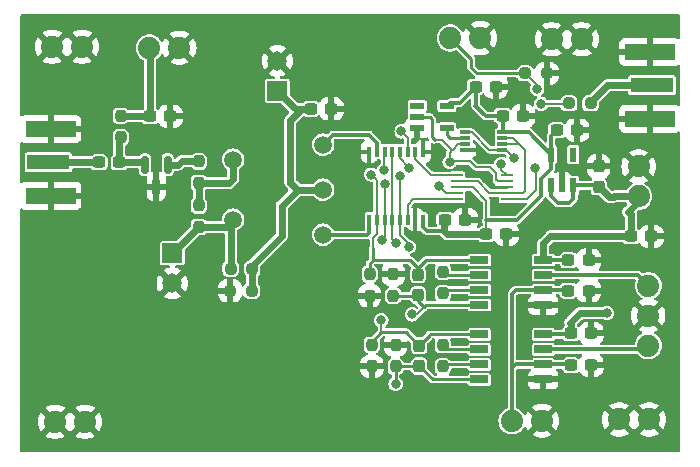
<source format=gtl>
G04 #@! TF.GenerationSoftware,KiCad,Pcbnew,7.0.10*
G04 #@! TF.CreationDate,2024-04-22T16:50:03-07:00*
G04 #@! TF.ProjectId,qsd_revC,7173645f-7265-4764-932e-6b696361645f,rev?*
G04 #@! TF.SameCoordinates,Original*
G04 #@! TF.FileFunction,Copper,L1,Top*
G04 #@! TF.FilePolarity,Positive*
%FSLAX46Y46*%
G04 Gerber Fmt 4.6, Leading zero omitted, Abs format (unit mm)*
G04 Created by KiCad (PCBNEW 7.0.10) date 2024-04-22 16:50:03*
%MOMM*%
%LPD*%
G01*
G04 APERTURE LIST*
G04 Aperture macros list*
%AMRoundRect*
0 Rectangle with rounded corners*
0 $1 Rounding radius*
0 $2 $3 $4 $5 $6 $7 $8 $9 X,Y pos of 4 corners*
0 Add a 4 corners polygon primitive as box body*
4,1,4,$2,$3,$4,$5,$6,$7,$8,$9,$2,$3,0*
0 Add four circle primitives for the rounded corners*
1,1,$1+$1,$2,$3*
1,1,$1+$1,$4,$5*
1,1,$1+$1,$6,$7*
1,1,$1+$1,$8,$9*
0 Add four rect primitives between the rounded corners*
20,1,$1+$1,$2,$3,$4,$5,0*
20,1,$1+$1,$4,$5,$6,$7,0*
20,1,$1+$1,$6,$7,$8,$9,0*
20,1,$1+$1,$8,$9,$2,$3,0*%
G04 Aperture macros list end*
G04 #@! TA.AperFunction,SMDPad,CuDef*
%ADD10RoundRect,0.237500X0.300000X0.237500X-0.300000X0.237500X-0.300000X-0.237500X0.300000X-0.237500X0*%
G04 #@! TD*
G04 #@! TA.AperFunction,SMDPad,CuDef*
%ADD11RoundRect,0.237500X-0.237500X0.300000X-0.237500X-0.300000X0.237500X-0.300000X0.237500X0.300000X0*%
G04 #@! TD*
G04 #@! TA.AperFunction,SMDPad,CuDef*
%ADD12RoundRect,0.237500X0.237500X-0.300000X0.237500X0.300000X-0.237500X0.300000X-0.237500X-0.300000X0*%
G04 #@! TD*
G04 #@! TA.AperFunction,SMDPad,CuDef*
%ADD13R,1.200000X0.600000*%
G04 #@! TD*
G04 #@! TA.AperFunction,ComponentPad*
%ADD14C,1.879600*%
G04 #@! TD*
G04 #@! TA.AperFunction,SMDPad,CuDef*
%ADD15RoundRect,0.237500X-0.250000X-0.237500X0.250000X-0.237500X0.250000X0.237500X-0.250000X0.237500X0*%
G04 #@! TD*
G04 #@! TA.AperFunction,SMDPad,CuDef*
%ADD16R,0.850000X0.300000*%
G04 #@! TD*
G04 #@! TA.AperFunction,SMDPad,CuDef*
%ADD17RoundRect,0.237500X0.250000X0.237500X-0.250000X0.237500X-0.250000X-0.237500X0.250000X-0.237500X0*%
G04 #@! TD*
G04 #@! TA.AperFunction,SMDPad,CuDef*
%ADD18RoundRect,0.237500X-0.300000X-0.237500X0.300000X-0.237500X0.300000X0.237500X-0.300000X0.237500X0*%
G04 #@! TD*
G04 #@! TA.AperFunction,SMDPad,CuDef*
%ADD19RoundRect,0.237500X-0.237500X0.250000X-0.237500X-0.250000X0.237500X-0.250000X0.237500X0.250000X0*%
G04 #@! TD*
G04 #@! TA.AperFunction,SMDPad,CuDef*
%ADD20R,3.600000X1.270000*%
G04 #@! TD*
G04 #@! TA.AperFunction,SMDPad,CuDef*
%ADD21R,4.200000X1.350000*%
G04 #@! TD*
G04 #@! TA.AperFunction,SMDPad,CuDef*
%ADD22RoundRect,0.237500X0.237500X-0.250000X0.237500X0.250000X-0.237500X0.250000X-0.237500X-0.250000X0*%
G04 #@! TD*
G04 #@! TA.AperFunction,SMDPad,CuDef*
%ADD23RoundRect,0.150000X-0.150000X0.587500X-0.150000X-0.587500X0.150000X-0.587500X0.150000X0.587500X0*%
G04 #@! TD*
G04 #@! TA.AperFunction,ComponentPad*
%ADD24R,1.651000X1.651000*%
G04 #@! TD*
G04 #@! TA.AperFunction,ComponentPad*
%ADD25C,1.651000*%
G04 #@! TD*
G04 #@! TA.AperFunction,SMDPad,CuDef*
%ADD26R,1.528000X0.650000*%
G04 #@! TD*
G04 #@! TA.AperFunction,ComponentPad*
%ADD27C,1.500000*%
G04 #@! TD*
G04 #@! TA.AperFunction,SMDPad,CuDef*
%ADD28R,0.600000X1.200000*%
G04 #@! TD*
G04 #@! TA.AperFunction,SMDPad,CuDef*
%ADD29R,0.350000X0.900000*%
G04 #@! TD*
G04 #@! TA.AperFunction,SMDPad,CuDef*
%ADD30R,1.000000X0.250000*%
G04 #@! TD*
G04 #@! TA.AperFunction,ViaPad*
%ADD31C,0.800000*%
G04 #@! TD*
G04 #@! TA.AperFunction,Conductor*
%ADD32C,0.609600*%
G04 #@! TD*
G04 #@! TA.AperFunction,Conductor*
%ADD33C,0.304800*%
G04 #@! TD*
G04 #@! TA.AperFunction,Conductor*
%ADD34C,0.203200*%
G04 #@! TD*
G04 #@! TA.AperFunction,Conductor*
%ADD35C,0.250000*%
G04 #@! TD*
G04 APERTURE END LIST*
D10*
X161938600Y-115604600D03*
X160213600Y-115604600D03*
D11*
X162576100Y-101467100D03*
X162576100Y-103192100D03*
D12*
X147376100Y-118367100D03*
X147376100Y-116642100D03*
D10*
X161938600Y-118304600D03*
X160213600Y-118304600D03*
D11*
X147276100Y-110642100D03*
X147276100Y-112367100D03*
D13*
X147226100Y-96354600D03*
X147226100Y-97304600D03*
X147226100Y-98254600D03*
X149726100Y-98254600D03*
X149726100Y-96354600D03*
D14*
X158606100Y-90704600D03*
X161146100Y-90704600D03*
D15*
X160063600Y-96134600D03*
X161888600Y-96134600D03*
D16*
X151276100Y-98579600D03*
X151276100Y-99079600D03*
X151276100Y-99579600D03*
X151276100Y-100079600D03*
X154426100Y-100079600D03*
X154426100Y-99579600D03*
X154426100Y-99079600D03*
X154426100Y-98579600D03*
D17*
X133238600Y-110129600D03*
X131413600Y-110129600D03*
D18*
X160013600Y-112004600D03*
X161738600Y-112004600D03*
D14*
X157776100Y-123004600D03*
X155236100Y-123004600D03*
D19*
X149376100Y-110392100D03*
X149376100Y-112217100D03*
D10*
X161738600Y-109404600D03*
X160013600Y-109404600D03*
D20*
X167088600Y-94604600D03*
D21*
X166888600Y-97429600D03*
X166888600Y-91779600D03*
D10*
X156163600Y-97204600D03*
X154438600Y-97204600D03*
D14*
X119096100Y-123104600D03*
X116556100Y-123104600D03*
D19*
X145176100Y-110592100D03*
X145176100Y-112417100D03*
D10*
X167038600Y-107404600D03*
X165313600Y-107404600D03*
X160738600Y-98404600D03*
X159013600Y-98404600D03*
D22*
X143376100Y-118417100D03*
X143376100Y-116592100D03*
D19*
X122101100Y-97192100D03*
X122101100Y-99017100D03*
X145376100Y-116592100D03*
X145376100Y-118417100D03*
D22*
X128726100Y-106604600D03*
X128726100Y-104779600D03*
X128726100Y-102879600D03*
X128726100Y-101054600D03*
D14*
X166846100Y-122904600D03*
X164306100Y-122904600D03*
X166776100Y-111564600D03*
X166776100Y-114104600D03*
X166776100Y-116644600D03*
D23*
X126076100Y-101317100D03*
X124176100Y-101317100D03*
X125126100Y-103192100D03*
D24*
X126476100Y-108834600D03*
D25*
X126476100Y-111374600D03*
D10*
X126313600Y-97229600D03*
X124588600Y-97229600D03*
D26*
X152465100Y-109399600D03*
X152465100Y-110669600D03*
X152465100Y-111939600D03*
X152465100Y-113209600D03*
X157887100Y-113209600D03*
X157887100Y-111939600D03*
X157887100Y-110669600D03*
X157887100Y-109399600D03*
D14*
X116306100Y-91354600D03*
X118846100Y-91354600D03*
X152546100Y-90604600D03*
X150006100Y-90604600D03*
D27*
X131616100Y-100914600D03*
X131616100Y-105994600D03*
X139236100Y-99644600D03*
X139236100Y-103454600D03*
X139236100Y-107264600D03*
D28*
X158526100Y-103085600D03*
X159476100Y-103085600D03*
X160426100Y-103085600D03*
X160426100Y-100473600D03*
X158526100Y-100473600D03*
D20*
X115963600Y-101129600D03*
D21*
X116163600Y-98304600D03*
X116163600Y-103954600D03*
D17*
X158188600Y-93604600D03*
X156363600Y-93604600D03*
D18*
X149563600Y-105979600D03*
X151288600Y-105979600D03*
D29*
X147701100Y-100229600D03*
X147051100Y-100229600D03*
X146401100Y-100229600D03*
X145751100Y-100229600D03*
X145101100Y-100229600D03*
X144451100Y-100229600D03*
X143801100Y-100229600D03*
X143151100Y-100229600D03*
X143151100Y-105979600D03*
X143801100Y-105979600D03*
X144451100Y-105979600D03*
X145101100Y-105979600D03*
X145751100Y-105979600D03*
X146401100Y-105979600D03*
X147051100Y-105979600D03*
X147701100Y-105979600D03*
D10*
X122001100Y-101129600D03*
X120276100Y-101129600D03*
D26*
X152465100Y-115699600D03*
X152465100Y-116969600D03*
X152465100Y-118239600D03*
X152465100Y-119509600D03*
X157887100Y-119509600D03*
X157887100Y-118239600D03*
X157887100Y-116969600D03*
X157887100Y-115699600D03*
D22*
X143176100Y-112417100D03*
X143176100Y-110592100D03*
D30*
X154814200Y-104229600D03*
X154814200Y-103729600D03*
X154814200Y-103229600D03*
X154814200Y-102729600D03*
X154814200Y-102229600D03*
X150588000Y-102229600D03*
X150588000Y-102729600D03*
X150588000Y-103229600D03*
X150588000Y-103729600D03*
X150588000Y-104229600D03*
D10*
X153868600Y-94744600D03*
X152143600Y-94744600D03*
D18*
X153038600Y-107204600D03*
X154763600Y-107204600D03*
D14*
X165951100Y-101479600D03*
X165951100Y-104019600D03*
D10*
X139938600Y-96604600D03*
X138213600Y-96604600D03*
D14*
X127071100Y-91429600D03*
X124531100Y-91429600D03*
D15*
X131363600Y-112004600D03*
X133188600Y-112004600D03*
D19*
X149376100Y-116592100D03*
X149376100Y-118417100D03*
D24*
X135376100Y-95074600D03*
D25*
X135376100Y-92534600D03*
D31*
X163276100Y-113904600D03*
X133996100Y-104294600D03*
X147136100Y-94274600D03*
X155436100Y-95454600D03*
X153976100Y-114404600D03*
X148376100Y-117504600D03*
X156276100Y-116104600D03*
X148376100Y-111404600D03*
X159476100Y-97304600D03*
X158256100Y-104954600D03*
X163706100Y-97594600D03*
X151876100Y-104284600D03*
X148576100Y-92104600D03*
X120076100Y-94804600D03*
X161876100Y-119604600D03*
X138576100Y-90904600D03*
X159456100Y-99704600D03*
X152706100Y-100884600D03*
X145176100Y-97204600D03*
X155376100Y-92304600D03*
X141676100Y-112404600D03*
X134296100Y-99884600D03*
X148976100Y-108404600D03*
X132176100Y-96304600D03*
X126446100Y-95694600D03*
X132986100Y-107614600D03*
X155526100Y-105134600D03*
X123776100Y-116104600D03*
X153046100Y-102504600D03*
X163476100Y-91614600D03*
X140006100Y-123364600D03*
X159576100Y-113604600D03*
X150976100Y-97404600D03*
X141296100Y-102014600D03*
X131186100Y-113884600D03*
X136796100Y-107844600D03*
X116836100Y-119364600D03*
X155176100Y-109804600D03*
X168376100Y-108104600D03*
X149976100Y-114604600D03*
X123726100Y-104994600D03*
X156176100Y-108004600D03*
X143476100Y-119804600D03*
X148476100Y-105004600D03*
X126476100Y-105004600D03*
X129276100Y-123174600D03*
X141476100Y-108904600D03*
X159076100Y-108504600D03*
X159466100Y-101714600D03*
X117706100Y-109624600D03*
X137676100Y-115704600D03*
X148676100Y-101104600D03*
X160076100Y-119704600D03*
X146476100Y-108304600D03*
X145766100Y-102254600D03*
X146776100Y-114004600D03*
X144426100Y-101764600D03*
X143326100Y-102164600D03*
X145876100Y-98514600D03*
X145401100Y-107929600D03*
X145376100Y-119904600D03*
X144456100Y-102984600D03*
X144176100Y-114504600D03*
X144201100Y-107704600D03*
X146546100Y-101574600D03*
X149956100Y-101114600D03*
X149066100Y-103144600D03*
X155406100Y-100794600D03*
X157696100Y-96164600D03*
X157376100Y-94904600D03*
X154336100Y-101254600D03*
X157216100Y-101614600D03*
D32*
X163426100Y-104029600D02*
X163876100Y-104029600D01*
X165313600Y-107404600D02*
X158476100Y-107404600D01*
X131413600Y-110129600D02*
X131413600Y-106197100D01*
X157887100Y-107993600D02*
X157887100Y-109399600D01*
X163163600Y-103767100D02*
X163426100Y-104029600D01*
D33*
X158526100Y-104004600D02*
X159086100Y-104564600D01*
D32*
X131006100Y-106604600D02*
X131616100Y-105994600D01*
D33*
X160426100Y-103085600D02*
X162482100Y-103085600D01*
X160426100Y-104214600D02*
X160426100Y-103085600D01*
X157887100Y-109399600D02*
X160008600Y-109399600D01*
D32*
X160213600Y-114742100D02*
X160213600Y-115604600D01*
X165313600Y-105542100D02*
X165313600Y-107404600D01*
X163876100Y-104029600D02*
X163886100Y-104019600D01*
D33*
X160008600Y-109399600D02*
X160013600Y-109404600D01*
X160118600Y-115699600D02*
X160213600Y-115604600D01*
D32*
X163886100Y-104019600D02*
X165951100Y-104019600D01*
X163276100Y-113904600D02*
X160976100Y-113904600D01*
X165076100Y-105304600D02*
X165313600Y-105542100D01*
X165951100Y-104429600D02*
X165076100Y-105304600D01*
D33*
X158526100Y-103085600D02*
X158526100Y-104004600D01*
D32*
X162576100Y-103179600D02*
X163163600Y-103767100D01*
D33*
X157887100Y-115699600D02*
X160118600Y-115699600D01*
D32*
X128726100Y-106604600D02*
X131006100Y-106604600D01*
X160176100Y-114704600D02*
X160213600Y-114742100D01*
X158476100Y-107404600D02*
X157887100Y-107993600D01*
D33*
X160076100Y-104564600D02*
X160426100Y-104214600D01*
D32*
X165951100Y-104019600D02*
X165951100Y-104429600D01*
X128706100Y-106604600D02*
X126476100Y-108834600D01*
X131413600Y-106197100D02*
X131616100Y-105994600D01*
X128726100Y-106604600D02*
X128706100Y-106604600D01*
D33*
X162482100Y-103085600D02*
X162576100Y-103179600D01*
D32*
X160976100Y-113904600D02*
X160176100Y-114704600D01*
D33*
X159086100Y-104564600D02*
X160076100Y-104564600D01*
X154438600Y-98567100D02*
X154426100Y-98579600D01*
X157652020Y-102538680D02*
X157652020Y-104004727D01*
D34*
X151901100Y-103229600D02*
X153051100Y-104379600D01*
D33*
X158526100Y-98892100D02*
X159013600Y-98404600D01*
D32*
X153051100Y-107204600D02*
X149756100Y-107204600D01*
D33*
X150826100Y-96074600D02*
X150006100Y-96074600D01*
X152156100Y-96304600D02*
X152156100Y-94744600D01*
X152136100Y-96324600D02*
X152156100Y-96304600D01*
X154438600Y-97204600D02*
X154438600Y-98567100D01*
X147701100Y-105979600D02*
X147701100Y-106599600D01*
X156632100Y-98579600D02*
X154426100Y-98579600D01*
X157652020Y-104004727D02*
X155627147Y-106029600D01*
X148066100Y-106964600D02*
X149516100Y-106964600D01*
X154438600Y-97204600D02*
X153016100Y-97204600D01*
X147701100Y-106599600D02*
X148066100Y-106964600D01*
X150006100Y-96074600D02*
X149726100Y-96354600D01*
X158526100Y-100473600D02*
X158526100Y-98892100D01*
D32*
X149756100Y-107204600D02*
X149516100Y-106964600D01*
D33*
X158526100Y-100473600D02*
X156632100Y-98579600D01*
D32*
X149516100Y-106027100D02*
X149563600Y-105979600D01*
D34*
X153051100Y-106029600D02*
X153051100Y-107204600D01*
D33*
X158526100Y-101664600D02*
X157652020Y-102538680D01*
X150826100Y-96074600D02*
X152156100Y-94744600D01*
X155627147Y-106029600D02*
X153051100Y-106029600D01*
D32*
X149516100Y-106964600D02*
X149516100Y-106027100D01*
D34*
X153051100Y-104379600D02*
X153051100Y-106029600D01*
D33*
X158526100Y-100473600D02*
X158526100Y-101664600D01*
D34*
X150588000Y-103229600D02*
X151901100Y-103229600D01*
D33*
X153016100Y-97204600D02*
X152136100Y-96324600D01*
D32*
X115963600Y-101129600D02*
X120276100Y-101129600D01*
X122001100Y-101129600D02*
X123988600Y-101129600D01*
X122001100Y-101129600D02*
X122001100Y-99117100D01*
X122001100Y-99117100D02*
X122101100Y-99017100D01*
X123988600Y-101129600D02*
X124176100Y-101317100D01*
X133238600Y-111954600D02*
X133188600Y-112004600D01*
X133238600Y-110129600D02*
X133238600Y-109867100D01*
X136906100Y-96604600D02*
X135376100Y-95074600D01*
X137426100Y-96604600D02*
X138213600Y-96604600D01*
X137076100Y-103454600D02*
X139236100Y-103454600D01*
X136476100Y-102854600D02*
X136476100Y-97554600D01*
X135726100Y-104804600D02*
X137076100Y-103454600D01*
X133238600Y-110129600D02*
X133238600Y-111954600D01*
X135726100Y-107379600D02*
X135726100Y-104804600D01*
X137076100Y-103454600D02*
X136476100Y-102854600D01*
X136476100Y-97554600D02*
X137426100Y-96604600D01*
X133238600Y-109867100D02*
X135726100Y-107379600D01*
X138213600Y-96604600D02*
X136906100Y-96604600D01*
D34*
X146776100Y-114004600D02*
X147176100Y-114004600D01*
D35*
X147226100Y-112417100D02*
X147276100Y-112367100D01*
X147276100Y-112367100D02*
X147276100Y-112904600D01*
D34*
X145751100Y-102269600D02*
X145766100Y-102254600D01*
D35*
X147776100Y-113404600D02*
X147971100Y-113209600D01*
X147276100Y-112904600D02*
X147776100Y-113404600D01*
D34*
X145751100Y-107279600D02*
X146476100Y-108004600D01*
X145751100Y-105979600D02*
X145751100Y-107279600D01*
X145751100Y-105979600D02*
X145751100Y-102269600D01*
X146476100Y-108004600D02*
X146476100Y-108304600D01*
D35*
X147971100Y-113209600D02*
X152465100Y-113209600D01*
D34*
X147176100Y-114004600D02*
X147776100Y-113404600D01*
X144426100Y-100254600D02*
X144451100Y-100229600D01*
D35*
X145176100Y-112417100D02*
X147226100Y-112417100D01*
D34*
X144426100Y-101764600D02*
X144426100Y-100254600D01*
X143801100Y-102639600D02*
X143326100Y-102164600D01*
X146401100Y-99039600D02*
X146401100Y-100229600D01*
D35*
X143176100Y-109704600D02*
X143176100Y-110592100D01*
X143476100Y-109404600D02*
X143476100Y-108415910D01*
X147981100Y-109399600D02*
X152465100Y-109399600D01*
X147276100Y-110104600D02*
X147981100Y-109399600D01*
D34*
X143801100Y-107179600D02*
X143476100Y-107504600D01*
X143476100Y-107504600D02*
X143476100Y-108415910D01*
D35*
X147276100Y-110104600D02*
X146576100Y-109404600D01*
D34*
X143801100Y-105979600D02*
X143801100Y-102639600D01*
D35*
X146576100Y-109404600D02*
X143476100Y-109404600D01*
D34*
X143801100Y-105979600D02*
X143801100Y-107179600D01*
X145876100Y-98514600D02*
X146401100Y-99039600D01*
D35*
X143476100Y-109404600D02*
X143176100Y-109704600D01*
X147276100Y-110642100D02*
X147276100Y-110104600D01*
D34*
X145101100Y-105979600D02*
X145101100Y-107629600D01*
X145109611Y-100238111D02*
X145101100Y-100229600D01*
D35*
X145376100Y-118417100D02*
X147326100Y-118417100D01*
X152465100Y-119509600D02*
X148518600Y-119509600D01*
D34*
X145101100Y-107629600D02*
X145401100Y-107929600D01*
X145109611Y-105971089D02*
X145109611Y-100238111D01*
D35*
X145376100Y-119904600D02*
X145376100Y-118417100D01*
X147326100Y-118417100D02*
X147376100Y-118367100D01*
D34*
X145101100Y-105979600D02*
X145109611Y-105971089D01*
D35*
X148518600Y-119509600D02*
X147376100Y-118367100D01*
X143376100Y-116304600D02*
X144176100Y-115504600D01*
D34*
X144451100Y-107454600D02*
X144201100Y-107704600D01*
D35*
X143376100Y-116592100D02*
X143376100Y-116304600D01*
D34*
X144451100Y-105979600D02*
X144451100Y-107454600D01*
X146546100Y-101574600D02*
X145751100Y-100779600D01*
D35*
X144176100Y-115504600D02*
X146238600Y-115504600D01*
X147376100Y-116642100D02*
X148276100Y-115742100D01*
X148281100Y-115699600D02*
X152465100Y-115699600D01*
X148276100Y-115704600D02*
X148281100Y-115699600D01*
X146238600Y-115504600D02*
X147376100Y-116642100D01*
D34*
X144451100Y-102989600D02*
X144456100Y-102984600D01*
X145751100Y-100779600D02*
X145751100Y-100229600D01*
X144176100Y-114504600D02*
X144176100Y-115504600D01*
X144451100Y-105979600D02*
X144451100Y-102989600D01*
D35*
X148276100Y-115742100D02*
X148276100Y-115704600D01*
D33*
X155541100Y-118239600D02*
X157887100Y-118239600D01*
X155236100Y-123004600D02*
X155236100Y-118544600D01*
X157887100Y-111939600D02*
X159948600Y-111939600D01*
X157887100Y-111939600D02*
X155541100Y-111939600D01*
X159948600Y-111939600D02*
X160013600Y-112004600D01*
X155541100Y-111939600D02*
X155236100Y-112244600D01*
X157887100Y-118239600D02*
X160148600Y-118239600D01*
X155236100Y-112244600D02*
X155236100Y-118544600D01*
X160148600Y-118239600D02*
X160213600Y-118304600D01*
X155236100Y-118544600D02*
X155541100Y-118239600D01*
D32*
X124588600Y-97229600D02*
X124588600Y-91487100D01*
X122101100Y-97192100D02*
X124551100Y-97192100D01*
X124588600Y-91487100D02*
X124531100Y-91429600D01*
X124551100Y-97192100D02*
X124588600Y-97229600D01*
D35*
X149951100Y-99079600D02*
X151276100Y-99079600D01*
X149726100Y-98254600D02*
X149726100Y-98854600D01*
X149726100Y-98854600D02*
X149951100Y-99079600D01*
D33*
X140076100Y-98804600D02*
X143130900Y-98804600D01*
X143130900Y-98804600D02*
X143801100Y-99474800D01*
X139236100Y-99644600D02*
X140076100Y-98804600D01*
X143801100Y-99474800D02*
X143801100Y-100229600D01*
D35*
X148476100Y-99004600D02*
X148676100Y-99204600D01*
D34*
X152239611Y-101538111D02*
X153409611Y-101538111D01*
D35*
X147226100Y-97304600D02*
X148276100Y-97304600D01*
D34*
X150172589Y-100101089D02*
X149276100Y-99204600D01*
X149276100Y-99204600D02*
X148676100Y-99204600D01*
X149956100Y-101114600D02*
X149956100Y-100317578D01*
X150212589Y-100061089D02*
X150694078Y-99579600D01*
X150588000Y-103729600D02*
X149651100Y-103729600D01*
X152156100Y-101524600D02*
X152226100Y-101524600D01*
X150026100Y-101044600D02*
X151676100Y-101044600D01*
X149651100Y-103729600D02*
X149066100Y-103144600D01*
X152226100Y-101524600D02*
X152239611Y-101538111D01*
X153409611Y-101538111D02*
X153906100Y-102034600D01*
X149956100Y-100317578D02*
X150172589Y-100101089D01*
X149956100Y-101114600D02*
X150026100Y-101044600D01*
X153906100Y-102034600D02*
X153906100Y-102654600D01*
X150694078Y-99579600D02*
X151276100Y-99579600D01*
X153956100Y-102654600D02*
X154031100Y-102729600D01*
X150172589Y-100101089D02*
X150212589Y-100061089D01*
X151676100Y-101044600D02*
X152156100Y-101524600D01*
D35*
X148276100Y-97304600D02*
X148476100Y-97504600D01*
X148476100Y-97504600D02*
X148476100Y-99004600D01*
D34*
X153906100Y-102654600D02*
X153956100Y-102654600D01*
X154031100Y-102729600D02*
X154814200Y-102729600D01*
D33*
X139236100Y-107264600D02*
X142991100Y-107264600D01*
X142991100Y-107264600D02*
X143151100Y-107104600D01*
X143151100Y-107104600D02*
X143151100Y-105979600D01*
D34*
X154426100Y-99079600D02*
X155321100Y-99079600D01*
X155321100Y-99079600D02*
X155816100Y-99574600D01*
X156326100Y-103554600D02*
X156151100Y-103729600D01*
X150588000Y-102729600D02*
X152321100Y-102729600D01*
X153321100Y-103729600D02*
X154814200Y-103729600D01*
X156326100Y-100084600D02*
X156326100Y-103554600D01*
X154426100Y-99579600D02*
X155054300Y-99579600D01*
X155816100Y-99574600D02*
X156326100Y-100084600D01*
X155059300Y-99574600D02*
X155816100Y-99574600D01*
X156151100Y-103729600D02*
X154814200Y-103729600D01*
X152321100Y-102729600D02*
X153321100Y-103729600D01*
X155054300Y-99579600D02*
X155059300Y-99574600D01*
X153326100Y-100084600D02*
X153331100Y-100079600D01*
X153331100Y-100079600D02*
X154426100Y-100079600D01*
X160033600Y-96164600D02*
X160063600Y-96134600D01*
X157696100Y-96164600D02*
X160033600Y-96164600D01*
X154691100Y-100079600D02*
X155406100Y-100794600D01*
X151821100Y-98579600D02*
X153326100Y-100084600D01*
X151276100Y-98579600D02*
X151821100Y-98579600D01*
X154426100Y-100079600D02*
X154691100Y-100079600D01*
X146401100Y-105979600D02*
X146401100Y-104709600D01*
X146401100Y-104709600D02*
X146881100Y-104229600D01*
X146881100Y-104229600D02*
X150588000Y-104229600D01*
X147051100Y-100229600D02*
X147051100Y-100882800D01*
X147051100Y-100882800D02*
X148397900Y-102229600D01*
X148397900Y-102229600D02*
X150588000Y-102229600D01*
X154336100Y-101751500D02*
X154814200Y-102229600D01*
D35*
X152276100Y-93604600D02*
X156363600Y-93604600D01*
D34*
X154814200Y-104229600D02*
X156501100Y-104229600D01*
D35*
X150006100Y-90604600D02*
X151776100Y-92374600D01*
D34*
X157246100Y-103484600D02*
X157246100Y-101644600D01*
X156501100Y-104229600D02*
X157246100Y-103484600D01*
X154814200Y-104229600D02*
X154691100Y-104229600D01*
D35*
X151776100Y-92374600D02*
X151776100Y-93104600D01*
D34*
X157376100Y-94617100D02*
X156363600Y-93604600D01*
X154336100Y-101254600D02*
X154336100Y-101751500D01*
X157376100Y-94904600D02*
X157376100Y-94617100D01*
X157246100Y-101644600D02*
X157216100Y-101614600D01*
D35*
X151776100Y-93104600D02*
X152276100Y-93604600D01*
X152465100Y-110669600D02*
X149653600Y-110669600D01*
X149653600Y-110669600D02*
X149376100Y-110392100D01*
X152465100Y-111939600D02*
X149653600Y-111939600D01*
X149653600Y-111939600D02*
X149376100Y-112217100D01*
D32*
X131251100Y-102879600D02*
X128726100Y-102879600D01*
X131616100Y-102514600D02*
X131251100Y-102879600D01*
X131616100Y-100914600D02*
X131616100Y-102514600D01*
X128726100Y-104779600D02*
X128726100Y-102879600D01*
D33*
X157887100Y-110669600D02*
X165881100Y-110669600D01*
X165881100Y-110669600D02*
X166776100Y-111564600D01*
D35*
X152465100Y-116969600D02*
X149753600Y-116969600D01*
X149753600Y-116969600D02*
X149376100Y-116592100D01*
X149553600Y-118239600D02*
X149376100Y-118417100D01*
X152465100Y-118239600D02*
X149553600Y-118239600D01*
D33*
X166451100Y-116969600D02*
X166776100Y-116644600D01*
X157887100Y-116969600D02*
X166451100Y-116969600D01*
D32*
X163306100Y-94604600D02*
X167088600Y-94604600D01*
X161888600Y-96022100D02*
X163306100Y-94604600D01*
X161888600Y-96134600D02*
X161888600Y-96022100D01*
X126988600Y-101317100D02*
X127301100Y-101004600D01*
X127301100Y-101004600D02*
X128676100Y-101004600D01*
X128676100Y-101004600D02*
X128726100Y-101054600D01*
X126076100Y-101317100D02*
X126988600Y-101317100D01*
G04 #@! TA.AperFunction,Conductor*
G36*
X165666460Y-111044913D02*
G01*
X165703005Y-111095213D01*
X165704089Y-111153830D01*
X165647254Y-111353585D01*
X165647254Y-111353586D01*
X165627701Y-111564600D01*
X165647254Y-111775613D01*
X165647254Y-111775614D01*
X165705250Y-111979452D01*
X165705253Y-111979458D01*
X165799708Y-112169148D01*
X165799714Y-112169159D01*
X165927419Y-112338268D01*
X166084029Y-112481037D01*
X166084033Y-112481040D01*
X166084035Y-112481042D01*
X166246834Y-112581843D01*
X166286994Y-112629307D01*
X166291586Y-112691311D01*
X166258855Y-112744173D01*
X166226540Y-112762524D01*
X166192532Y-112774198D01*
X166192531Y-112774199D01*
X165981519Y-112888392D01*
X165981509Y-112888399D01*
X165946420Y-112915709D01*
X166641446Y-113610736D01*
X166631508Y-113612165D01*
X166498630Y-113672848D01*
X166388231Y-113768510D01*
X166309255Y-113891399D01*
X166285293Y-113973003D01*
X165588142Y-113275852D01*
X165498435Y-113413159D01*
X165402053Y-113632888D01*
X165343150Y-113865489D01*
X165323338Y-114104594D01*
X165323338Y-114104605D01*
X165343150Y-114343710D01*
X165402053Y-114576311D01*
X165498435Y-114796040D01*
X165588141Y-114933346D01*
X166285293Y-114236194D01*
X166309255Y-114317801D01*
X166388231Y-114440690D01*
X166498630Y-114536352D01*
X166631508Y-114597035D01*
X166641445Y-114598463D01*
X165946420Y-115293488D01*
X165946420Y-115293490D01*
X165981508Y-115320800D01*
X165981519Y-115320807D01*
X166192530Y-115434999D01*
X166226538Y-115446674D01*
X166276228Y-115484045D01*
X166294461Y-115543485D01*
X166274275Y-115602291D01*
X166246835Y-115627356D01*
X166084030Y-115728161D01*
X166084029Y-115728162D01*
X165927419Y-115870931D01*
X165799714Y-116040040D01*
X165799708Y-116040051D01*
X165705253Y-116229741D01*
X165705250Y-116229747D01*
X165647254Y-116433585D01*
X165647254Y-116433586D01*
X165639045Y-116522182D01*
X165614458Y-116579288D01*
X165561001Y-116611036D01*
X165538874Y-116613500D01*
X162762577Y-116613500D01*
X162703446Y-116594287D01*
X162666901Y-116543987D01*
X162666901Y-116481813D01*
X162700181Y-116433988D01*
X162704132Y-116430863D01*
X162827362Y-116307634D01*
X162827363Y-116307631D01*
X162918852Y-116159306D01*
X162973669Y-115993876D01*
X162984100Y-115891773D01*
X162984100Y-115858600D01*
X161785200Y-115858600D01*
X161726069Y-115839387D01*
X161689524Y-115789087D01*
X161684600Y-115758000D01*
X161684600Y-114621600D01*
X162192600Y-114621600D01*
X162192600Y-115350600D01*
X162984100Y-115350600D01*
X162984100Y-115317426D01*
X162973669Y-115215323D01*
X162918852Y-115049893D01*
X162827363Y-114901568D01*
X162827362Y-114901566D01*
X162704134Y-114778338D01*
X162704131Y-114778336D01*
X162555806Y-114686847D01*
X162390376Y-114632030D01*
X162288273Y-114621600D01*
X162192600Y-114621600D01*
X161684600Y-114621600D01*
X161588927Y-114621600D01*
X161486823Y-114632030D01*
X161321393Y-114686847D01*
X161173068Y-114778336D01*
X161049838Y-114901566D01*
X161049835Y-114901568D01*
X160974587Y-115023564D01*
X160927192Y-115063805D01*
X160865195Y-115068503D01*
X160829226Y-115051693D01*
X160762961Y-115002786D01*
X160726794Y-114952213D01*
X160722100Y-114921844D01*
X160722100Y-114919398D01*
X160741313Y-114860267D01*
X160751565Y-114848263D01*
X161157263Y-114442565D01*
X161212661Y-114414339D01*
X161228398Y-114413100D01*
X162912956Y-114413100D01*
X162965122Y-114430050D01*
X162965939Y-114428636D01*
X162971643Y-114431929D01*
X162971645Y-114431931D01*
X162971646Y-114431931D01*
X162971649Y-114431933D01*
X163118502Y-114492761D01*
X163276097Y-114513509D01*
X163276100Y-114513509D01*
X163276103Y-114513509D01*
X163433697Y-114492761D01*
X163449812Y-114486086D01*
X163580555Y-114431931D01*
X163706664Y-114335164D01*
X163803431Y-114209055D01*
X163864261Y-114062197D01*
X163868294Y-114031561D01*
X163885009Y-113904603D01*
X163885009Y-113904596D01*
X163864261Y-113747002D01*
X163803433Y-113600150D01*
X163803432Y-113600148D01*
X163803431Y-113600147D01*
X163803431Y-113600146D01*
X163706664Y-113474036D01*
X163706663Y-113474035D01*
X163706661Y-113474033D01*
X163580557Y-113377270D01*
X163580550Y-113377266D01*
X163433697Y-113316438D01*
X163276103Y-113295691D01*
X163276097Y-113295691D01*
X163118502Y-113316438D01*
X162971650Y-113377266D01*
X162965940Y-113380564D01*
X162964823Y-113378629D01*
X162915598Y-113396065D01*
X162912957Y-113396100D01*
X161041584Y-113396100D01*
X161020202Y-113393801D01*
X161012750Y-113392180D01*
X161012749Y-113392180D01*
X160961516Y-113395844D01*
X160954342Y-113396100D01*
X160939730Y-113396100D01*
X160925264Y-113398179D01*
X160918133Y-113398945D01*
X160866900Y-113402610D01*
X160859739Y-113405281D01*
X160838916Y-113410595D01*
X160831362Y-113411681D01*
X160831361Y-113411681D01*
X160784642Y-113433016D01*
X160778015Y-113435762D01*
X160748638Y-113446719D01*
X160729896Y-113453711D01*
X160729895Y-113453711D01*
X160729894Y-113453712D01*
X160723785Y-113458285D01*
X160705298Y-113469253D01*
X160698361Y-113472421D01*
X160698356Y-113472424D01*
X160659545Y-113506053D01*
X160653961Y-113510553D01*
X160642253Y-113519318D01*
X160642243Y-113519326D01*
X160631909Y-113529660D01*
X160626662Y-113534546D01*
X160587850Y-113568178D01*
X160587847Y-113568182D01*
X160583727Y-113574593D01*
X160570235Y-113591335D01*
X159868233Y-114293339D01*
X159764839Y-114396732D01*
X159750677Y-114422668D01*
X159742918Y-114434740D01*
X159725213Y-114458391D01*
X159725209Y-114458398D01*
X159714881Y-114486086D01*
X159708924Y-114499131D01*
X159694763Y-114525068D01*
X159694761Y-114525074D01*
X159688481Y-114553938D01*
X159684440Y-114567702D01*
X159674111Y-114595397D01*
X159674110Y-114595402D01*
X159672001Y-114624881D01*
X159669959Y-114639085D01*
X159663679Y-114667950D01*
X159665787Y-114697427D01*
X159665787Y-114711773D01*
X159663679Y-114741249D01*
X159669959Y-114770115D01*
X159672001Y-114784319D01*
X159674110Y-114813797D01*
X159674111Y-114813804D01*
X159684436Y-114841484D01*
X159688479Y-114855252D01*
X159694760Y-114884123D01*
X159696373Y-114888446D01*
X159699036Y-114950563D01*
X159664680Y-115002383D01*
X159661855Y-115004546D01*
X159598100Y-115051599D01*
X159519122Y-115158612D01*
X159519119Y-115158617D01*
X159478003Y-115276125D01*
X159440339Y-115325593D01*
X159383048Y-115343500D01*
X158929080Y-115343500D01*
X158869949Y-115324287D01*
X158845434Y-115298791D01*
X158836502Y-115285423D01*
X158797960Y-115227740D01*
X158752938Y-115197657D01*
X158730579Y-115182718D01*
X158682982Y-115173250D01*
X158671164Y-115170900D01*
X157103036Y-115170900D01*
X157093178Y-115172860D01*
X157043620Y-115182718D01*
X156976240Y-115227740D01*
X156931218Y-115295120D01*
X156919400Y-115354536D01*
X156919400Y-116044663D01*
X156931218Y-116104079D01*
X156931219Y-116104080D01*
X156976240Y-116171460D01*
X157043620Y-116216481D01*
X157103036Y-116228300D01*
X157103037Y-116228300D01*
X158671163Y-116228300D01*
X158671164Y-116228300D01*
X158730580Y-116216481D01*
X158797960Y-116171460D01*
X158842981Y-116104080D01*
X158842980Y-116104080D01*
X158845434Y-116100409D01*
X158894261Y-116061918D01*
X158929080Y-116055700D01*
X159472109Y-116055700D01*
X159531240Y-116074913D01*
X159553052Y-116096562D01*
X159597377Y-116156621D01*
X159598100Y-116157600D01*
X159705112Y-116236578D01*
X159705115Y-116236579D01*
X159705117Y-116236580D01*
X159706735Y-116237146D01*
X159830649Y-116280505D01*
X159860453Y-116283300D01*
X160566746Y-116283299D01*
X160596551Y-116280505D01*
X160722088Y-116236578D01*
X160829100Y-116157600D01*
X160829102Y-116157597D01*
X160829227Y-116157505D01*
X160888213Y-116137851D01*
X160947486Y-116156621D01*
X160974587Y-116185635D01*
X161049836Y-116307631D01*
X161049838Y-116307634D01*
X161173067Y-116430863D01*
X161177019Y-116433988D01*
X161211486Y-116485735D01*
X161208954Y-116547857D01*
X161170391Y-116596628D01*
X161114623Y-116613500D01*
X158929080Y-116613500D01*
X158869949Y-116594287D01*
X158845434Y-116568791D01*
X158831446Y-116547857D01*
X158797960Y-116497740D01*
X158752938Y-116467657D01*
X158730579Y-116452718D01*
X158682982Y-116443250D01*
X158671164Y-116440900D01*
X157103036Y-116440900D01*
X157093178Y-116442860D01*
X157043620Y-116452718D01*
X156976240Y-116497740D01*
X156931218Y-116565120D01*
X156919400Y-116624536D01*
X156919400Y-117314663D01*
X156931218Y-117374079D01*
X156931219Y-117374080D01*
X156976240Y-117441460D01*
X157043620Y-117486481D01*
X157103036Y-117498300D01*
X157103037Y-117498300D01*
X158671163Y-117498300D01*
X158671164Y-117498300D01*
X158730580Y-117486481D01*
X158797960Y-117441460D01*
X158842981Y-117374080D01*
X158842980Y-117374080D01*
X158845434Y-117370409D01*
X158894261Y-117331918D01*
X158929080Y-117325700D01*
X161082834Y-117325700D01*
X161141965Y-117344913D01*
X161178510Y-117395213D01*
X161178510Y-117457387D01*
X161153969Y-117497435D01*
X161049838Y-117601566D01*
X161049835Y-117601568D01*
X160974587Y-117723564D01*
X160927192Y-117763805D01*
X160865195Y-117768503D01*
X160829227Y-117751694D01*
X160825795Y-117749161D01*
X160722088Y-117672622D01*
X160722084Y-117672620D01*
X160722082Y-117672619D01*
X160631677Y-117640986D01*
X160596551Y-117628695D01*
X160566747Y-117625900D01*
X160566741Y-117625900D01*
X159860461Y-117625900D01*
X159860458Y-117625900D01*
X159860454Y-117625901D01*
X159840584Y-117627763D01*
X159830647Y-117628695D01*
X159705115Y-117672620D01*
X159705112Y-117672622D01*
X159598099Y-117751600D01*
X159530911Y-117842638D01*
X159480339Y-117878806D01*
X159449968Y-117883500D01*
X158929080Y-117883500D01*
X158869949Y-117864287D01*
X158845434Y-117838791D01*
X158838745Y-117828781D01*
X158797960Y-117767740D01*
X158739524Y-117728695D01*
X158730579Y-117722718D01*
X158682982Y-117713250D01*
X158671164Y-117710900D01*
X157103036Y-117710900D01*
X157093178Y-117712860D01*
X157043620Y-117722718D01*
X156976240Y-117767740D01*
X156928766Y-117838791D01*
X156879939Y-117877282D01*
X156845120Y-117883500D01*
X155692800Y-117883500D01*
X155633669Y-117864287D01*
X155597124Y-117813987D01*
X155592200Y-117782900D01*
X155592200Y-113463600D01*
X156615100Y-113463600D01*
X156615100Y-113583189D01*
X156621605Y-113643693D01*
X156621605Y-113643695D01*
X156672652Y-113780559D01*
X156760196Y-113897503D01*
X156877141Y-113985047D01*
X156877140Y-113985047D01*
X157014005Y-114036094D01*
X157074510Y-114042600D01*
X157633100Y-114042600D01*
X157633100Y-113463600D01*
X158141100Y-113463600D01*
X158141100Y-114042600D01*
X158699690Y-114042600D01*
X158760193Y-114036094D01*
X158760195Y-114036094D01*
X158897059Y-113985047D01*
X159014003Y-113897503D01*
X159101547Y-113780559D01*
X159152594Y-113643695D01*
X159152594Y-113643693D01*
X159159100Y-113583189D01*
X159159100Y-113463600D01*
X158141100Y-113463600D01*
X157633100Y-113463600D01*
X156615100Y-113463600D01*
X155592200Y-113463600D01*
X155592200Y-112433771D01*
X155611413Y-112374640D01*
X155621666Y-112362635D01*
X155659138Y-112325164D01*
X155714536Y-112296938D01*
X155730272Y-112295700D01*
X156759836Y-112295700D01*
X156818967Y-112314913D01*
X156855512Y-112365213D01*
X156855512Y-112427387D01*
X156820124Y-112476834D01*
X156760196Y-112521695D01*
X156672652Y-112638640D01*
X156621605Y-112775504D01*
X156621605Y-112775506D01*
X156615100Y-112836010D01*
X156615100Y-112955600D01*
X159159100Y-112955600D01*
X159159100Y-112836010D01*
X159152594Y-112775506D01*
X159152594Y-112775504D01*
X159101547Y-112638640D01*
X159014003Y-112521695D01*
X158954076Y-112476834D01*
X158918253Y-112426017D01*
X158919141Y-112363850D01*
X158956401Y-112314077D01*
X159014364Y-112295700D01*
X159193545Y-112295700D01*
X159252676Y-112314913D01*
X159288499Y-112363073D01*
X159292547Y-112374640D01*
X159319120Y-112450584D01*
X159319121Y-112450585D01*
X159319122Y-112450588D01*
X159398100Y-112557600D01*
X159505112Y-112636578D01*
X159505115Y-112636579D01*
X159505117Y-112636580D01*
X159530258Y-112645377D01*
X159630649Y-112680505D01*
X159660453Y-112683300D01*
X160366746Y-112683299D01*
X160396551Y-112680505D01*
X160522088Y-112636578D01*
X160629100Y-112557600D01*
X160629102Y-112557597D01*
X160629227Y-112557505D01*
X160688213Y-112537851D01*
X160747486Y-112556621D01*
X160774587Y-112585635D01*
X160849836Y-112707631D01*
X160849838Y-112707634D01*
X160973066Y-112830862D01*
X160973068Y-112830863D01*
X161121393Y-112922352D01*
X161286823Y-112977169D01*
X161388927Y-112987600D01*
X161484600Y-112987600D01*
X161484600Y-112258600D01*
X161992600Y-112258600D01*
X161992600Y-112987600D01*
X162088273Y-112987600D01*
X162190376Y-112977169D01*
X162355806Y-112922352D01*
X162504131Y-112830863D01*
X162504134Y-112830862D01*
X162627362Y-112707634D01*
X162627363Y-112707631D01*
X162718852Y-112559306D01*
X162773669Y-112393876D01*
X162784100Y-112291773D01*
X162784100Y-112258600D01*
X161992600Y-112258600D01*
X161484600Y-112258600D01*
X161484600Y-111851200D01*
X161503813Y-111792069D01*
X161554113Y-111755524D01*
X161585200Y-111750600D01*
X162784100Y-111750600D01*
X162784100Y-111717426D01*
X162773669Y-111615323D01*
X162718852Y-111449893D01*
X162627363Y-111301568D01*
X162627362Y-111301566D01*
X162523231Y-111197435D01*
X162495005Y-111142037D01*
X162504731Y-111080629D01*
X162548695Y-111036665D01*
X162594366Y-111025700D01*
X165607329Y-111025700D01*
X165666460Y-111044913D01*
G37*
G04 #@! TD.AperFunction*
G04 #@! TA.AperFunction,Conductor*
G36*
X154069031Y-104054113D02*
G01*
X154105576Y-104104413D01*
X154110500Y-104135500D01*
X154110500Y-104374663D01*
X154122318Y-104434079D01*
X154129973Y-104445535D01*
X154167340Y-104501460D01*
X154234720Y-104546481D01*
X154294136Y-104558300D01*
X154294137Y-104558300D01*
X155334263Y-104558300D01*
X155334264Y-104558300D01*
X155393680Y-104546481D01*
X155393682Y-104546479D01*
X155402833Y-104542690D01*
X155404278Y-104546178D01*
X155441529Y-104534900D01*
X156375375Y-104534900D01*
X156434506Y-104554113D01*
X156471051Y-104604413D01*
X156471051Y-104666587D01*
X156446510Y-104706635D01*
X155509111Y-105644035D01*
X155453713Y-105672261D01*
X155437976Y-105673500D01*
X153457000Y-105673500D01*
X153397869Y-105654287D01*
X153361324Y-105603987D01*
X153356400Y-105572900D01*
X153356400Y-104445812D01*
X153358667Y-104431916D01*
X153357422Y-104431743D01*
X153358708Y-104422514D01*
X153358710Y-104422510D01*
X153356507Y-104374854D01*
X153356400Y-104370209D01*
X153356400Y-104351313D01*
X153356381Y-104351212D01*
X153354773Y-104337367D01*
X153353439Y-104308492D01*
X153349405Y-104299356D01*
X153342549Y-104277217D01*
X153340715Y-104267403D01*
X153340713Y-104267400D01*
X153340713Y-104267398D01*
X153325504Y-104242836D01*
X153319007Y-104230512D01*
X153307335Y-104204075D01*
X153307334Y-104204074D01*
X153307334Y-104204073D01*
X153302066Y-104196383D01*
X153303997Y-104195060D01*
X153281669Y-104151237D01*
X153291395Y-104089829D01*
X153335359Y-104045865D01*
X153381030Y-104034900D01*
X154009900Y-104034900D01*
X154069031Y-104054113D01*
G37*
G04 #@! TD.AperFunction*
G04 #@! TA.AperFunction,Conductor*
G36*
X147438631Y-98019813D02*
G01*
X147475176Y-98070113D01*
X147480100Y-98101200D01*
X147480100Y-99062600D01*
X147874690Y-99062600D01*
X147935193Y-99056094D01*
X147935195Y-99056094D01*
X148024826Y-99022664D01*
X148086943Y-99020001D01*
X148138762Y-99054359D01*
X148159053Y-99099451D01*
X148162456Y-99118753D01*
X148162458Y-99118757D01*
X148163178Y-99120004D01*
X148173227Y-99144263D01*
X148173599Y-99145653D01*
X148173600Y-99145655D01*
X148173601Y-99145658D01*
X148180153Y-99155015D01*
X148198330Y-99214469D01*
X148178088Y-99273256D01*
X148127158Y-99308918D01*
X148064993Y-99307833D01*
X148062590Y-99306971D01*
X147985198Y-99278106D01*
X147985193Y-99278105D01*
X147924690Y-99271600D01*
X147876100Y-99271600D01*
X147876100Y-100054600D01*
X148384100Y-100054600D01*
X148384100Y-99731010D01*
X148377594Y-99670506D01*
X148352511Y-99603256D01*
X148349848Y-99541139D01*
X148384205Y-99489319D01*
X148442459Y-99467591D01*
X148502359Y-99484254D01*
X148504469Y-99485692D01*
X148534025Y-99506387D01*
X148535042Y-99507099D01*
X148647011Y-99537101D01*
X148762486Y-99526998D01*
X148764399Y-99526105D01*
X148778942Y-99519325D01*
X148821456Y-99509900D01*
X149107971Y-99509900D01*
X149167102Y-99529113D01*
X149179106Y-99539365D01*
X149674609Y-100034868D01*
X149702835Y-100090266D01*
X149694179Y-100144916D01*
X149695398Y-100145389D01*
X149693210Y-100151034D01*
X149693109Y-100151674D01*
X149692638Y-100152509D01*
X149688422Y-100163391D01*
X149677617Y-100183889D01*
X149671978Y-100192120D01*
X149671976Y-100192126D01*
X149665357Y-100220262D01*
X149661238Y-100233562D01*
X149650800Y-100260506D01*
X149650800Y-100270486D01*
X149648128Y-100293517D01*
X149645843Y-100303230D01*
X149645843Y-100303236D01*
X149649835Y-100331849D01*
X149650800Y-100345749D01*
X149650800Y-100538308D01*
X149631587Y-100597439D01*
X149611441Y-100618119D01*
X149525539Y-100684033D01*
X149525533Y-100684039D01*
X149428770Y-100810143D01*
X149428766Y-100810150D01*
X149367938Y-100957002D01*
X149347191Y-101114596D01*
X149347191Y-101114603D01*
X149367938Y-101272197D01*
X149428766Y-101419050D01*
X149428770Y-101419057D01*
X149525533Y-101545161D01*
X149525538Y-101545166D01*
X149651642Y-101641929D01*
X149651649Y-101641933D01*
X149798502Y-101702761D01*
X149959530Y-101723961D01*
X150015647Y-101750727D01*
X150042690Y-101800534D01*
X150042690Y-101769213D01*
X150079235Y-101718913D01*
X150107638Y-101705364D01*
X150107605Y-101705285D01*
X150109130Y-101704653D01*
X150112330Y-101703127D01*
X150113694Y-101702761D01*
X150113697Y-101702761D01*
X150113699Y-101702759D01*
X150113703Y-101702759D01*
X150257916Y-101643024D01*
X150260555Y-101641931D01*
X150386664Y-101545164D01*
X150483431Y-101419055D01*
X150486073Y-101412674D01*
X150486353Y-101412001D01*
X150526733Y-101364724D01*
X150579295Y-101349900D01*
X151507971Y-101349900D01*
X151567102Y-101369113D01*
X151579106Y-101379365D01*
X151893402Y-101693661D01*
X151901635Y-101705084D01*
X151902629Y-101704334D01*
X151908246Y-101711772D01*
X151943489Y-101743900D01*
X151946851Y-101747110D01*
X151960224Y-101760483D01*
X151960320Y-101760548D01*
X151971234Y-101769194D01*
X151992596Y-101788667D01*
X152001904Y-101792273D01*
X152022415Y-101803085D01*
X152030647Y-101808724D01*
X152058776Y-101815339D01*
X152072070Y-101819455D01*
X152099030Y-101829900D01*
X152109010Y-101829900D01*
X152132041Y-101832572D01*
X152139227Y-101834262D01*
X152141757Y-101834857D01*
X152141761Y-101834856D01*
X152146598Y-101835080D01*
X152178299Y-101841768D01*
X152182538Y-101843410D01*
X152182540Y-101843411D01*
X152182541Y-101843411D01*
X152192524Y-101843411D01*
X152215555Y-101846083D01*
X152225263Y-101848366D01*
X152225267Y-101848367D01*
X152253879Y-101844375D01*
X152267776Y-101843411D01*
X153241482Y-101843411D01*
X153300613Y-101862624D01*
X153312617Y-101872876D01*
X153571335Y-102131594D01*
X153599561Y-102186992D01*
X153600800Y-102202729D01*
X153600800Y-102597980D01*
X153596960Y-102625508D01*
X153596837Y-102625939D01*
X153596836Y-102625942D01*
X153600371Y-102664082D01*
X153600800Y-102673364D01*
X153600800Y-102682897D01*
X153602550Y-102692261D01*
X153603832Y-102701449D01*
X153607368Y-102739597D01*
X153607368Y-102739599D01*
X153607572Y-102740008D01*
X153616400Y-102766346D01*
X153616484Y-102766795D01*
X153616485Y-102766798D01*
X153636643Y-102799355D01*
X153641163Y-102807469D01*
X153658243Y-102841768D01*
X153658245Y-102841771D01*
X153658577Y-102842074D01*
X153676337Y-102863461D01*
X153676573Y-102863842D01*
X153707144Y-102886928D01*
X153714283Y-102892857D01*
X153742593Y-102918665D01*
X153742594Y-102918665D01*
X153742596Y-102918667D01*
X153743016Y-102918830D01*
X153767288Y-102932347D01*
X153770071Y-102934448D01*
X153805687Y-102985409D01*
X153809481Y-103025490D01*
X153806200Y-103056009D01*
X153806200Y-103104600D01*
X154838600Y-103104600D01*
X154897731Y-103123813D01*
X154934276Y-103174113D01*
X154939200Y-103205200D01*
X154939200Y-103254000D01*
X154919987Y-103313131D01*
X154869687Y-103349676D01*
X154838600Y-103354600D01*
X153806200Y-103354600D01*
X153791327Y-103369472D01*
X153786987Y-103382831D01*
X153736687Y-103419376D01*
X153705600Y-103424300D01*
X153489230Y-103424300D01*
X153430099Y-103405087D01*
X153418095Y-103394835D01*
X152583799Y-102560540D01*
X152575580Y-102549107D01*
X152574573Y-102549869D01*
X152568953Y-102542427D01*
X152533709Y-102510298D01*
X152530348Y-102507089D01*
X152516974Y-102493715D01*
X152516876Y-102493648D01*
X152505962Y-102485003D01*
X152484603Y-102465532D01*
X152475297Y-102461927D01*
X152454787Y-102451116D01*
X152446553Y-102445476D01*
X152446552Y-102445475D01*
X152418422Y-102438859D01*
X152405120Y-102434740D01*
X152378170Y-102424300D01*
X152378169Y-102424300D01*
X152368191Y-102424300D01*
X152345159Y-102421628D01*
X152335444Y-102419343D01*
X152335443Y-102419343D01*
X152306828Y-102423335D01*
X152292929Y-102424300D01*
X151392300Y-102424300D01*
X151333169Y-102405087D01*
X151296624Y-102354787D01*
X151291700Y-102323700D01*
X151291700Y-102084536D01*
X151279881Y-102025120D01*
X151267721Y-102006921D01*
X151234860Y-101957740D01*
X151167480Y-101912719D01*
X151167479Y-101912718D01*
X151119882Y-101903250D01*
X151108064Y-101900900D01*
X150138366Y-101900900D01*
X150079235Y-101881687D01*
X150042690Y-101831387D01*
X150042690Y-101825299D01*
X150037199Y-101867009D01*
X149994401Y-101912109D01*
X149946399Y-101924300D01*
X148566029Y-101924300D01*
X148506898Y-101905087D01*
X148494894Y-101894835D01*
X147947270Y-101347211D01*
X147919044Y-101291813D01*
X147928770Y-101230405D01*
X147972734Y-101186441D01*
X147983250Y-101181818D01*
X148122060Y-101130045D01*
X148239003Y-101042503D01*
X148326547Y-100925559D01*
X148377594Y-100788695D01*
X148377594Y-100788693D01*
X148384100Y-100728189D01*
X148384100Y-100404600D01*
X147626700Y-100404600D01*
X147567569Y-100385387D01*
X147531024Y-100335087D01*
X147526100Y-100304000D01*
X147526100Y-99271600D01*
X147477510Y-99271600D01*
X147417006Y-99278105D01*
X147417004Y-99278105D01*
X147280140Y-99329152D01*
X147163195Y-99416696D01*
X147074194Y-99535588D01*
X147023378Y-99571411D01*
X146993660Y-99575900D01*
X146856036Y-99575900D01*
X146842137Y-99578664D01*
X146826626Y-99581750D01*
X146764882Y-99574442D01*
X146719227Y-99532238D01*
X146706400Y-99483083D01*
X146706400Y-99163200D01*
X146725613Y-99104069D01*
X146775913Y-99067524D01*
X146807000Y-99062600D01*
X146972100Y-99062600D01*
X146972100Y-98101200D01*
X146991313Y-98042069D01*
X147041613Y-98005524D01*
X147072700Y-98000600D01*
X147379500Y-98000600D01*
X147438631Y-98019813D01*
G37*
G04 #@! TD.AperFunction*
G04 #@! TA.AperFunction,Conductor*
G36*
X152041549Y-99237152D02*
G01*
X152063533Y-99253792D01*
X152569276Y-99759536D01*
X153070186Y-100260446D01*
X153086934Y-100282623D01*
X153087154Y-100283018D01*
X153116017Y-100306986D01*
X153116617Y-100307484D01*
X153123483Y-100313743D01*
X153130223Y-100320483D01*
X153138082Y-100325866D01*
X153145504Y-100331471D01*
X153174963Y-100355935D01*
X153174966Y-100355937D01*
X153175390Y-100356079D01*
X153200278Y-100368472D01*
X153200646Y-100368724D01*
X153222330Y-100373824D01*
X153237926Y-100377492D01*
X153246863Y-100380034D01*
X153283190Y-100392210D01*
X153283629Y-100392189D01*
X153311324Y-100394754D01*
X153311756Y-100394856D01*
X153349693Y-100389563D01*
X153358922Y-100388707D01*
X153397209Y-100386938D01*
X153397211Y-100386937D01*
X153401819Y-100386724D01*
X153417544Y-100384900D01*
X153836355Y-100384900D01*
X153892245Y-100401854D01*
X153921618Y-100421480D01*
X153921620Y-100421481D01*
X153981036Y-100433300D01*
X154571371Y-100433300D01*
X154630502Y-100452513D01*
X154642506Y-100462765D01*
X154737802Y-100558061D01*
X154766028Y-100613459D01*
X154756302Y-100674867D01*
X154712338Y-100718831D01*
X154650930Y-100728557D01*
X154628169Y-100722138D01*
X154493697Y-100666438D01*
X154336103Y-100645691D01*
X154336097Y-100645691D01*
X154178502Y-100666438D01*
X154031650Y-100727266D01*
X154031643Y-100727270D01*
X153905539Y-100824033D01*
X153905533Y-100824039D01*
X153808770Y-100950143D01*
X153808766Y-100950150D01*
X153747938Y-101097003D01*
X153733533Y-101206423D01*
X153706767Y-101262540D01*
X153652127Y-101292207D01*
X153590485Y-101284092D01*
X153580835Y-101278824D01*
X153573113Y-101274043D01*
X153563808Y-101270438D01*
X153543298Y-101259627D01*
X153535064Y-101253987D01*
X153535063Y-101253986D01*
X153506933Y-101247370D01*
X153493631Y-101243251D01*
X153466681Y-101232811D01*
X153466680Y-101232811D01*
X153456702Y-101232811D01*
X153433670Y-101230139D01*
X153423955Y-101227854D01*
X153423954Y-101227854D01*
X153395339Y-101231846D01*
X153381440Y-101232811D01*
X152337741Y-101232811D01*
X152278610Y-101213598D01*
X152266606Y-101203346D01*
X151938796Y-100875536D01*
X151930578Y-100864105D01*
X151929571Y-100864866D01*
X151923953Y-100857427D01*
X151914357Y-100848679D01*
X151883602Y-100794644D01*
X151890482Y-100732852D01*
X151932369Y-100686905D01*
X151946984Y-100680075D01*
X151947059Y-100680046D01*
X152064003Y-100592503D01*
X152151547Y-100475559D01*
X152202594Y-100338695D01*
X152202594Y-100338693D01*
X152209100Y-100278189D01*
X152209100Y-100229600D01*
X151226700Y-100229600D01*
X151167569Y-100210387D01*
X151131024Y-100160087D01*
X151126100Y-100129000D01*
X151126100Y-100033900D01*
X151145313Y-99974769D01*
X151195613Y-99938224D01*
X151226700Y-99933300D01*
X151721159Y-99933300D01*
X151721164Y-99933300D01*
X151730047Y-99931532D01*
X151749673Y-99929600D01*
X152209100Y-99929600D01*
X152209100Y-99881010D01*
X152202594Y-99820506D01*
X152202594Y-99820504D01*
X152151547Y-99683640D01*
X152064003Y-99566695D01*
X152064000Y-99566692D01*
X151944322Y-99477102D01*
X151908499Y-99426286D01*
X151906086Y-99414319D01*
X151905764Y-99414384D01*
X151904800Y-99409536D01*
X151892981Y-99350120D01*
X151892980Y-99350119D01*
X151892803Y-99349227D01*
X151892802Y-99309980D01*
X151893229Y-99307833D01*
X151893731Y-99305307D01*
X151924107Y-99251060D01*
X151980568Y-99225026D01*
X152041549Y-99237152D01*
G37*
G04 #@! TD.AperFunction*
G04 #@! TA.AperFunction,Conductor*
G36*
X169350089Y-88606094D02*
G01*
X169409218Y-88625309D01*
X169445761Y-88675610D01*
X169450684Y-88706626D01*
X169451969Y-90615862D01*
X169432796Y-90675006D01*
X169382520Y-90711585D01*
X169320346Y-90711627D01*
X169291082Y-90696465D01*
X169234558Y-90654152D01*
X169234559Y-90654152D01*
X169097694Y-90603105D01*
X169037190Y-90596600D01*
X167142600Y-90596600D01*
X167142600Y-92962600D01*
X169037190Y-92962600D01*
X169097693Y-92956094D01*
X169097695Y-92956094D01*
X169234559Y-92905047D01*
X169292648Y-92861562D01*
X169351499Y-92841506D01*
X169410898Y-92859872D01*
X169448158Y-92909645D01*
X169453536Y-92942028D01*
X169455776Y-96268712D01*
X169436603Y-96327856D01*
X169386328Y-96364435D01*
X169324153Y-96364477D01*
X169294889Y-96349315D01*
X169234558Y-96304152D01*
X169234559Y-96304152D01*
X169097694Y-96253105D01*
X169037190Y-96246600D01*
X167142600Y-96246600D01*
X167142600Y-98612600D01*
X169037190Y-98612600D01*
X169097693Y-98606094D01*
X169097695Y-98606094D01*
X169234559Y-98555047D01*
X169296451Y-98508715D01*
X169355302Y-98488659D01*
X169414701Y-98507025D01*
X169451961Y-98556798D01*
X169457339Y-98589181D01*
X169475514Y-125578432D01*
X169456341Y-125637576D01*
X169406066Y-125674155D01*
X169374914Y-125679100D01*
X113702200Y-125679100D01*
X113643069Y-125659887D01*
X113606524Y-125609587D01*
X113601600Y-125578500D01*
X113601600Y-123104605D01*
X115103338Y-123104605D01*
X115123150Y-123343710D01*
X115182053Y-123576311D01*
X115278435Y-123796040D01*
X115368141Y-123933346D01*
X116065293Y-123236194D01*
X116089255Y-123317801D01*
X116168231Y-123440690D01*
X116278630Y-123536352D01*
X116411508Y-123597035D01*
X116421445Y-123598463D01*
X115726420Y-124293488D01*
X115726420Y-124293490D01*
X115761508Y-124320800D01*
X115761519Y-124320807D01*
X115972531Y-124435000D01*
X115972532Y-124435001D01*
X116199468Y-124512907D01*
X116436126Y-124552399D01*
X116436136Y-124552400D01*
X116676064Y-124552400D01*
X116676073Y-124552399D01*
X116912731Y-124512907D01*
X117139667Y-124435001D01*
X117139668Y-124435000D01*
X117350681Y-124320806D01*
X117385778Y-124293489D01*
X117385779Y-124293489D01*
X116690753Y-123598463D01*
X116700692Y-123597035D01*
X116833570Y-123536352D01*
X116943969Y-123440690D01*
X117022945Y-123317801D01*
X117046906Y-123236195D01*
X117744057Y-123933347D01*
X117746306Y-123933113D01*
X117790305Y-123897684D01*
X117852403Y-123894601D01*
X117904453Y-123928606D01*
X117907878Y-123933320D01*
X117908141Y-123933347D01*
X118605293Y-123236194D01*
X118629255Y-123317801D01*
X118708231Y-123440690D01*
X118818630Y-123536352D01*
X118951508Y-123597035D01*
X118961445Y-123598463D01*
X118266420Y-124293488D01*
X118266420Y-124293490D01*
X118301508Y-124320800D01*
X118301519Y-124320807D01*
X118512531Y-124435000D01*
X118512532Y-124435001D01*
X118739468Y-124512907D01*
X118976126Y-124552399D01*
X118976136Y-124552400D01*
X119216064Y-124552400D01*
X119216073Y-124552399D01*
X119452731Y-124512907D01*
X119679667Y-124435001D01*
X119679668Y-124435000D01*
X119890681Y-124320806D01*
X119925778Y-124293489D01*
X119925779Y-124293489D01*
X119230753Y-123598463D01*
X119240692Y-123597035D01*
X119373570Y-123536352D01*
X119483969Y-123440690D01*
X119562945Y-123317801D01*
X119586906Y-123236196D01*
X120284057Y-123933347D01*
X120373762Y-123796043D01*
X120470146Y-123576311D01*
X120529049Y-123343710D01*
X120548862Y-123104605D01*
X120548862Y-123104594D01*
X120529049Y-122865489D01*
X120470146Y-122632888D01*
X120373762Y-122413156D01*
X120284057Y-122275852D01*
X119586906Y-122973003D01*
X119562945Y-122891399D01*
X119483969Y-122768510D01*
X119373570Y-122672848D01*
X119240692Y-122612165D01*
X119230752Y-122610735D01*
X119925778Y-121915710D01*
X119890678Y-121888391D01*
X119679668Y-121774199D01*
X119679667Y-121774198D01*
X119452731Y-121696292D01*
X119216073Y-121656800D01*
X118976126Y-121656800D01*
X118739468Y-121696292D01*
X118512532Y-121774198D01*
X118512531Y-121774199D01*
X118301519Y-121888392D01*
X118301509Y-121888399D01*
X118266420Y-121915709D01*
X118961446Y-122610736D01*
X118951508Y-122612165D01*
X118818630Y-122672848D01*
X118708231Y-122768510D01*
X118629255Y-122891399D01*
X118605293Y-122973003D01*
X117908141Y-122275851D01*
X117905890Y-122276084D01*
X117861890Y-122311515D01*
X117799792Y-122314597D01*
X117747743Y-122280590D01*
X117744320Y-122275879D01*
X117744057Y-122275851D01*
X117046905Y-122973002D01*
X117022945Y-122891399D01*
X116943969Y-122768510D01*
X116833570Y-122672848D01*
X116700692Y-122612165D01*
X116690752Y-122610735D01*
X117385778Y-121915710D01*
X117350678Y-121888391D01*
X117139668Y-121774199D01*
X117139667Y-121774198D01*
X116912731Y-121696292D01*
X116676073Y-121656800D01*
X116436126Y-121656800D01*
X116199468Y-121696292D01*
X115972532Y-121774198D01*
X115972531Y-121774199D01*
X115761519Y-121888392D01*
X115761509Y-121888399D01*
X115726420Y-121915709D01*
X116421446Y-122610736D01*
X116411508Y-122612165D01*
X116278630Y-122672848D01*
X116168231Y-122768510D01*
X116089255Y-122891399D01*
X116065293Y-122973003D01*
X115368142Y-122275852D01*
X115278435Y-122413159D01*
X115182053Y-122632888D01*
X115123150Y-122865489D01*
X115103338Y-123104594D01*
X115103338Y-123104605D01*
X113601600Y-123104605D01*
X113601600Y-118671100D01*
X142393100Y-118671100D01*
X142393100Y-118716773D01*
X142403530Y-118818876D01*
X142458347Y-118984306D01*
X142549836Y-119132631D01*
X142549838Y-119132634D01*
X142673066Y-119255862D01*
X142673068Y-119255863D01*
X142821393Y-119347352D01*
X142986823Y-119402169D01*
X143088927Y-119412600D01*
X143122100Y-119412600D01*
X143122100Y-118671100D01*
X143630100Y-118671100D01*
X143630100Y-119412600D01*
X143663273Y-119412600D01*
X143765376Y-119402169D01*
X143930806Y-119347352D01*
X144079131Y-119255863D01*
X144079134Y-119255862D01*
X144202362Y-119132634D01*
X144202363Y-119132631D01*
X144293852Y-118984306D01*
X144348669Y-118818876D01*
X144359100Y-118716773D01*
X144359100Y-118671100D01*
X143630100Y-118671100D01*
X143122100Y-118671100D01*
X142393100Y-118671100D01*
X113601600Y-118671100D01*
X113601600Y-118163100D01*
X142393100Y-118163100D01*
X144359100Y-118163100D01*
X144359100Y-118117426D01*
X144348669Y-118015323D01*
X144293852Y-117849893D01*
X144202363Y-117701568D01*
X144202362Y-117701566D01*
X144079134Y-117578338D01*
X144079131Y-117578336D01*
X143930806Y-117486847D01*
X143787972Y-117439518D01*
X143737885Y-117402681D01*
X143719017Y-117343439D01*
X143738573Y-117284421D01*
X143786389Y-117249069D01*
X143822088Y-117236578D01*
X143929100Y-117157600D01*
X144008078Y-117050588D01*
X144052005Y-116925051D01*
X144054800Y-116895247D01*
X144054800Y-116846100D01*
X144393100Y-116846100D01*
X144393100Y-116891773D01*
X144403530Y-116993876D01*
X144458347Y-117159306D01*
X144549836Y-117307631D01*
X144549838Y-117307634D01*
X144673066Y-117430862D01*
X144673068Y-117430863D01*
X144821393Y-117522352D01*
X144964227Y-117569681D01*
X145014313Y-117606518D01*
X145033182Y-117665760D01*
X145013626Y-117724778D01*
X144965812Y-117760129D01*
X144930117Y-117772619D01*
X144930112Y-117772622D01*
X144823100Y-117851600D01*
X144744122Y-117958612D01*
X144744119Y-117958617D01*
X144700195Y-118084149D01*
X144697400Y-118113958D01*
X144697400Y-118720238D01*
X144697400Y-118720240D01*
X144697401Y-118720246D01*
X144698669Y-118733771D01*
X144700195Y-118750052D01*
X144744120Y-118875584D01*
X144744121Y-118875585D01*
X144744122Y-118875588D01*
X144821553Y-118980504D01*
X144823100Y-118982600D01*
X144930110Y-119061577D01*
X144930112Y-119061578D01*
X144980025Y-119079043D01*
X145029492Y-119116705D01*
X145047400Y-119173997D01*
X145047400Y-119346262D01*
X145028187Y-119405393D01*
X145008042Y-119426073D01*
X144945536Y-119474035D01*
X144848767Y-119600148D01*
X144848766Y-119600150D01*
X144787938Y-119747002D01*
X144767191Y-119904596D01*
X144767191Y-119904603D01*
X144787938Y-120062197D01*
X144848766Y-120209050D01*
X144848770Y-120209057D01*
X144945533Y-120335161D01*
X144945538Y-120335166D01*
X145071642Y-120431929D01*
X145071649Y-120431933D01*
X145218502Y-120492761D01*
X145376097Y-120513509D01*
X145376100Y-120513509D01*
X145376103Y-120513509D01*
X145533697Y-120492761D01*
X145680550Y-120431933D01*
X145680549Y-120431933D01*
X145680555Y-120431931D01*
X145806664Y-120335164D01*
X145903431Y-120209055D01*
X145964261Y-120062197D01*
X145974890Y-119981460D01*
X145985009Y-119904603D01*
X145985009Y-119904596D01*
X145964261Y-119747002D01*
X145903433Y-119600150D01*
X145903432Y-119600148D01*
X145903431Y-119600147D01*
X145903431Y-119600146D01*
X145806664Y-119474036D01*
X145806663Y-119474035D01*
X145806662Y-119474034D01*
X145744157Y-119426071D01*
X145708942Y-119374832D01*
X145704800Y-119346261D01*
X145704800Y-119173997D01*
X145724013Y-119114866D01*
X145772174Y-119079043D01*
X145822088Y-119061578D01*
X145929100Y-118982600D01*
X146008078Y-118875588D01*
X146029917Y-118813174D01*
X146067581Y-118763707D01*
X146124872Y-118745800D01*
X146627328Y-118745800D01*
X146686459Y-118765013D01*
X146722283Y-118813175D01*
X146744119Y-118875582D01*
X146744121Y-118875585D01*
X146744122Y-118875588D01*
X146823100Y-118982600D01*
X146930112Y-119061578D01*
X146930115Y-119061579D01*
X146930117Y-119061580D01*
X146955258Y-119070377D01*
X147055649Y-119105505D01*
X147085453Y-119108300D01*
X147610777Y-119108299D01*
X147669908Y-119127512D01*
X147681912Y-119137764D01*
X148272922Y-119728774D01*
X148278852Y-119735246D01*
X148304052Y-119765280D01*
X148304054Y-119765280D01*
X148304056Y-119765283D01*
X148338026Y-119784896D01*
X148345400Y-119789593D01*
X148377542Y-119812099D01*
X148378923Y-119812469D01*
X148403197Y-119822522D01*
X148404444Y-119823242D01*
X148443075Y-119830053D01*
X148451622Y-119831948D01*
X148489510Y-119842101D01*
X148528577Y-119838682D01*
X148537345Y-119838300D01*
X151411585Y-119838300D01*
X151470716Y-119857513D01*
X151505225Y-119905011D01*
X151505428Y-119904928D01*
X151505776Y-119905770D01*
X151507261Y-119907813D01*
X151508347Y-119911976D01*
X151509217Y-119914078D01*
X151529005Y-119943693D01*
X151554240Y-119981460D01*
X151621620Y-120026481D01*
X151681036Y-120038300D01*
X151681037Y-120038300D01*
X153249163Y-120038300D01*
X153249164Y-120038300D01*
X153308580Y-120026481D01*
X153375960Y-119981460D01*
X153420981Y-119914080D01*
X153432800Y-119854664D01*
X153432800Y-119164536D01*
X153420981Y-119105120D01*
X153375960Y-119037740D01*
X153308580Y-118992719D01*
X153308579Y-118992718D01*
X153257705Y-118982599D01*
X153249164Y-118980900D01*
X151681036Y-118980900D01*
X151672495Y-118982599D01*
X151621620Y-118992718D01*
X151554240Y-119037740D01*
X151509217Y-119105121D01*
X151505428Y-119114272D01*
X151502822Y-119113192D01*
X151479870Y-119154175D01*
X151423407Y-119180203D01*
X151411585Y-119180900D01*
X149966133Y-119180900D01*
X149907002Y-119161687D01*
X149870457Y-119111387D01*
X149870457Y-119049213D01*
X149906395Y-118999358D01*
X149929096Y-118982603D01*
X149929096Y-118982602D01*
X149929100Y-118982600D01*
X150008078Y-118875588D01*
X150052005Y-118750051D01*
X150054800Y-118720247D01*
X150054800Y-118668900D01*
X150074013Y-118609769D01*
X150124313Y-118573224D01*
X150155400Y-118568300D01*
X151411585Y-118568300D01*
X151470716Y-118587513D01*
X151505225Y-118635011D01*
X151505428Y-118634928D01*
X151505776Y-118635770D01*
X151507261Y-118637813D01*
X151508347Y-118641976D01*
X151509217Y-118644078D01*
X151523339Y-118665213D01*
X151554240Y-118711460D01*
X151621620Y-118756481D01*
X151681036Y-118768300D01*
X151681037Y-118768300D01*
X153249163Y-118768300D01*
X153249164Y-118768300D01*
X153308580Y-118756481D01*
X153375960Y-118711460D01*
X153420981Y-118644080D01*
X153432800Y-118584664D01*
X153432800Y-117894536D01*
X153420981Y-117835120D01*
X153375960Y-117767740D01*
X153317524Y-117728695D01*
X153308579Y-117722718D01*
X153260982Y-117713250D01*
X153249164Y-117710900D01*
X151681036Y-117710900D01*
X151671178Y-117712860D01*
X151621620Y-117722718D01*
X151554240Y-117767740D01*
X151509217Y-117835121D01*
X151505428Y-117844272D01*
X151502822Y-117843192D01*
X151479870Y-117884175D01*
X151423407Y-117910203D01*
X151411585Y-117910900D01*
X150023651Y-117910900D01*
X149964520Y-117891687D01*
X149942709Y-117870039D01*
X149929100Y-117851600D01*
X149911744Y-117838791D01*
X149822088Y-117772622D01*
X149822085Y-117772621D01*
X149822082Y-117772619D01*
X149731677Y-117740986D01*
X149696551Y-117728695D01*
X149666747Y-117725900D01*
X149666741Y-117725900D01*
X149085461Y-117725900D01*
X149085458Y-117725900D01*
X149085454Y-117725901D01*
X149065584Y-117727763D01*
X149055647Y-117728695D01*
X148930115Y-117772620D01*
X148930112Y-117772622D01*
X148823100Y-117851600D01*
X148744122Y-117958612D01*
X148744119Y-117958617D01*
X148700195Y-118084149D01*
X148697400Y-118113958D01*
X148697400Y-118720238D01*
X148697400Y-118720240D01*
X148697401Y-118720246D01*
X148698669Y-118733771D01*
X148700195Y-118750052D01*
X148744120Y-118875584D01*
X148744121Y-118875585D01*
X148744122Y-118875588D01*
X148821553Y-118980504D01*
X148823100Y-118982600D01*
X148823103Y-118982603D01*
X148845805Y-118999358D01*
X148881973Y-119049929D01*
X148881508Y-119112102D01*
X148844588Y-119162127D01*
X148786067Y-119180900D01*
X148696422Y-119180900D01*
X148637291Y-119161687D01*
X148625287Y-119151435D01*
X148084264Y-118610412D01*
X148056038Y-118555014D01*
X148054799Y-118539277D01*
X148054799Y-118013961D01*
X148054799Y-118013954D01*
X148052005Y-117984149D01*
X148008078Y-117858612D01*
X147929100Y-117751600D01*
X147822088Y-117672622D01*
X147822085Y-117672621D01*
X147822082Y-117672619D01*
X147731677Y-117640986D01*
X147696551Y-117628695D01*
X147666747Y-117625900D01*
X147666741Y-117625900D01*
X147085461Y-117625900D01*
X147085458Y-117625900D01*
X147085454Y-117625901D01*
X147065584Y-117627763D01*
X147055647Y-117628695D01*
X146930115Y-117672620D01*
X146930112Y-117672622D01*
X146823100Y-117751600D01*
X146744122Y-117858612D01*
X146744119Y-117858617D01*
X146700195Y-117984149D01*
X146700193Y-117984156D01*
X146698971Y-117997194D01*
X146674321Y-118054273D01*
X146620828Y-118085961D01*
X146598811Y-118088400D01*
X146124872Y-118088400D01*
X146065741Y-118069187D01*
X146029917Y-118021025D01*
X146027442Y-118013953D01*
X146008078Y-117958612D01*
X145929100Y-117851600D01*
X145822088Y-117772622D01*
X145822085Y-117772621D01*
X145822080Y-117772618D01*
X145786388Y-117760129D01*
X145736921Y-117722464D01*
X145719040Y-117662917D01*
X145739576Y-117604232D01*
X145787973Y-117569681D01*
X145930805Y-117522352D01*
X146079131Y-117430863D01*
X146079134Y-117430862D01*
X146202362Y-117307634D01*
X146202363Y-117307631D01*
X146293852Y-117159306D01*
X146348669Y-116993876D01*
X146359100Y-116891773D01*
X146359100Y-116846100D01*
X144393100Y-116846100D01*
X144054800Y-116846100D01*
X144054799Y-116288954D01*
X144052005Y-116259149D01*
X144029955Y-116196135D01*
X144028561Y-116133977D01*
X144053776Y-116091775D01*
X144282787Y-115862765D01*
X144338185Y-115834539D01*
X144353922Y-115833300D01*
X144396276Y-115833300D01*
X144455407Y-115852513D01*
X144491952Y-115902813D01*
X144491952Y-115964987D01*
X144481898Y-115986713D01*
X144458347Y-116024893D01*
X144403530Y-116190323D01*
X144393100Y-116292426D01*
X144393100Y-116338100D01*
X146359100Y-116338100D01*
X146359100Y-116332822D01*
X146378313Y-116273691D01*
X146428613Y-116237146D01*
X146490787Y-116237146D01*
X146530835Y-116261687D01*
X146667935Y-116398787D01*
X146696161Y-116454185D01*
X146697400Y-116469922D01*
X146697400Y-116995238D01*
X146697400Y-116995240D01*
X146697401Y-116995246D01*
X146699729Y-117020083D01*
X146700195Y-117025052D01*
X146744120Y-117150584D01*
X146744121Y-117150585D01*
X146744122Y-117150588D01*
X146823100Y-117257600D01*
X146930112Y-117336578D01*
X146930115Y-117336579D01*
X146930117Y-117336580D01*
X146949720Y-117343439D01*
X147055649Y-117380505D01*
X147085453Y-117383300D01*
X147666746Y-117383299D01*
X147696551Y-117380505D01*
X147822088Y-117336578D01*
X147929100Y-117257600D01*
X148008078Y-117150588D01*
X148052005Y-117025051D01*
X148054800Y-116995247D01*
X148054799Y-116469921D01*
X148074012Y-116410791D01*
X148084264Y-116398787D01*
X148425287Y-116057765D01*
X148480685Y-116029539D01*
X148496422Y-116028300D01*
X148639190Y-116028300D01*
X148698321Y-116047513D01*
X148734866Y-116097813D01*
X148734866Y-116159987D01*
X148734155Y-116162093D01*
X148700195Y-116259149D01*
X148697931Y-116283300D01*
X148697400Y-116288958D01*
X148697400Y-116895238D01*
X148697400Y-116895240D01*
X148697401Y-116895246D01*
X148699729Y-116920083D01*
X148700195Y-116925052D01*
X148744120Y-117050584D01*
X148744121Y-117050585D01*
X148744122Y-117050588D01*
X148823100Y-117157600D01*
X148930112Y-117236578D01*
X148930115Y-117236579D01*
X148930117Y-117236580D01*
X148955258Y-117245377D01*
X149055649Y-117280505D01*
X149085453Y-117283300D01*
X149630965Y-117283299D01*
X149648432Y-117284827D01*
X149678062Y-117290051D01*
X149686623Y-117291948D01*
X149724511Y-117302101D01*
X149763582Y-117298683D01*
X149772349Y-117298300D01*
X151411585Y-117298300D01*
X151470716Y-117317513D01*
X151505225Y-117365011D01*
X151505428Y-117364928D01*
X151505776Y-117365770D01*
X151507261Y-117367813D01*
X151508347Y-117371976D01*
X151509217Y-117374078D01*
X151515379Y-117383300D01*
X151554240Y-117441460D01*
X151621620Y-117486481D01*
X151681036Y-117498300D01*
X151681037Y-117498300D01*
X153249163Y-117498300D01*
X153249164Y-117498300D01*
X153308580Y-117486481D01*
X153375960Y-117441460D01*
X153420981Y-117374080D01*
X153432800Y-117314664D01*
X153432800Y-116624536D01*
X153420981Y-116565120D01*
X153375960Y-116497740D01*
X153330938Y-116467657D01*
X153308579Y-116452718D01*
X153260982Y-116443250D01*
X153249164Y-116440900D01*
X151681036Y-116440900D01*
X151671178Y-116442860D01*
X151621620Y-116452718D01*
X151554240Y-116497740D01*
X151509217Y-116565121D01*
X151505428Y-116574272D01*
X151502822Y-116573192D01*
X151479870Y-116614175D01*
X151423407Y-116640203D01*
X151411585Y-116640900D01*
X150155400Y-116640900D01*
X150096269Y-116621687D01*
X150059724Y-116571387D01*
X150054800Y-116540300D01*
X150054799Y-116288961D01*
X150054799Y-116288954D01*
X150052005Y-116259149D01*
X150018054Y-116162124D01*
X150016660Y-116099968D01*
X150052068Y-116048860D01*
X150110753Y-116028325D01*
X150113010Y-116028300D01*
X151411585Y-116028300D01*
X151470716Y-116047513D01*
X151505225Y-116095011D01*
X151505428Y-116094928D01*
X151505776Y-116095770D01*
X151507261Y-116097813D01*
X151508347Y-116101976D01*
X151509217Y-116104078D01*
X151528951Y-116133612D01*
X151554240Y-116171460D01*
X151621620Y-116216481D01*
X151681036Y-116228300D01*
X151681037Y-116228300D01*
X153249163Y-116228300D01*
X153249164Y-116228300D01*
X153308580Y-116216481D01*
X153375960Y-116171460D01*
X153420981Y-116104080D01*
X153432800Y-116044664D01*
X153432800Y-115354536D01*
X153420981Y-115295120D01*
X153375960Y-115227740D01*
X153330938Y-115197657D01*
X153308579Y-115182718D01*
X153260982Y-115173250D01*
X153249164Y-115170900D01*
X151681036Y-115170900D01*
X151671178Y-115172860D01*
X151621620Y-115182718D01*
X151554240Y-115227740D01*
X151509217Y-115295121D01*
X151505428Y-115304272D01*
X151502822Y-115303192D01*
X151479870Y-115344175D01*
X151423407Y-115370203D01*
X151411585Y-115370900D01*
X148299845Y-115370900D01*
X148291077Y-115370517D01*
X148252010Y-115367099D01*
X148225378Y-115374235D01*
X148216806Y-115376134D01*
X148215264Y-115376405D01*
X148203992Y-115379424D01*
X148166943Y-115385957D01*
X148166941Y-115385958D01*
X148165690Y-115386681D01*
X148141439Y-115396726D01*
X148140047Y-115397098D01*
X148140038Y-115397103D01*
X148129395Y-115404555D01*
X148116811Y-115411106D01*
X148116835Y-115411146D01*
X148109212Y-115415546D01*
X148101655Y-115421888D01*
X148087297Y-115431941D01*
X148066559Y-115443914D01*
X148066554Y-115443918D01*
X148051157Y-115462267D01*
X148038761Y-115474663D01*
X148020416Y-115490056D01*
X148008440Y-115510797D01*
X147998392Y-115525148D01*
X147992049Y-115532707D01*
X147987648Y-115540333D01*
X147987606Y-115540309D01*
X147981050Y-115552903D01*
X147973602Y-115563540D01*
X147969882Y-115571518D01*
X147968234Y-115570749D01*
X147948609Y-115604737D01*
X147681912Y-115871435D01*
X147626514Y-115899661D01*
X147610777Y-115900900D01*
X147141422Y-115900900D01*
X147082291Y-115881687D01*
X147070287Y-115871435D01*
X146484275Y-115285423D01*
X146478358Y-115278966D01*
X146453144Y-115248917D01*
X146453141Y-115248915D01*
X146419177Y-115229305D01*
X146411779Y-115224592D01*
X146398541Y-115215323D01*
X146379658Y-115202101D01*
X146379654Y-115202100D01*
X146379653Y-115202099D01*
X146378263Y-115201727D01*
X146354004Y-115191678D01*
X146352758Y-115190958D01*
X146341267Y-115188932D01*
X146314115Y-115184143D01*
X146305575Y-115182249D01*
X146267690Y-115172099D01*
X146228623Y-115175517D01*
X146219855Y-115175900D01*
X144589288Y-115175900D01*
X144530157Y-115156687D01*
X144493612Y-115106387D01*
X144493612Y-115044213D01*
X144528047Y-114995489D01*
X144584445Y-114952213D01*
X144606664Y-114935164D01*
X144703431Y-114809055D01*
X144764261Y-114662197D01*
X144773055Y-114595399D01*
X144785009Y-114504603D01*
X144785009Y-114504596D01*
X144764261Y-114347002D01*
X144703433Y-114200150D01*
X144703432Y-114200148D01*
X144703431Y-114200147D01*
X144703431Y-114200146D01*
X144606664Y-114074036D01*
X144606663Y-114074035D01*
X144606661Y-114074033D01*
X144480557Y-113977270D01*
X144480550Y-113977266D01*
X144333697Y-113916438D01*
X144176103Y-113895691D01*
X144176097Y-113895691D01*
X144018502Y-113916438D01*
X143871650Y-113977266D01*
X143871643Y-113977270D01*
X143745539Y-114074033D01*
X143745533Y-114074039D01*
X143648770Y-114200143D01*
X143648766Y-114200150D01*
X143587938Y-114347002D01*
X143567191Y-114504596D01*
X143567191Y-114504603D01*
X143587938Y-114662197D01*
X143648766Y-114809050D01*
X143648770Y-114809057D01*
X143745531Y-114935159D01*
X143745532Y-114935159D01*
X143745536Y-114935164D01*
X143831443Y-115001083D01*
X143866657Y-115052318D01*
X143870800Y-115080891D01*
X143870800Y-115303377D01*
X143851587Y-115362508D01*
X143841335Y-115374512D01*
X143344411Y-115871435D01*
X143289013Y-115899661D01*
X143273277Y-115900900D01*
X143085460Y-115900900D01*
X143085457Y-115900900D01*
X143085454Y-115900901D01*
X143067571Y-115902577D01*
X143055647Y-115903695D01*
X142930115Y-115947620D01*
X142930112Y-115947622D01*
X142823100Y-116026600D01*
X142744122Y-116133612D01*
X142744119Y-116133617D01*
X142708092Y-116236580D01*
X142700195Y-116259149D01*
X142697931Y-116283300D01*
X142697400Y-116288958D01*
X142697400Y-116895238D01*
X142697400Y-116895240D01*
X142697401Y-116895246D01*
X142699729Y-116920083D01*
X142700195Y-116925052D01*
X142744120Y-117050584D01*
X142744121Y-117050585D01*
X142744122Y-117050588D01*
X142823100Y-117157600D01*
X142930112Y-117236578D01*
X142965810Y-117249069D01*
X143015277Y-117286733D01*
X143033159Y-117346281D01*
X143012624Y-117404966D01*
X142964227Y-117439518D01*
X142821393Y-117486847D01*
X142673068Y-117578336D01*
X142549836Y-117701568D01*
X142458347Y-117849893D01*
X142403530Y-118015323D01*
X142393100Y-118117426D01*
X142393100Y-118163100D01*
X113601600Y-118163100D01*
X113601600Y-112480008D01*
X125729901Y-112480008D01*
X125806800Y-112533853D01*
X125806808Y-112533858D01*
X126018270Y-112632465D01*
X126243647Y-112692856D01*
X126243658Y-112692857D01*
X126476098Y-112713194D01*
X126476102Y-112713194D01*
X126708541Y-112692857D01*
X126708552Y-112692856D01*
X126933929Y-112632465D01*
X127145391Y-112533858D01*
X127145399Y-112533853D01*
X127222297Y-112480008D01*
X127000889Y-112258600D01*
X130368100Y-112258600D01*
X130368100Y-112291773D01*
X130378530Y-112393876D01*
X130433347Y-112559306D01*
X130524836Y-112707631D01*
X130524838Y-112707634D01*
X130648066Y-112830862D01*
X130648068Y-112830863D01*
X130796393Y-112922352D01*
X130961823Y-112977169D01*
X131063927Y-112987600D01*
X131109600Y-112987600D01*
X131617600Y-112987600D01*
X131663273Y-112987600D01*
X131765376Y-112977169D01*
X131930806Y-112922352D01*
X132079131Y-112830863D01*
X132079134Y-112830862D01*
X132202362Y-112707634D01*
X132202363Y-112707631D01*
X132293852Y-112559305D01*
X132341181Y-112416473D01*
X132378018Y-112366386D01*
X132437259Y-112347517D01*
X132496278Y-112367073D01*
X132531629Y-112414888D01*
X132544118Y-112450580D01*
X132544121Y-112450585D01*
X132544122Y-112450588D01*
X132623100Y-112557600D01*
X132730112Y-112636578D01*
X132730115Y-112636579D01*
X132730117Y-112636580D01*
X132755258Y-112645377D01*
X132855649Y-112680505D01*
X132885453Y-112683300D01*
X133491746Y-112683299D01*
X133521551Y-112680505D01*
X133548429Y-112671100D01*
X142193100Y-112671100D01*
X142193100Y-112716773D01*
X142203530Y-112818876D01*
X142258347Y-112984306D01*
X142349836Y-113132631D01*
X142349838Y-113132634D01*
X142473066Y-113255862D01*
X142473068Y-113255863D01*
X142621393Y-113347352D01*
X142786823Y-113402169D01*
X142888927Y-113412600D01*
X142922100Y-113412600D01*
X142922100Y-112671100D01*
X143430100Y-112671100D01*
X143430100Y-113412600D01*
X143463273Y-113412600D01*
X143565376Y-113402169D01*
X143730806Y-113347352D01*
X143879131Y-113255863D01*
X143879134Y-113255862D01*
X144002362Y-113132634D01*
X144002363Y-113132631D01*
X144093852Y-112984306D01*
X144148669Y-112818876D01*
X144159100Y-112716773D01*
X144159100Y-112671100D01*
X143430100Y-112671100D01*
X142922100Y-112671100D01*
X142193100Y-112671100D01*
X133548429Y-112671100D01*
X133647088Y-112636578D01*
X133754100Y-112557600D01*
X133833078Y-112450588D01*
X133877005Y-112325051D01*
X133879800Y-112295247D01*
X133879799Y-111713954D01*
X133877005Y-111684149D01*
X133833078Y-111558612D01*
X133802469Y-111517138D01*
X133766757Y-111468748D01*
X133747103Y-111409762D01*
X133747100Y-111409011D01*
X133747100Y-110775452D01*
X133766313Y-110716321D01*
X133787961Y-110694510D01*
X133804100Y-110682600D01*
X133883078Y-110575588D01*
X133927005Y-110450051D01*
X133929800Y-110420247D01*
X133929799Y-109936696D01*
X133949012Y-109877566D01*
X133959258Y-109865568D01*
X136039365Y-107785461D01*
X136056105Y-107771972D01*
X136062521Y-107767850D01*
X136096160Y-107729026D01*
X136101027Y-107723799D01*
X136111380Y-107713448D01*
X136120158Y-107701720D01*
X136124639Y-107696160D01*
X136158276Y-107657343D01*
X136161443Y-107650406D01*
X136172420Y-107631906D01*
X136176989Y-107625804D01*
X136194943Y-107577662D01*
X136197672Y-107571075D01*
X136219019Y-107524334D01*
X136220103Y-107516789D01*
X136225425Y-107495937D01*
X136228088Y-107488801D01*
X136231753Y-107437553D01*
X136232520Y-107430431D01*
X136234600Y-107415968D01*
X136234600Y-107401354D01*
X136234856Y-107394177D01*
X136238520Y-107342952D01*
X136236899Y-107335499D01*
X136234600Y-107314117D01*
X136234600Y-107264600D01*
X138277785Y-107264600D01*
X138296199Y-107451558D01*
X138296199Y-107451560D01*
X138296200Y-107451563D01*
X138350729Y-107631326D01*
X138350732Y-107631333D01*
X138439285Y-107797004D01*
X138439290Y-107797011D01*
X138558469Y-107942231D01*
X138700855Y-108059084D01*
X138703688Y-108061409D01*
X138703695Y-108061414D01*
X138869366Y-108149967D01*
X138869373Y-108149970D01*
X138990680Y-108186767D01*
X139049142Y-108204501D01*
X139236100Y-108222915D01*
X139423058Y-108204501D01*
X139521092Y-108174763D01*
X139602826Y-108149970D01*
X139602833Y-108149967D01*
X139768504Y-108061414D01*
X139768505Y-108061412D01*
X139768511Y-108061410D01*
X139913731Y-107942231D01*
X140032910Y-107797011D01*
X140069237Y-107729049D01*
X140098727Y-107673877D01*
X140143545Y-107630785D01*
X140187448Y-107620700D01*
X142943732Y-107620700D01*
X142964376Y-107622840D01*
X142976181Y-107625316D01*
X143007010Y-107621472D01*
X143019455Y-107620700D01*
X143020607Y-107620700D01*
X143020608Y-107620700D01*
X143040420Y-107617393D01*
X143044495Y-107616800D01*
X143057755Y-107615147D01*
X143118809Y-107626897D01*
X143161296Y-107672290D01*
X143170800Y-107714974D01*
X143170800Y-108261096D01*
X143164734Y-108295502D01*
X143162458Y-108301753D01*
X143160562Y-108312507D01*
X143147400Y-108387151D01*
X143147400Y-108387154D01*
X143147400Y-109226777D01*
X143128187Y-109285908D01*
X143117935Y-109297912D01*
X142956922Y-109458924D01*
X142950453Y-109464852D01*
X142920417Y-109490056D01*
X142900809Y-109524016D01*
X142896096Y-109531412D01*
X142873603Y-109563536D01*
X142873599Y-109563544D01*
X142873227Y-109564936D01*
X142863181Y-109589190D01*
X142862458Y-109590441D01*
X142862457Y-109590443D01*
X142855648Y-109629058D01*
X142853750Y-109637619D01*
X142843599Y-109675509D01*
X142843599Y-109675510D01*
X142847017Y-109714576D01*
X142847400Y-109723344D01*
X142847400Y-109835201D01*
X142828187Y-109894332D01*
X142780027Y-109930155D01*
X142730119Y-109947618D01*
X142730112Y-109947622D01*
X142623100Y-110026600D01*
X142544122Y-110133612D01*
X142544119Y-110133617D01*
X142505500Y-110243987D01*
X142500195Y-110259149D01*
X142499048Y-110271387D01*
X142497400Y-110288958D01*
X142497400Y-110895238D01*
X142497400Y-110895240D01*
X142497401Y-110895246D01*
X142499419Y-110916770D01*
X142500195Y-110925052D01*
X142544120Y-111050584D01*
X142544121Y-111050585D01*
X142544122Y-111050588D01*
X142623100Y-111157600D01*
X142730112Y-111236578D01*
X142765810Y-111249069D01*
X142815277Y-111286733D01*
X142833159Y-111346281D01*
X142812624Y-111404966D01*
X142764227Y-111439518D01*
X142621393Y-111486847D01*
X142473068Y-111578336D01*
X142349836Y-111701568D01*
X142258347Y-111849893D01*
X142203530Y-112015323D01*
X142193100Y-112117426D01*
X142193100Y-112163100D01*
X144159100Y-112163100D01*
X144159100Y-112117426D01*
X144148669Y-112015323D01*
X144093852Y-111849893D01*
X144002363Y-111701568D01*
X144002362Y-111701566D01*
X143879134Y-111578338D01*
X143879131Y-111578336D01*
X143730806Y-111486847D01*
X143587972Y-111439518D01*
X143537885Y-111402681D01*
X143519017Y-111343439D01*
X143538573Y-111284421D01*
X143586389Y-111249069D01*
X143622088Y-111236578D01*
X143729100Y-111157600D01*
X143808078Y-111050588D01*
X143852005Y-110925051D01*
X143854800Y-110895247D01*
X143854800Y-110846100D01*
X144193100Y-110846100D01*
X144193100Y-110891773D01*
X144203530Y-110993876D01*
X144258347Y-111159306D01*
X144349836Y-111307631D01*
X144349838Y-111307634D01*
X144473066Y-111430862D01*
X144473068Y-111430863D01*
X144621393Y-111522352D01*
X144764227Y-111569681D01*
X144814313Y-111606518D01*
X144833182Y-111665760D01*
X144813626Y-111724778D01*
X144765812Y-111760129D01*
X144730117Y-111772619D01*
X144730112Y-111772622D01*
X144623100Y-111851600D01*
X144544122Y-111958612D01*
X144544119Y-111958617D01*
X144500195Y-112084149D01*
X144497400Y-112113958D01*
X144497400Y-112720238D01*
X144497400Y-112720240D01*
X144497401Y-112720246D01*
X144497431Y-112720562D01*
X144500195Y-112750052D01*
X144544120Y-112875584D01*
X144544121Y-112875585D01*
X144544122Y-112875588D01*
X144623100Y-112982600D01*
X144730112Y-113061578D01*
X144730115Y-113061579D01*
X144730117Y-113061580D01*
X144755258Y-113070377D01*
X144855649Y-113105505D01*
X144885453Y-113108300D01*
X145466746Y-113108299D01*
X145496551Y-113105505D01*
X145622088Y-113061578D01*
X145729100Y-112982600D01*
X145808078Y-112875588D01*
X145829917Y-112813174D01*
X145867581Y-112763707D01*
X145924872Y-112745800D01*
X146527328Y-112745800D01*
X146586459Y-112765013D01*
X146622283Y-112813175D01*
X146644119Y-112875582D01*
X146644121Y-112875585D01*
X146644122Y-112875588D01*
X146723100Y-112982600D01*
X146830112Y-113061578D01*
X146830115Y-113061579D01*
X146830117Y-113061580D01*
X146855258Y-113070377D01*
X146955649Y-113105505D01*
X146979028Y-113107697D01*
X147034298Y-113130791D01*
X147050466Y-113144358D01*
X147056925Y-113150277D01*
X147256659Y-113350011D01*
X147284885Y-113405409D01*
X147275159Y-113466817D01*
X147256653Y-113492287D01*
X147251071Y-113497868D01*
X147195670Y-113526090D01*
X147134263Y-113516358D01*
X147118701Y-113506539D01*
X147080556Y-113477270D01*
X147080555Y-113477269D01*
X147072750Y-113474036D01*
X146933697Y-113416438D01*
X146776103Y-113395691D01*
X146776097Y-113395691D01*
X146618502Y-113416438D01*
X146471650Y-113477266D01*
X146471643Y-113477270D01*
X146345539Y-113574033D01*
X146345533Y-113574039D01*
X146248770Y-113700143D01*
X146248766Y-113700150D01*
X146187938Y-113847002D01*
X146167191Y-114004596D01*
X146167191Y-114004603D01*
X146187938Y-114162197D01*
X146248766Y-114309050D01*
X146248770Y-114309057D01*
X146345533Y-114435161D01*
X146345538Y-114435166D01*
X146471642Y-114531929D01*
X146471649Y-114531933D01*
X146618502Y-114592761D01*
X146776097Y-114613509D01*
X146776100Y-114613509D01*
X146776103Y-114613509D01*
X146933697Y-114592761D01*
X147080550Y-114531933D01*
X147080549Y-114531933D01*
X147080555Y-114531931D01*
X147206664Y-114435164D01*
X147303431Y-114309055D01*
X147303432Y-114309050D01*
X147306729Y-114303344D01*
X147309050Y-114304684D01*
X147342014Y-114266067D01*
X147350418Y-114261660D01*
X147351622Y-114260836D01*
X147351623Y-114260834D01*
X147351625Y-114260834D01*
X147358679Y-114253778D01*
X147376859Y-114239378D01*
X147385342Y-114234127D01*
X147402760Y-114211060D01*
X147411893Y-114200564D01*
X147882509Y-113729948D01*
X147911125Y-113709912D01*
X147917153Y-113707100D01*
X147917158Y-113707099D01*
X147933868Y-113695397D01*
X147949050Y-113686631D01*
X147967543Y-113678009D01*
X148049509Y-113596043D01*
X148077787Y-113567765D01*
X148133185Y-113539539D01*
X148148922Y-113538300D01*
X151411585Y-113538300D01*
X151470716Y-113557513D01*
X151505225Y-113605011D01*
X151505428Y-113604928D01*
X151505776Y-113605770D01*
X151507261Y-113607813D01*
X151508347Y-113611976D01*
X151509217Y-113614078D01*
X151521786Y-113632888D01*
X151554240Y-113681460D01*
X151621620Y-113726481D01*
X151681036Y-113738300D01*
X151681037Y-113738300D01*
X153249163Y-113738300D01*
X153249164Y-113738300D01*
X153308580Y-113726481D01*
X153375960Y-113681460D01*
X153420981Y-113614080D01*
X153432800Y-113554664D01*
X153432800Y-112864536D01*
X153420981Y-112805120D01*
X153375960Y-112737740D01*
X153308787Y-112692857D01*
X153308579Y-112692718D01*
X153260982Y-112683250D01*
X153249164Y-112680900D01*
X151681036Y-112680900D01*
X151671178Y-112682860D01*
X151621620Y-112692718D01*
X151554240Y-112737740D01*
X151509217Y-112805121D01*
X151505428Y-112814272D01*
X151502822Y-112813192D01*
X151479870Y-112854175D01*
X151423407Y-112880203D01*
X151411585Y-112880900D01*
X150055828Y-112880900D01*
X149996697Y-112861687D01*
X149960152Y-112811387D01*
X149960152Y-112749213D01*
X149974883Y-112720565D01*
X150008078Y-112675588D01*
X150052005Y-112550051D01*
X150054800Y-112520247D01*
X150054800Y-112368900D01*
X150074013Y-112309769D01*
X150124313Y-112273224D01*
X150155400Y-112268300D01*
X151411585Y-112268300D01*
X151470716Y-112287513D01*
X151505225Y-112335011D01*
X151505428Y-112334928D01*
X151505776Y-112335770D01*
X151507261Y-112337813D01*
X151508347Y-112341976D01*
X151509217Y-112344078D01*
X151523339Y-112365213D01*
X151554240Y-112411460D01*
X151621620Y-112456481D01*
X151681036Y-112468300D01*
X151681037Y-112468300D01*
X153249163Y-112468300D01*
X153249164Y-112468300D01*
X153308580Y-112456481D01*
X153375960Y-112411460D01*
X153420981Y-112344080D01*
X153432800Y-112284664D01*
X153432800Y-111594536D01*
X153420981Y-111535120D01*
X153375960Y-111467740D01*
X153308580Y-111422719D01*
X153308579Y-111422718D01*
X153260982Y-111413250D01*
X153249164Y-111410900D01*
X151681036Y-111410900D01*
X151671178Y-111412860D01*
X151621620Y-111422718D01*
X151554240Y-111467740D01*
X151509217Y-111535121D01*
X151505428Y-111544272D01*
X151502822Y-111543192D01*
X151479870Y-111584175D01*
X151423407Y-111610203D01*
X151411585Y-111610900D01*
X149907056Y-111610900D01*
X149847925Y-111591687D01*
X149847319Y-111591243D01*
X149833926Y-111581359D01*
X149822088Y-111572622D01*
X149822085Y-111572621D01*
X149822082Y-111572619D01*
X149725404Y-111538791D01*
X149696551Y-111528695D01*
X149666747Y-111525900D01*
X149666741Y-111525900D01*
X149085461Y-111525900D01*
X149085458Y-111525900D01*
X149085454Y-111525901D01*
X149065584Y-111527763D01*
X149055647Y-111528695D01*
X148930115Y-111572620D01*
X148930112Y-111572622D01*
X148823100Y-111651600D01*
X148744122Y-111758612D01*
X148744119Y-111758617D01*
X148700195Y-111884149D01*
X148697400Y-111913958D01*
X148697400Y-112520238D01*
X148697400Y-112520240D01*
X148697401Y-112520246D01*
X148697537Y-112521695D01*
X148700195Y-112550052D01*
X148744120Y-112675584D01*
X148744122Y-112675588D01*
X148777315Y-112720564D01*
X148796969Y-112779548D01*
X148778199Y-112838821D01*
X148728174Y-112875741D01*
X148696372Y-112880900D01*
X148048001Y-112880900D01*
X147988870Y-112861687D01*
X147952325Y-112811387D01*
X147952325Y-112756382D01*
X147950699Y-112756027D01*
X147952001Y-112750060D01*
X147952005Y-112750051D01*
X147954800Y-112720247D01*
X147954799Y-112013954D01*
X147952005Y-111984149D01*
X147908078Y-111858612D01*
X147829100Y-111751600D01*
X147722088Y-111672622D01*
X147722085Y-111672621D01*
X147722082Y-111672619D01*
X147631677Y-111640986D01*
X147596551Y-111628695D01*
X147566747Y-111625900D01*
X147566741Y-111625900D01*
X146985461Y-111625900D01*
X146985458Y-111625900D01*
X146985454Y-111625901D01*
X146965584Y-111627763D01*
X146955647Y-111628695D01*
X146830115Y-111672620D01*
X146830112Y-111672622D01*
X146723100Y-111751600D01*
X146644122Y-111858612D01*
X146644119Y-111858617D01*
X146600195Y-111984149D01*
X146600193Y-111984156D01*
X146598971Y-111997194D01*
X146574321Y-112054273D01*
X146520828Y-112085961D01*
X146498811Y-112088400D01*
X145924872Y-112088400D01*
X145865741Y-112069187D01*
X145829917Y-112021025D01*
X145827442Y-112013953D01*
X145815370Y-111979452D01*
X145808080Y-111958617D01*
X145808079Y-111958615D01*
X145808078Y-111958612D01*
X145729100Y-111851600D01*
X145622088Y-111772622D01*
X145622085Y-111772621D01*
X145622080Y-111772618D01*
X145586388Y-111760129D01*
X145536921Y-111722464D01*
X145519040Y-111662917D01*
X145539576Y-111604232D01*
X145587973Y-111569681D01*
X145730805Y-111522352D01*
X145879131Y-111430863D01*
X145879134Y-111430862D01*
X146002362Y-111307634D01*
X146002363Y-111307631D01*
X146093852Y-111159306D01*
X146148669Y-110993876D01*
X146159100Y-110891773D01*
X146159100Y-110846100D01*
X144193100Y-110846100D01*
X143854800Y-110846100D01*
X143854799Y-110288954D01*
X143852005Y-110259149D01*
X143808078Y-110133612D01*
X143729100Y-110026600D01*
X143622088Y-109947622D01*
X143622085Y-109947621D01*
X143622080Y-109947618D01*
X143607153Y-109942395D01*
X143557686Y-109904730D01*
X143539805Y-109845182D01*
X143560341Y-109786497D01*
X143569241Y-109776310D01*
X143582790Y-109762762D01*
X143638188Y-109734538D01*
X143653922Y-109733300D01*
X144257957Y-109733300D01*
X144317088Y-109752513D01*
X144353633Y-109802813D01*
X144353633Y-109864987D01*
X144343579Y-109886713D01*
X144258347Y-110024893D01*
X144203530Y-110190323D01*
X144193100Y-110292426D01*
X144193100Y-110338100D01*
X146159100Y-110338100D01*
X146159100Y-110292426D01*
X146148669Y-110190323D01*
X146093852Y-110024893D01*
X146008621Y-109886713D01*
X145993931Y-109826299D01*
X146017556Y-109768788D01*
X146070474Y-109736148D01*
X146094243Y-109733300D01*
X146398278Y-109733300D01*
X146457409Y-109752513D01*
X146469413Y-109762765D01*
X146666193Y-109959545D01*
X146694419Y-110014943D01*
X146684693Y-110076351D01*
X146676003Y-110090413D01*
X146644122Y-110133612D01*
X146644119Y-110133617D01*
X146605500Y-110243987D01*
X146600195Y-110259149D01*
X146599048Y-110271387D01*
X146597400Y-110288958D01*
X146597400Y-110995238D01*
X146597400Y-110995240D01*
X146597401Y-110995246D01*
X146597688Y-110998303D01*
X146600195Y-111025052D01*
X146644120Y-111150584D01*
X146644121Y-111150585D01*
X146644122Y-111150588D01*
X146723100Y-111257600D01*
X146830112Y-111336578D01*
X146830115Y-111336579D01*
X146830117Y-111336580D01*
X146849720Y-111343439D01*
X146955649Y-111380505D01*
X146985453Y-111383300D01*
X147566746Y-111383299D01*
X147596551Y-111380505D01*
X147722088Y-111336578D01*
X147829100Y-111257600D01*
X147908078Y-111150588D01*
X147952005Y-111025051D01*
X147954800Y-110995247D01*
X147954799Y-110288954D01*
X147952005Y-110259149D01*
X147908078Y-110133612D01*
X147876197Y-110090414D01*
X147856544Y-110031431D01*
X147875314Y-109972158D01*
X147885999Y-109959551D01*
X148087787Y-109757765D01*
X148143185Y-109729538D01*
X148158922Y-109728300D01*
X148696372Y-109728300D01*
X148755503Y-109747513D01*
X148792048Y-109797813D01*
X148792048Y-109859987D01*
X148777316Y-109888634D01*
X148744122Y-109933612D01*
X148744122Y-109933613D01*
X148744119Y-109933617D01*
X148700196Y-110059147D01*
X148700195Y-110059149D01*
X148697931Y-110083300D01*
X148697400Y-110088958D01*
X148697400Y-110695238D01*
X148697400Y-110695240D01*
X148697401Y-110695246D01*
X148699377Y-110716321D01*
X148700195Y-110725052D01*
X148744120Y-110850584D01*
X148744121Y-110850585D01*
X148744122Y-110850588D01*
X148823100Y-110957600D01*
X148930112Y-111036578D01*
X148930115Y-111036579D01*
X148930117Y-111036580D01*
X148953932Y-111044913D01*
X149055649Y-111080505D01*
X149085453Y-111083300D01*
X149666746Y-111083299D01*
X149696551Y-111080505D01*
X149822088Y-111036578D01*
X149847319Y-111017957D01*
X149906305Y-110998303D01*
X149907056Y-110998300D01*
X151411585Y-110998300D01*
X151470716Y-111017513D01*
X151505225Y-111065011D01*
X151505428Y-111064928D01*
X151505776Y-111065770D01*
X151507261Y-111067813D01*
X151508347Y-111071976D01*
X151509217Y-111074078D01*
X151515379Y-111083300D01*
X151554240Y-111141460D01*
X151621620Y-111186481D01*
X151681036Y-111198300D01*
X151681037Y-111198300D01*
X153249163Y-111198300D01*
X153249164Y-111198300D01*
X153308580Y-111186481D01*
X153375960Y-111141460D01*
X153420981Y-111074080D01*
X153432800Y-111014664D01*
X153432800Y-110324536D01*
X153420981Y-110265120D01*
X153375960Y-110197740D01*
X153308580Y-110152719D01*
X153308579Y-110152718D01*
X153253512Y-110141765D01*
X153249164Y-110140900D01*
X151681036Y-110140900D01*
X151676688Y-110141765D01*
X151621620Y-110152718D01*
X151554240Y-110197740D01*
X151509217Y-110265121D01*
X151505428Y-110274272D01*
X151502822Y-110273192D01*
X151479870Y-110314175D01*
X151423407Y-110340203D01*
X151411585Y-110340900D01*
X150155399Y-110340900D01*
X150096268Y-110321687D01*
X150059723Y-110271387D01*
X150054799Y-110240300D01*
X150054799Y-110088961D01*
X150054799Y-110088954D01*
X150052005Y-110059149D01*
X150008078Y-109933612D01*
X149974884Y-109888635D01*
X149955231Y-109829652D01*
X149974001Y-109770379D01*
X150024026Y-109733459D01*
X150055828Y-109728300D01*
X151411585Y-109728300D01*
X151470716Y-109747513D01*
X151505225Y-109795011D01*
X151505428Y-109794928D01*
X151505776Y-109795770D01*
X151507261Y-109797813D01*
X151508347Y-109801976D01*
X151509217Y-109804078D01*
X151521909Y-109823073D01*
X151554240Y-109871460D01*
X151621620Y-109916481D01*
X151681036Y-109928300D01*
X151681037Y-109928300D01*
X153249163Y-109928300D01*
X153249164Y-109928300D01*
X153308580Y-109916481D01*
X153375960Y-109871460D01*
X153420981Y-109804080D01*
X153432800Y-109744664D01*
X153432800Y-109054536D01*
X153420981Y-108995120D01*
X153375960Y-108927740D01*
X153308580Y-108882719D01*
X153308579Y-108882718D01*
X153260982Y-108873250D01*
X153249164Y-108870900D01*
X151681036Y-108870900D01*
X151671178Y-108872860D01*
X151621620Y-108882718D01*
X151554240Y-108927740D01*
X151509217Y-108995121D01*
X151505428Y-109004272D01*
X151502822Y-109003192D01*
X151479870Y-109044175D01*
X151423407Y-109070203D01*
X151411585Y-109070900D01*
X147999846Y-109070900D01*
X147991078Y-109070517D01*
X147952011Y-109067099D01*
X147914129Y-109077249D01*
X147905565Y-109079147D01*
X147866945Y-109085957D01*
X147866942Y-109085958D01*
X147865689Y-109086682D01*
X147841443Y-109096725D01*
X147840044Y-109097099D01*
X147840036Y-109097103D01*
X147807912Y-109119596D01*
X147800516Y-109124309D01*
X147766555Y-109143917D01*
X147741345Y-109173960D01*
X147735418Y-109180428D01*
X147347234Y-109568612D01*
X147291836Y-109596838D01*
X147230428Y-109587112D01*
X147204964Y-109568612D01*
X146821775Y-109185423D01*
X146815858Y-109178966D01*
X146790644Y-109148917D01*
X146790641Y-109148915D01*
X146756677Y-109129305D01*
X146749279Y-109124592D01*
X146742144Y-109119596D01*
X146717158Y-109102101D01*
X146717154Y-109102100D01*
X146717153Y-109102099D01*
X146715763Y-109101727D01*
X146691504Y-109091678D01*
X146690257Y-109090958D01*
X146690254Y-109090957D01*
X146654863Y-109084716D01*
X146599967Y-109055526D01*
X146572713Y-108999644D01*
X146583510Y-108938414D01*
X146628236Y-108895225D01*
X146633809Y-108892714D01*
X146780555Y-108831931D01*
X146906664Y-108735164D01*
X147003431Y-108609055D01*
X147064261Y-108462197D01*
X147077694Y-108360164D01*
X147085009Y-108304603D01*
X147085009Y-108304596D01*
X147064261Y-108147002D01*
X147003433Y-108000150D01*
X147003432Y-108000148D01*
X147003431Y-108000147D01*
X147003431Y-108000146D01*
X146906664Y-107874036D01*
X146906663Y-107874035D01*
X146906661Y-107874033D01*
X146780557Y-107777270D01*
X146780550Y-107777266D01*
X146628287Y-107714198D01*
X146595650Y-107692391D01*
X146085865Y-107182606D01*
X146057639Y-107127208D01*
X146056400Y-107111471D01*
X146056400Y-106726116D01*
X146075613Y-106666985D01*
X146125913Y-106630440D01*
X146176623Y-106627449D01*
X146206036Y-106633300D01*
X146206039Y-106633300D01*
X146343660Y-106633300D01*
X146402791Y-106652513D01*
X146424194Y-106673612D01*
X146513195Y-106792503D01*
X146630141Y-106880047D01*
X146630140Y-106880047D01*
X146767005Y-106931094D01*
X146827510Y-106937600D01*
X146876100Y-106937600D01*
X146876100Y-105021600D01*
X146827498Y-105021600D01*
X146817746Y-105022648D01*
X146756901Y-105009862D01*
X146715192Y-104963754D01*
X146706400Y-104922624D01*
X146706400Y-104877729D01*
X146725613Y-104818598D01*
X146735865Y-104806594D01*
X146978094Y-104564365D01*
X147033492Y-104536139D01*
X147049229Y-104534900D01*
X149960671Y-104534900D01*
X149997921Y-104546178D01*
X149999367Y-104542690D01*
X150008518Y-104546480D01*
X150008520Y-104546481D01*
X150067936Y-104558300D01*
X150067937Y-104558300D01*
X151108063Y-104558300D01*
X151108064Y-104558300D01*
X151167480Y-104546481D01*
X151234860Y-104501460D01*
X151279881Y-104434080D01*
X151291700Y-104374664D01*
X151291700Y-104084536D01*
X151279881Y-104025120D01*
X151279880Y-104025118D01*
X151276972Y-104018096D01*
X151272095Y-103956114D01*
X151276972Y-103941104D01*
X151279880Y-103934081D01*
X151279879Y-103934081D01*
X151279881Y-103934080D01*
X151291700Y-103874664D01*
X151291700Y-103635500D01*
X151310913Y-103576369D01*
X151361213Y-103539824D01*
X151392300Y-103534900D01*
X151732971Y-103534900D01*
X151792102Y-103554113D01*
X151804106Y-103564365D01*
X152716335Y-104476594D01*
X152744561Y-104531992D01*
X152745800Y-104547729D01*
X152745800Y-105818026D01*
X152737327Y-105858436D01*
X152701122Y-105940975D01*
X152691308Y-106059410D01*
X152700599Y-106096100D01*
X152720484Y-106174622D01*
X152729419Y-106188298D01*
X152745800Y-106243320D01*
X152745800Y-106428633D01*
X152726587Y-106487764D01*
X152676287Y-106524309D01*
X152661614Y-106527342D01*
X152661625Y-106527390D01*
X152655650Y-106528694D01*
X152530115Y-106572620D01*
X152530109Y-106572624D01*
X152422336Y-106652162D01*
X152363350Y-106671816D01*
X152304077Y-106653045D01*
X152267157Y-106603020D01*
X152266693Y-106540847D01*
X152267105Y-106539575D01*
X152323669Y-106368874D01*
X152334100Y-106266773D01*
X152334100Y-106233600D01*
X151135200Y-106233600D01*
X151076069Y-106214387D01*
X151039524Y-106164087D01*
X151034600Y-106133000D01*
X151034600Y-104996600D01*
X151542600Y-104996600D01*
X151542600Y-105725600D01*
X152334100Y-105725600D01*
X152334100Y-105692426D01*
X152323669Y-105590323D01*
X152268852Y-105424893D01*
X152177363Y-105276568D01*
X152177362Y-105276566D01*
X152054134Y-105153338D01*
X152054131Y-105153336D01*
X151905806Y-105061847D01*
X151740376Y-105007030D01*
X151638273Y-104996600D01*
X151542600Y-104996600D01*
X151034600Y-104996600D01*
X150938927Y-104996600D01*
X150836823Y-105007030D01*
X150671393Y-105061847D01*
X150523068Y-105153336D01*
X150399838Y-105276566D01*
X150399835Y-105276568D01*
X150324587Y-105398564D01*
X150277192Y-105438805D01*
X150215195Y-105443503D01*
X150179227Y-105426694D01*
X150176787Y-105424893D01*
X150072088Y-105347622D01*
X150072084Y-105347620D01*
X150072082Y-105347619D01*
X149981677Y-105315986D01*
X149946551Y-105303695D01*
X149916747Y-105300900D01*
X149916741Y-105300900D01*
X149210461Y-105300900D01*
X149210458Y-105300900D01*
X149210454Y-105300901D01*
X149190584Y-105302763D01*
X149180647Y-105303695D01*
X149055115Y-105347620D01*
X149055112Y-105347622D01*
X148948100Y-105426600D01*
X148869122Y-105533612D01*
X148869119Y-105533617D01*
X148826896Y-105654287D01*
X148825195Y-105659149D01*
X148823966Y-105672261D01*
X148822400Y-105688958D01*
X148822400Y-106270238D01*
X148822400Y-106270240D01*
X148822401Y-106270246D01*
X148822958Y-106276185D01*
X148825195Y-106300052D01*
X148869120Y-106425584D01*
X148869121Y-106425585D01*
X148869122Y-106425588D01*
X148885783Y-106448163D01*
X148905437Y-106507148D01*
X148886667Y-106566421D01*
X148836641Y-106603341D01*
X148804840Y-106608500D01*
X148255271Y-106608500D01*
X148196140Y-106589287D01*
X148184136Y-106579035D01*
X148109265Y-106504164D01*
X148081039Y-106448766D01*
X148079800Y-106433029D01*
X148079800Y-105509536D01*
X148067981Y-105450120D01*
X148056473Y-105432897D01*
X148022960Y-105382740D01*
X147966625Y-105345099D01*
X147955579Y-105337718D01*
X147905218Y-105327701D01*
X147896164Y-105325900D01*
X147758540Y-105325900D01*
X147699409Y-105306687D01*
X147678006Y-105285588D01*
X147589004Y-105166696D01*
X147472058Y-105079152D01*
X147472059Y-105079152D01*
X147335194Y-105028105D01*
X147274690Y-105021600D01*
X147226100Y-105021600D01*
X147226100Y-106937600D01*
X147274690Y-106937600D01*
X147335193Y-106931094D01*
X147335195Y-106931094D01*
X147415771Y-106901041D01*
X147477888Y-106898378D01*
X147522062Y-106924163D01*
X147780806Y-107182907D01*
X147793889Y-107199018D01*
X147800486Y-107209115D01*
X147800485Y-107209115D01*
X147825002Y-107228196D01*
X147834349Y-107236450D01*
X147835165Y-107237266D01*
X147851493Y-107248925D01*
X147854822Y-107251407D01*
X147894273Y-107282112D01*
X147900843Y-107285668D01*
X147907537Y-107288940D01*
X147907538Y-107288940D01*
X147907539Y-107288941D01*
X147955490Y-107303216D01*
X147959370Y-107304459D01*
X148006677Y-107320700D01*
X148006680Y-107320700D01*
X148014043Y-107321929D01*
X148021444Y-107322852D01*
X148071389Y-107320785D01*
X148075546Y-107320700D01*
X149105878Y-107320700D01*
X149165009Y-107339913D01*
X149174121Y-107348276D01*
X149174241Y-107348138D01*
X149179681Y-107352852D01*
X149186088Y-107356969D01*
X149202838Y-107370466D01*
X149350233Y-107517861D01*
X149363726Y-107534605D01*
X149367848Y-107541019D01*
X149367852Y-107541024D01*
X149406652Y-107574643D01*
X149411909Y-107579537D01*
X149422252Y-107589880D01*
X149433965Y-107598649D01*
X149439554Y-107603153D01*
X149462275Y-107622841D01*
X149478357Y-107636776D01*
X149484381Y-107639527D01*
X149485292Y-107639943D01*
X149503785Y-107650914D01*
X149509896Y-107655489D01*
X149558023Y-107673438D01*
X149564637Y-107676178D01*
X149611366Y-107697519D01*
X149618911Y-107698603D01*
X149639759Y-107703924D01*
X149646899Y-107706588D01*
X149698151Y-107710253D01*
X149705253Y-107711018D01*
X149719732Y-107713100D01*
X149734345Y-107713100D01*
X149741522Y-107713356D01*
X149792748Y-107717020D01*
X149798154Y-107715844D01*
X149800201Y-107715399D01*
X149821583Y-107713100D01*
X152339472Y-107713100D01*
X152398603Y-107732313D01*
X152420414Y-107753961D01*
X152422377Y-107756621D01*
X152423100Y-107757600D01*
X152530112Y-107836578D01*
X152530115Y-107836579D01*
X152530117Y-107836580D01*
X152555258Y-107845377D01*
X152655649Y-107880505D01*
X152685453Y-107883300D01*
X153391746Y-107883299D01*
X153421551Y-107880505D01*
X153547088Y-107836578D01*
X153654100Y-107757600D01*
X153654102Y-107757597D01*
X153654227Y-107757505D01*
X153713213Y-107737851D01*
X153772486Y-107756621D01*
X153799587Y-107785635D01*
X153874836Y-107907631D01*
X153874838Y-107907634D01*
X153998066Y-108030862D01*
X153998068Y-108030863D01*
X154146393Y-108122352D01*
X154311823Y-108177169D01*
X154413927Y-108187600D01*
X154509600Y-108187600D01*
X154509600Y-107458600D01*
X155017600Y-107458600D01*
X155017600Y-108187600D01*
X155113273Y-108187600D01*
X155215376Y-108177169D01*
X155380806Y-108122352D01*
X155529131Y-108030863D01*
X155529134Y-108030862D01*
X155652362Y-107907634D01*
X155652363Y-107907631D01*
X155743852Y-107759306D01*
X155798669Y-107593876D01*
X155809100Y-107491773D01*
X155809100Y-107458600D01*
X155017600Y-107458600D01*
X154509600Y-107458600D01*
X154509600Y-107051200D01*
X154528813Y-106992069D01*
X154579113Y-106955524D01*
X154610200Y-106950600D01*
X155809100Y-106950600D01*
X155809100Y-106917426D01*
X155798669Y-106815323D01*
X155743852Y-106649893D01*
X155667733Y-106526485D01*
X155653043Y-106466071D01*
X155676669Y-106408560D01*
X155724655Y-106377253D01*
X155730155Y-106375615D01*
X155730160Y-106375615D01*
X155730164Y-106375612D01*
X155737332Y-106373479D01*
X155744368Y-106371064D01*
X155744369Y-106371063D01*
X155744371Y-106371063D01*
X155788373Y-106347249D01*
X155792008Y-106345378D01*
X155836929Y-106323419D01*
X155836932Y-106323415D01*
X155843038Y-106319056D01*
X155848890Y-106314501D01*
X155848890Y-106314500D01*
X155848893Y-106314499D01*
X155882772Y-106277694D01*
X155885605Y-106274741D01*
X157870330Y-104290016D01*
X157886437Y-104276937D01*
X157896535Y-104270341D01*
X157915623Y-104245815D01*
X157923879Y-104236468D01*
X157924686Y-104235662D01*
X157936342Y-104219335D01*
X157938813Y-104216020D01*
X157969531Y-104176555D01*
X157969532Y-104176549D01*
X157973091Y-104169974D01*
X157976356Y-104163294D01*
X157976361Y-104163288D01*
X157990188Y-104116840D01*
X158025471Y-104065652D01*
X158084107Y-104044977D01*
X158143697Y-104062716D01*
X158181480Y-104112093D01*
X158182034Y-104114242D01*
X158184637Y-104121824D01*
X158205751Y-104160840D01*
X158208432Y-104165793D01*
X158210335Y-104169491D01*
X158232281Y-104214382D01*
X158236631Y-104220475D01*
X158241200Y-104226345D01*
X158241201Y-104226346D01*
X158268427Y-104251409D01*
X158277978Y-104260201D01*
X158280979Y-104263080D01*
X158800806Y-104782907D01*
X158813889Y-104799018D01*
X158820486Y-104809115D01*
X158820485Y-104809115D01*
X158845002Y-104828196D01*
X158854349Y-104836450D01*
X158855165Y-104837266D01*
X158871493Y-104848925D01*
X158874822Y-104851407D01*
X158914273Y-104882112D01*
X158920843Y-104885668D01*
X158927537Y-104888940D01*
X158927538Y-104888940D01*
X158927539Y-104888941D01*
X158975490Y-104903216D01*
X158979370Y-104904459D01*
X159026677Y-104920700D01*
X159026680Y-104920700D01*
X159034043Y-104921929D01*
X159041444Y-104922852D01*
X159091389Y-104920785D01*
X159095546Y-104920700D01*
X160028732Y-104920700D01*
X160049376Y-104922840D01*
X160061181Y-104925316D01*
X160092010Y-104921472D01*
X160104455Y-104920700D01*
X160105607Y-104920700D01*
X160105608Y-104920700D01*
X160125420Y-104917393D01*
X160129496Y-104916800D01*
X160179113Y-104910615D01*
X160186279Y-104908481D01*
X160193321Y-104906064D01*
X160193322Y-104906063D01*
X160193324Y-104906063D01*
X160237326Y-104882249D01*
X160240961Y-104880378D01*
X160285882Y-104858419D01*
X160285885Y-104858415D01*
X160291991Y-104854056D01*
X160297843Y-104849501D01*
X160297843Y-104849500D01*
X160297846Y-104849499D01*
X160331725Y-104812694D01*
X160334558Y-104809741D01*
X160644410Y-104499889D01*
X160660517Y-104486810D01*
X160670615Y-104480214D01*
X160689703Y-104455688D01*
X160697959Y-104446341D01*
X160698766Y-104445535D01*
X160710422Y-104429208D01*
X160712893Y-104425893D01*
X160743611Y-104386428D01*
X160743612Y-104386422D01*
X160747171Y-104379847D01*
X160750436Y-104373167D01*
X160750441Y-104373161D01*
X160764714Y-104325216D01*
X160765969Y-104321301D01*
X160782200Y-104274025D01*
X160783428Y-104266660D01*
X160784352Y-104259254D01*
X160782286Y-104209310D01*
X160782200Y-104205152D01*
X160782200Y-103946874D01*
X160801413Y-103887743D01*
X160826906Y-103863231D01*
X160872960Y-103832460D01*
X160917981Y-103765080D01*
X160929800Y-103705664D01*
X160929800Y-103542300D01*
X160949013Y-103483169D01*
X160999313Y-103446624D01*
X161030400Y-103441700D01*
X161796801Y-103441700D01*
X161855932Y-103460913D01*
X161892477Y-103511213D01*
X161897401Y-103542300D01*
X161897401Y-103545246D01*
X161899193Y-103564365D01*
X161900195Y-103575052D01*
X161944120Y-103700584D01*
X161944121Y-103700585D01*
X161944122Y-103700588D01*
X162023100Y-103807600D01*
X162130112Y-103886578D01*
X162130115Y-103886579D01*
X162130117Y-103886580D01*
X162155258Y-103895377D01*
X162255649Y-103930505D01*
X162285453Y-103933300D01*
X162569001Y-103933299D01*
X162628132Y-103952512D01*
X162640136Y-103962764D01*
X163020233Y-104342861D01*
X163033726Y-104359605D01*
X163037848Y-104366019D01*
X163037852Y-104366024D01*
X163076652Y-104399643D01*
X163081909Y-104404537D01*
X163092252Y-104414880D01*
X163103965Y-104423649D01*
X163109554Y-104428153D01*
X163116984Y-104434591D01*
X163148357Y-104461776D01*
X163154381Y-104464527D01*
X163155292Y-104464943D01*
X163173785Y-104475914D01*
X163179896Y-104480489D01*
X163228023Y-104498438D01*
X163234637Y-104501178D01*
X163281366Y-104522519D01*
X163288911Y-104523603D01*
X163309759Y-104528924D01*
X163316899Y-104531588D01*
X163368128Y-104535252D01*
X163375262Y-104536020D01*
X163389732Y-104538100D01*
X163404345Y-104538100D01*
X163411521Y-104538356D01*
X163415224Y-104538620D01*
X163462749Y-104542020D01*
X163468155Y-104540844D01*
X163470202Y-104540399D01*
X163491584Y-104538100D01*
X163810616Y-104538100D01*
X163831998Y-104540399D01*
X163834561Y-104540956D01*
X163839451Y-104542020D01*
X163890683Y-104538355D01*
X163897858Y-104538100D01*
X163912469Y-104538100D01*
X163926105Y-104536139D01*
X163926927Y-104536020D01*
X163934050Y-104535254D01*
X163985301Y-104531589D01*
X163985306Y-104531587D01*
X163990769Y-104530399D01*
X164012153Y-104528100D01*
X164864593Y-104528100D01*
X164923724Y-104547313D01*
X164954647Y-104583860D01*
X164963292Y-104601222D01*
X164972450Y-104662718D01*
X164944373Y-104717197D01*
X164768233Y-104893339D01*
X164664839Y-104996732D01*
X164650677Y-105022668D01*
X164642918Y-105034740D01*
X164625213Y-105058391D01*
X164625209Y-105058398D01*
X164614881Y-105086086D01*
X164608924Y-105099131D01*
X164594763Y-105125068D01*
X164594761Y-105125074D01*
X164588481Y-105153938D01*
X164584440Y-105167702D01*
X164574111Y-105195397D01*
X164574110Y-105195402D01*
X164572001Y-105224881D01*
X164569959Y-105239085D01*
X164563680Y-105267948D01*
X164563680Y-105267950D01*
X164563680Y-105267951D01*
X164565415Y-105292214D01*
X164565788Y-105297421D01*
X164565788Y-105311774D01*
X164563680Y-105341249D01*
X164563679Y-105341249D01*
X164569959Y-105370115D01*
X164572001Y-105384319D01*
X164574110Y-105413797D01*
X164574111Y-105413804D01*
X164584436Y-105441484D01*
X164588479Y-105455252D01*
X164594762Y-105484129D01*
X164608919Y-105510057D01*
X164614880Y-105523109D01*
X164625210Y-105550803D01*
X164642918Y-105574458D01*
X164650678Y-105586533D01*
X164664838Y-105612466D01*
X164775635Y-105723263D01*
X164803861Y-105778661D01*
X164805100Y-105794398D01*
X164805100Y-106721844D01*
X164785887Y-106780975D01*
X164764239Y-106802786D01*
X164698100Y-106851599D01*
X164698099Y-106851600D01*
X164695414Y-106855239D01*
X164644842Y-106891406D01*
X164614472Y-106896100D01*
X158541584Y-106896100D01*
X158520202Y-106893801D01*
X158512750Y-106892180D01*
X158512749Y-106892180D01*
X158490084Y-106893801D01*
X158461518Y-106895844D01*
X158454342Y-106896100D01*
X158439731Y-106896100D01*
X158425265Y-106898179D01*
X158418134Y-106898945D01*
X158366901Y-106902610D01*
X158359740Y-106905281D01*
X158338917Y-106910595D01*
X158331365Y-106911681D01*
X158331361Y-106911682D01*
X158284653Y-106933012D01*
X158278024Y-106935758D01*
X158229897Y-106953709D01*
X158223785Y-106958285D01*
X158205298Y-106969253D01*
X158198361Y-106972421D01*
X158198356Y-106972424D01*
X158159545Y-107006053D01*
X158153961Y-107010553D01*
X158142253Y-107019318D01*
X158142243Y-107019326D01*
X158131909Y-107029660D01*
X158126662Y-107034546D01*
X158087850Y-107068178D01*
X158087847Y-107068182D01*
X158083727Y-107074593D01*
X158070235Y-107091335D01*
X157573835Y-107587735D01*
X157557093Y-107601227D01*
X157550682Y-107605347D01*
X157550678Y-107605350D01*
X157517046Y-107644162D01*
X157512160Y-107649409D01*
X157501826Y-107659743D01*
X157501818Y-107659753D01*
X157493053Y-107671461D01*
X157488553Y-107677045D01*
X157454924Y-107715856D01*
X157454921Y-107715861D01*
X157451753Y-107722798D01*
X157440785Y-107741285D01*
X157436212Y-107747394D01*
X157418262Y-107795515D01*
X157415516Y-107802142D01*
X157394181Y-107848861D01*
X157394181Y-107848862D01*
X157393095Y-107856416D01*
X157387781Y-107877239D01*
X157385110Y-107884400D01*
X157381445Y-107935633D01*
X157380679Y-107942764D01*
X157378600Y-107957230D01*
X157378600Y-107971841D01*
X157378344Y-107979017D01*
X157374680Y-108030249D01*
X157376301Y-108037701D01*
X157378600Y-108059084D01*
X157378600Y-108770300D01*
X157359387Y-108829431D01*
X157309087Y-108865976D01*
X157278000Y-108870900D01*
X157103036Y-108870900D01*
X157093178Y-108872860D01*
X157043620Y-108882718D01*
X156976240Y-108927740D01*
X156931218Y-108995120D01*
X156927200Y-109015323D01*
X156919400Y-109054536D01*
X156919400Y-109744664D01*
X156920961Y-109752513D01*
X156931218Y-109804079D01*
X156934606Y-109809149D01*
X156976240Y-109871460D01*
X157043620Y-109916481D01*
X157103036Y-109928300D01*
X157103037Y-109928300D01*
X158671163Y-109928300D01*
X158671164Y-109928300D01*
X158730580Y-109916481D01*
X158797960Y-109871460D01*
X158842981Y-109804080D01*
X158842980Y-109804080D01*
X158845434Y-109800409D01*
X158894261Y-109761918D01*
X158929080Y-109755700D01*
X159214539Y-109755700D01*
X159273670Y-109774913D01*
X159309493Y-109823073D01*
X159319118Y-109850580D01*
X159319121Y-109850585D01*
X159319122Y-109850588D01*
X159398100Y-109957600D01*
X159505112Y-110036578D01*
X159505115Y-110036579D01*
X159505117Y-110036580D01*
X159530258Y-110045377D01*
X159630649Y-110080505D01*
X159660453Y-110083300D01*
X160366746Y-110083299D01*
X160396551Y-110080505D01*
X160522088Y-110036578D01*
X160629100Y-109957600D01*
X160629102Y-109957597D01*
X160629227Y-109957505D01*
X160688213Y-109937851D01*
X160747486Y-109956621D01*
X160774587Y-109985635D01*
X160849836Y-110107631D01*
X160849838Y-110107634D01*
X160883969Y-110141765D01*
X160912195Y-110197163D01*
X160902469Y-110258571D01*
X160858505Y-110302535D01*
X160812834Y-110313500D01*
X158929080Y-110313500D01*
X158869949Y-110294287D01*
X158845434Y-110268791D01*
X158838605Y-110258571D01*
X158797960Y-110197740D01*
X158730580Y-110152719D01*
X158730579Y-110152718D01*
X158675512Y-110141765D01*
X158671164Y-110140900D01*
X157103036Y-110140900D01*
X157098688Y-110141765D01*
X157043620Y-110152718D01*
X156976240Y-110197740D01*
X156931218Y-110265120D01*
X156919400Y-110324536D01*
X156919400Y-111014663D01*
X156931218Y-111074079D01*
X156931219Y-111074080D01*
X156976240Y-111141460D01*
X157043620Y-111186481D01*
X157103036Y-111198300D01*
X157103037Y-111198300D01*
X158671163Y-111198300D01*
X158671164Y-111198300D01*
X158730580Y-111186481D01*
X158797960Y-111141460D01*
X158842981Y-111074080D01*
X158842980Y-111074080D01*
X158845434Y-111070409D01*
X158894261Y-111031918D01*
X158929080Y-111025700D01*
X160882834Y-111025700D01*
X160941965Y-111044913D01*
X160978510Y-111095213D01*
X160978510Y-111157387D01*
X160953969Y-111197435D01*
X160849838Y-111301566D01*
X160849835Y-111301568D01*
X160774587Y-111423564D01*
X160727192Y-111463805D01*
X160665195Y-111468503D01*
X160629227Y-111451694D01*
X160629100Y-111451600D01*
X160522088Y-111372622D01*
X160522084Y-111372620D01*
X160522082Y-111372619D01*
X160419079Y-111336578D01*
X160396551Y-111328695D01*
X160366747Y-111325900D01*
X160366741Y-111325900D01*
X159660461Y-111325900D01*
X159660458Y-111325900D01*
X159660454Y-111325901D01*
X159640584Y-111327763D01*
X159630647Y-111328695D01*
X159505115Y-111372620D01*
X159505112Y-111372622D01*
X159398099Y-111451600D01*
X159330911Y-111542638D01*
X159280339Y-111578806D01*
X159249968Y-111583500D01*
X158929080Y-111583500D01*
X158869949Y-111564287D01*
X158845434Y-111538791D01*
X158836821Y-111525901D01*
X158797960Y-111467740D01*
X158730580Y-111422719D01*
X158730579Y-111422718D01*
X158682982Y-111413250D01*
X158671164Y-111410900D01*
X157103036Y-111410900D01*
X157093178Y-111412860D01*
X157043620Y-111422718D01*
X156976240Y-111467740D01*
X156928766Y-111538791D01*
X156879939Y-111577282D01*
X156845120Y-111583500D01*
X155588468Y-111583500D01*
X155567823Y-111581359D01*
X155563641Y-111580482D01*
X155556016Y-111578883D01*
X155527563Y-111582431D01*
X155525189Y-111582727D01*
X155512745Y-111583500D01*
X155511592Y-111583500D01*
X155498676Y-111585654D01*
X155491784Y-111586804D01*
X155487683Y-111587401D01*
X155438086Y-111593585D01*
X155430917Y-111595719D01*
X155423879Y-111598135D01*
X155379907Y-111621931D01*
X155376214Y-111623831D01*
X155331319Y-111645779D01*
X155325226Y-111650129D01*
X155319357Y-111654698D01*
X155319354Y-111654700D01*
X155319354Y-111654701D01*
X155302859Y-111672619D01*
X155285498Y-111691478D01*
X155282620Y-111694477D01*
X155017789Y-111959308D01*
X155001681Y-111972389D01*
X154991586Y-111978984D01*
X154972493Y-112003514D01*
X154964262Y-112012836D01*
X154963437Y-112013660D01*
X154963433Y-112013666D01*
X154951763Y-112030008D01*
X154949285Y-112033331D01*
X154918588Y-112072772D01*
X154915022Y-112079361D01*
X154911759Y-112086037D01*
X154897485Y-112133979D01*
X154896218Y-112137935D01*
X154879999Y-112185179D01*
X154878769Y-112192549D01*
X154877847Y-112199946D01*
X154879914Y-112249887D01*
X154880000Y-112254046D01*
X154880000Y-118478057D01*
X154878032Y-118491567D01*
X154878879Y-118491673D01*
X154877847Y-118499946D01*
X154879914Y-118549887D01*
X154880000Y-118554046D01*
X154880000Y-121847330D01*
X154860787Y-121906461D01*
X154815742Y-121941136D01*
X154724215Y-121976594D01*
X154724214Y-121976595D01*
X154544034Y-122088158D01*
X154544029Y-122088162D01*
X154387419Y-122230931D01*
X154259714Y-122400040D01*
X154259708Y-122400051D01*
X154165253Y-122589741D01*
X154165250Y-122589747D01*
X154107254Y-122793585D01*
X154107254Y-122793586D01*
X154087701Y-123004600D01*
X154107254Y-123215613D01*
X154107254Y-123215614D01*
X154165250Y-123419452D01*
X154165253Y-123419458D01*
X154259708Y-123609148D01*
X154259714Y-123609159D01*
X154387419Y-123778268D01*
X154544029Y-123921037D01*
X154544033Y-123921040D01*
X154544035Y-123921042D01*
X154724215Y-124032605D01*
X154921826Y-124109160D01*
X154972950Y-124118716D01*
X155130137Y-124148100D01*
X155130139Y-124148100D01*
X155342062Y-124148100D01*
X155420655Y-124133408D01*
X155550374Y-124109160D01*
X155747985Y-124032605D01*
X155928165Y-123921042D01*
X156084777Y-123778271D01*
X156084777Y-123778270D01*
X156084780Y-123778268D01*
X156182624Y-123648700D01*
X156212489Y-123609154D01*
X156248428Y-123536977D01*
X156291983Y-123492611D01*
X156353299Y-123482317D01*
X156408955Y-123510031D01*
X156430608Y-123541409D01*
X156498435Y-123696040D01*
X156588141Y-123833346D01*
X157285293Y-123136194D01*
X157309255Y-123217801D01*
X157388231Y-123340690D01*
X157498630Y-123436352D01*
X157631508Y-123497035D01*
X157641445Y-123498463D01*
X156946420Y-124193488D01*
X156946420Y-124193490D01*
X156981508Y-124220800D01*
X156981519Y-124220807D01*
X157192531Y-124335000D01*
X157192532Y-124335001D01*
X157419468Y-124412907D01*
X157656126Y-124452399D01*
X157656136Y-124452400D01*
X157896064Y-124452400D01*
X157896073Y-124452399D01*
X158132731Y-124412907D01*
X158359667Y-124335001D01*
X158359668Y-124335000D01*
X158570681Y-124220806D01*
X158605778Y-124193489D01*
X158605779Y-124193489D01*
X157910753Y-123498463D01*
X157920692Y-123497035D01*
X158053570Y-123436352D01*
X158163969Y-123340690D01*
X158242945Y-123217801D01*
X158266906Y-123136196D01*
X158964057Y-123833347D01*
X159053762Y-123696043D01*
X159150146Y-123476311D01*
X159209049Y-123243710D01*
X159228862Y-123004605D01*
X159228862Y-123004594D01*
X159220577Y-122904605D01*
X162853338Y-122904605D01*
X162873150Y-123143710D01*
X162932053Y-123376311D01*
X163028435Y-123596040D01*
X163118141Y-123733346D01*
X163815293Y-123036194D01*
X163839255Y-123117801D01*
X163918231Y-123240690D01*
X164028630Y-123336352D01*
X164161508Y-123397035D01*
X164171445Y-123398463D01*
X163476420Y-124093488D01*
X163476420Y-124093490D01*
X163511508Y-124120800D01*
X163511519Y-124120807D01*
X163722531Y-124235000D01*
X163722532Y-124235001D01*
X163949468Y-124312907D01*
X164186126Y-124352399D01*
X164186136Y-124352400D01*
X164426064Y-124352400D01*
X164426073Y-124352399D01*
X164662731Y-124312907D01*
X164889667Y-124235001D01*
X164889668Y-124235000D01*
X165100681Y-124120806D01*
X165135778Y-124093489D01*
X165135779Y-124093489D01*
X164440753Y-123398463D01*
X164450692Y-123397035D01*
X164583570Y-123336352D01*
X164693969Y-123240690D01*
X164772945Y-123117801D01*
X164796906Y-123036195D01*
X165494057Y-123733347D01*
X165496306Y-123733113D01*
X165540305Y-123697684D01*
X165602403Y-123694601D01*
X165654453Y-123728606D01*
X165657878Y-123733320D01*
X165658141Y-123733347D01*
X166355293Y-123036194D01*
X166379255Y-123117801D01*
X166458231Y-123240690D01*
X166568630Y-123336352D01*
X166701508Y-123397035D01*
X166711445Y-123398463D01*
X166016420Y-124093488D01*
X166016420Y-124093490D01*
X166051508Y-124120800D01*
X166051519Y-124120807D01*
X166262531Y-124235000D01*
X166262532Y-124235001D01*
X166489468Y-124312907D01*
X166726126Y-124352399D01*
X166726136Y-124352400D01*
X166966064Y-124352400D01*
X166966073Y-124352399D01*
X167202731Y-124312907D01*
X167429667Y-124235001D01*
X167429668Y-124235000D01*
X167640681Y-124120806D01*
X167675778Y-124093489D01*
X167675779Y-124093489D01*
X166980753Y-123398463D01*
X166990692Y-123397035D01*
X167123570Y-123336352D01*
X167233969Y-123240690D01*
X167312945Y-123117801D01*
X167336906Y-123036196D01*
X168034057Y-123733347D01*
X168123762Y-123596043D01*
X168220146Y-123376311D01*
X168279049Y-123143710D01*
X168298862Y-122904605D01*
X168298862Y-122904594D01*
X168279049Y-122665489D01*
X168220146Y-122432888D01*
X168123762Y-122213156D01*
X168034057Y-122075852D01*
X167336906Y-122773003D01*
X167312945Y-122691399D01*
X167233969Y-122568510D01*
X167123570Y-122472848D01*
X166990692Y-122412165D01*
X166980752Y-122410735D01*
X167675778Y-121715710D01*
X167640678Y-121688391D01*
X167429668Y-121574199D01*
X167429667Y-121574198D01*
X167202731Y-121496292D01*
X166966073Y-121456800D01*
X166726126Y-121456800D01*
X166489468Y-121496292D01*
X166262532Y-121574198D01*
X166262531Y-121574199D01*
X166051519Y-121688392D01*
X166051509Y-121688399D01*
X166016420Y-121715709D01*
X166711446Y-122410736D01*
X166701508Y-122412165D01*
X166568630Y-122472848D01*
X166458231Y-122568510D01*
X166379255Y-122691399D01*
X166355293Y-122773003D01*
X165658141Y-122075851D01*
X165655890Y-122076084D01*
X165611890Y-122111515D01*
X165549792Y-122114597D01*
X165497743Y-122080590D01*
X165494320Y-122075879D01*
X165494057Y-122075851D01*
X164796905Y-122773002D01*
X164772945Y-122691399D01*
X164693969Y-122568510D01*
X164583570Y-122472848D01*
X164450692Y-122412165D01*
X164440752Y-122410735D01*
X165135778Y-121715710D01*
X165100678Y-121688391D01*
X164889668Y-121574199D01*
X164889667Y-121574198D01*
X164662731Y-121496292D01*
X164426073Y-121456800D01*
X164186126Y-121456800D01*
X163949468Y-121496292D01*
X163722532Y-121574198D01*
X163722531Y-121574199D01*
X163511519Y-121688392D01*
X163511509Y-121688399D01*
X163476420Y-121715709D01*
X164171446Y-122410736D01*
X164161508Y-122412165D01*
X164028630Y-122472848D01*
X163918231Y-122568510D01*
X163839255Y-122691399D01*
X163815293Y-122773003D01*
X163118142Y-122075852D01*
X163028435Y-122213159D01*
X162932053Y-122432888D01*
X162873150Y-122665489D01*
X162853338Y-122904594D01*
X162853338Y-122904605D01*
X159220577Y-122904605D01*
X159209049Y-122765489D01*
X159150146Y-122532888D01*
X159053762Y-122313156D01*
X158964057Y-122175852D01*
X158266906Y-122873003D01*
X158242945Y-122791399D01*
X158163969Y-122668510D01*
X158053570Y-122572848D01*
X157920692Y-122512165D01*
X157910752Y-122510735D01*
X158605778Y-121815710D01*
X158570678Y-121788391D01*
X158359668Y-121674199D01*
X158359667Y-121674198D01*
X158132731Y-121596292D01*
X157896073Y-121556800D01*
X157656126Y-121556800D01*
X157419468Y-121596292D01*
X157192532Y-121674198D01*
X157192531Y-121674199D01*
X156981519Y-121788392D01*
X156981509Y-121788399D01*
X156946420Y-121815709D01*
X157641446Y-122510736D01*
X157631508Y-122512165D01*
X157498630Y-122572848D01*
X157388231Y-122668510D01*
X157309255Y-122791399D01*
X157285293Y-122873003D01*
X156588142Y-122175852D01*
X156498435Y-122313159D01*
X156430608Y-122467790D01*
X156389260Y-122514223D01*
X156328517Y-122527484D01*
X156271579Y-122502509D01*
X156248428Y-122472220D01*
X156212492Y-122400051D01*
X156212485Y-122400040D01*
X156084780Y-122230931D01*
X155928170Y-122088162D01*
X155928165Y-122088158D01*
X155747985Y-121976595D01*
X155747984Y-121976594D01*
X155656458Y-121941136D01*
X155608261Y-121901859D01*
X155592200Y-121847330D01*
X155592200Y-119763600D01*
X156615100Y-119763600D01*
X156615100Y-119883189D01*
X156621605Y-119943693D01*
X156621605Y-119943695D01*
X156672652Y-120080559D01*
X156760196Y-120197503D01*
X156877141Y-120285047D01*
X156877140Y-120285047D01*
X157014005Y-120336094D01*
X157074510Y-120342600D01*
X157633100Y-120342600D01*
X157633100Y-119763600D01*
X158141100Y-119763600D01*
X158141100Y-120342600D01*
X158699690Y-120342600D01*
X158760193Y-120336094D01*
X158760195Y-120336094D01*
X158897059Y-120285047D01*
X159014003Y-120197503D01*
X159101547Y-120080559D01*
X159152594Y-119943695D01*
X159152594Y-119943693D01*
X159159100Y-119883189D01*
X159159100Y-119763600D01*
X158141100Y-119763600D01*
X157633100Y-119763600D01*
X156615100Y-119763600D01*
X155592200Y-119763600D01*
X155592200Y-118733771D01*
X155611413Y-118674640D01*
X155621666Y-118662635D01*
X155659138Y-118625164D01*
X155714536Y-118596938D01*
X155730272Y-118595700D01*
X156759836Y-118595700D01*
X156818967Y-118614913D01*
X156855512Y-118665213D01*
X156855512Y-118727387D01*
X156820124Y-118776834D01*
X156760196Y-118821695D01*
X156672652Y-118938640D01*
X156621605Y-119075504D01*
X156621605Y-119075506D01*
X156615100Y-119136010D01*
X156615100Y-119255600D01*
X159159100Y-119255600D01*
X159159100Y-119136010D01*
X159152594Y-119075506D01*
X159152594Y-119075504D01*
X159101547Y-118938640D01*
X159014003Y-118821695D01*
X158954076Y-118776834D01*
X158918253Y-118726017D01*
X158919141Y-118663850D01*
X158956401Y-118614077D01*
X159014364Y-118595700D01*
X159393545Y-118595700D01*
X159452676Y-118614913D01*
X159488499Y-118663073D01*
X159491308Y-118671100D01*
X159519120Y-118750584D01*
X159519121Y-118750585D01*
X159519122Y-118750588D01*
X159598100Y-118857600D01*
X159705112Y-118936578D01*
X159705115Y-118936579D01*
X159705117Y-118936580D01*
X159730258Y-118945377D01*
X159830649Y-118980505D01*
X159860453Y-118983300D01*
X160566746Y-118983299D01*
X160596551Y-118980505D01*
X160722088Y-118936578D01*
X160829100Y-118857600D01*
X160829102Y-118857597D01*
X160829227Y-118857505D01*
X160888213Y-118837851D01*
X160947486Y-118856621D01*
X160974587Y-118885635D01*
X161049836Y-119007631D01*
X161049838Y-119007634D01*
X161173066Y-119130862D01*
X161173068Y-119130863D01*
X161321393Y-119222352D01*
X161486823Y-119277169D01*
X161588927Y-119287600D01*
X161684600Y-119287600D01*
X161684600Y-118558600D01*
X162192600Y-118558600D01*
X162192600Y-119287600D01*
X162288273Y-119287600D01*
X162390376Y-119277169D01*
X162555806Y-119222352D01*
X162704131Y-119130863D01*
X162704134Y-119130862D01*
X162827362Y-119007634D01*
X162827363Y-119007631D01*
X162918852Y-118859306D01*
X162973669Y-118693876D01*
X162984100Y-118591773D01*
X162984100Y-118558600D01*
X162192600Y-118558600D01*
X161684600Y-118558600D01*
X161684600Y-118151200D01*
X161703813Y-118092069D01*
X161754113Y-118055524D01*
X161785200Y-118050600D01*
X162984100Y-118050600D01*
X162984100Y-118017426D01*
X162973669Y-117915323D01*
X162918852Y-117749893D01*
X162827363Y-117601568D01*
X162827362Y-117601566D01*
X162723231Y-117497435D01*
X162695005Y-117442037D01*
X162704731Y-117380629D01*
X162748695Y-117336665D01*
X162794366Y-117325700D01*
X165807424Y-117325700D01*
X165866555Y-117344913D01*
X165887704Y-117365675D01*
X165927420Y-117418268D01*
X165927425Y-117418273D01*
X166084029Y-117561037D01*
X166084033Y-117561040D01*
X166084035Y-117561042D01*
X166264215Y-117672605D01*
X166461826Y-117749160D01*
X166474879Y-117751600D01*
X166670137Y-117788100D01*
X166670139Y-117788100D01*
X166882062Y-117788100D01*
X166986897Y-117768503D01*
X167090374Y-117749160D01*
X167287985Y-117672605D01*
X167468165Y-117561042D01*
X167624777Y-117418271D01*
X167624777Y-117418270D01*
X167624780Y-117418268D01*
X167746111Y-117257600D01*
X167752489Y-117249154D01*
X167846950Y-117059450D01*
X167904945Y-116855618D01*
X167924499Y-116644600D01*
X167904945Y-116433582D01*
X167846950Y-116229750D01*
X167830212Y-116196136D01*
X167784374Y-116104080D01*
X167752489Y-116040046D01*
X167752486Y-116040042D01*
X167752485Y-116040040D01*
X167624780Y-115870931D01*
X167468170Y-115728162D01*
X167468165Y-115728158D01*
X167305365Y-115627356D01*
X167265205Y-115579892D01*
X167260613Y-115517887D01*
X167293344Y-115465026D01*
X167325662Y-115446674D01*
X167359668Y-115435000D01*
X167570681Y-115320806D01*
X167605778Y-115293489D01*
X167605779Y-115293489D01*
X166910753Y-114598463D01*
X166920692Y-114597035D01*
X167053570Y-114536352D01*
X167163969Y-114440690D01*
X167242945Y-114317801D01*
X167266906Y-114236196D01*
X167964057Y-114933347D01*
X168053762Y-114796043D01*
X168150146Y-114576311D01*
X168209049Y-114343710D01*
X168228862Y-114104605D01*
X168228862Y-114104594D01*
X168209049Y-113865489D01*
X168150146Y-113632888D01*
X168053762Y-113413156D01*
X167964057Y-113275852D01*
X167266906Y-113973003D01*
X167242945Y-113891399D01*
X167163969Y-113768510D01*
X167053570Y-113672848D01*
X166920692Y-113612165D01*
X166910752Y-113610735D01*
X167605778Y-112915710D01*
X167570678Y-112888391D01*
X167359668Y-112774199D01*
X167359664Y-112774197D01*
X167325660Y-112762524D01*
X167275971Y-112725153D01*
X167257738Y-112665712D01*
X167277925Y-112606907D01*
X167305362Y-112581845D01*
X167468165Y-112481042D01*
X167624777Y-112338271D01*
X167624777Y-112338270D01*
X167624780Y-112338268D01*
X167752485Y-112169159D01*
X167752489Y-112169154D01*
X167846950Y-111979450D01*
X167904945Y-111775618D01*
X167924499Y-111564600D01*
X167904945Y-111353582D01*
X167846950Y-111149750D01*
X167843164Y-111142147D01*
X167791796Y-111038986D01*
X167752489Y-110960046D01*
X167752486Y-110960042D01*
X167752485Y-110960040D01*
X167624780Y-110790931D01*
X167468170Y-110648162D01*
X167468165Y-110648158D01*
X167287985Y-110536595D01*
X167287981Y-110536593D01*
X167090372Y-110460039D01*
X167090367Y-110460038D01*
X166882063Y-110421100D01*
X166882061Y-110421100D01*
X166670139Y-110421100D01*
X166670137Y-110421100D01*
X166461832Y-110460038D01*
X166461827Y-110460039D01*
X166316316Y-110516411D01*
X166254237Y-110519856D01*
X166208840Y-110493739D01*
X166166392Y-110451291D01*
X166153312Y-110435185D01*
X166146714Y-110425085D01*
X166133672Y-110414934D01*
X166122189Y-110405996D01*
X166112846Y-110397745D01*
X166112035Y-110396934D01*
X166095698Y-110385269D01*
X166092366Y-110382784D01*
X166052930Y-110352089D01*
X166046351Y-110348529D01*
X166039656Y-110345256D01*
X165991734Y-110330989D01*
X165987776Y-110329722D01*
X165940520Y-110313499D01*
X165933152Y-110312270D01*
X165925755Y-110311347D01*
X165877746Y-110313333D01*
X165875810Y-110313414D01*
X165871654Y-110313500D01*
X162664366Y-110313500D01*
X162605235Y-110294287D01*
X162568690Y-110243987D01*
X162568690Y-110181813D01*
X162593231Y-110141765D01*
X162627362Y-110107634D01*
X162627363Y-110107631D01*
X162718852Y-109959306D01*
X162773669Y-109793876D01*
X162784100Y-109691773D01*
X162784100Y-109658600D01*
X161585200Y-109658600D01*
X161526069Y-109639387D01*
X161489524Y-109589087D01*
X161484600Y-109558000D01*
X161484600Y-108421600D01*
X161992600Y-108421600D01*
X161992600Y-109150600D01*
X162784100Y-109150600D01*
X162784100Y-109117426D01*
X162773669Y-109015323D01*
X162718852Y-108849893D01*
X162627363Y-108701568D01*
X162627362Y-108701566D01*
X162504134Y-108578338D01*
X162504131Y-108578336D01*
X162355806Y-108486847D01*
X162190376Y-108432030D01*
X162088273Y-108421600D01*
X161992600Y-108421600D01*
X161484600Y-108421600D01*
X161388927Y-108421600D01*
X161286823Y-108432030D01*
X161121393Y-108486847D01*
X160973068Y-108578336D01*
X160849838Y-108701566D01*
X160849835Y-108701568D01*
X160774587Y-108823564D01*
X160727192Y-108863805D01*
X160665195Y-108868503D01*
X160629227Y-108851694D01*
X160626787Y-108849893D01*
X160522088Y-108772622D01*
X160522084Y-108772620D01*
X160522082Y-108772619D01*
X160415038Y-108735164D01*
X160396551Y-108728695D01*
X160366747Y-108725900D01*
X160366741Y-108725900D01*
X159660461Y-108725900D01*
X159660458Y-108725900D01*
X159660454Y-108725901D01*
X159640584Y-108727763D01*
X159630647Y-108728695D01*
X159505115Y-108772620D01*
X159505112Y-108772622D01*
X159398099Y-108851600D01*
X159319122Y-108958610D01*
X159312994Y-108976126D01*
X159275329Y-109025593D01*
X159218039Y-109043500D01*
X158929080Y-109043500D01*
X158869949Y-109024287D01*
X158845434Y-108998791D01*
X158829738Y-108975300D01*
X158797960Y-108927740D01*
X158730580Y-108882719D01*
X158730579Y-108882718D01*
X158682982Y-108873250D01*
X158671164Y-108870900D01*
X158671163Y-108870900D01*
X158496200Y-108870900D01*
X158437069Y-108851687D01*
X158400524Y-108801387D01*
X158395600Y-108770300D01*
X158395600Y-108245898D01*
X158414813Y-108186767D01*
X158425065Y-108174763D01*
X158657263Y-107942565D01*
X158712661Y-107914339D01*
X158728398Y-107913100D01*
X164614472Y-107913100D01*
X164673603Y-107932313D01*
X164695414Y-107953961D01*
X164698100Y-107957600D01*
X164805112Y-108036578D01*
X164805115Y-108036579D01*
X164805117Y-108036580D01*
X164808321Y-108037701D01*
X164930649Y-108080505D01*
X164960453Y-108083300D01*
X165666746Y-108083299D01*
X165696551Y-108080505D01*
X165822088Y-108036578D01*
X165929100Y-107957600D01*
X165929102Y-107957597D01*
X165929227Y-107957505D01*
X165988213Y-107937851D01*
X166047486Y-107956621D01*
X166074587Y-107985635D01*
X166149836Y-108107631D01*
X166149838Y-108107634D01*
X166273066Y-108230862D01*
X166273068Y-108230863D01*
X166421393Y-108322352D01*
X166586823Y-108377169D01*
X166688927Y-108387600D01*
X166784600Y-108387600D01*
X166784600Y-107658600D01*
X167292600Y-107658600D01*
X167292600Y-108387600D01*
X167388273Y-108387600D01*
X167490376Y-108377169D01*
X167655806Y-108322352D01*
X167804131Y-108230863D01*
X167804134Y-108230862D01*
X167927362Y-108107634D01*
X167927363Y-108107631D01*
X168018852Y-107959306D01*
X168073669Y-107793876D01*
X168084100Y-107691773D01*
X168084100Y-107658600D01*
X167292600Y-107658600D01*
X166784600Y-107658600D01*
X166784600Y-106421600D01*
X167292600Y-106421600D01*
X167292600Y-107150600D01*
X168084100Y-107150600D01*
X168084100Y-107117426D01*
X168073669Y-107015323D01*
X168018852Y-106849893D01*
X167927363Y-106701568D01*
X167927362Y-106701566D01*
X167804134Y-106578338D01*
X167804131Y-106578336D01*
X167655806Y-106486847D01*
X167490376Y-106432030D01*
X167388273Y-106421600D01*
X167292600Y-106421600D01*
X166784600Y-106421600D01*
X166688927Y-106421600D01*
X166586823Y-106432030D01*
X166421393Y-106486847D01*
X166273068Y-106578336D01*
X166149838Y-106701566D01*
X166149835Y-106701568D01*
X166074587Y-106823564D01*
X166027192Y-106863805D01*
X165965195Y-106868503D01*
X165929226Y-106851693D01*
X165862961Y-106802786D01*
X165826794Y-106752213D01*
X165822100Y-106721844D01*
X165822100Y-105607584D01*
X165824399Y-105586201D01*
X165825700Y-105580218D01*
X165826020Y-105578749D01*
X165822356Y-105527517D01*
X165822100Y-105520341D01*
X165822100Y-105505731D01*
X165820021Y-105491276D01*
X165819254Y-105484155D01*
X165815589Y-105432900D01*
X165812922Y-105425750D01*
X165807604Y-105404917D01*
X165806519Y-105397366D01*
X165802912Y-105389469D01*
X165795823Y-105327701D01*
X165823284Y-105276542D01*
X165907264Y-105192564D01*
X165962662Y-105164338D01*
X165978398Y-105163100D01*
X166057062Y-105163100D01*
X166135655Y-105148408D01*
X166265374Y-105124160D01*
X166462985Y-105047605D01*
X166643165Y-104936042D01*
X166799777Y-104793271D01*
X166799777Y-104793270D01*
X166799780Y-104793268D01*
X166927485Y-104624159D01*
X166927489Y-104624154D01*
X167021950Y-104434450D01*
X167079945Y-104230618D01*
X167099499Y-104019600D01*
X167079945Y-103808582D01*
X167021950Y-103604750D01*
X167014613Y-103590016D01*
X166973366Y-103507180D01*
X166927489Y-103415046D01*
X166927486Y-103415042D01*
X166927485Y-103415040D01*
X166799780Y-103245931D01*
X166643170Y-103103162D01*
X166643165Y-103103158D01*
X166480365Y-103002356D01*
X166440205Y-102954892D01*
X166435613Y-102892887D01*
X166468344Y-102840026D01*
X166500662Y-102821674D01*
X166534668Y-102810000D01*
X166745681Y-102695806D01*
X166780778Y-102668489D01*
X166780779Y-102668489D01*
X166085753Y-101973463D01*
X166095692Y-101972035D01*
X166228570Y-101911352D01*
X166338969Y-101815690D01*
X166417945Y-101692801D01*
X166441906Y-101611196D01*
X167139057Y-102308347D01*
X167228762Y-102171043D01*
X167325146Y-101951311D01*
X167384049Y-101718710D01*
X167403862Y-101479605D01*
X167403862Y-101479594D01*
X167384049Y-101240489D01*
X167325146Y-101007888D01*
X167228762Y-100788156D01*
X167139057Y-100650852D01*
X166441906Y-101348003D01*
X166417945Y-101266399D01*
X166338969Y-101143510D01*
X166228570Y-101047848D01*
X166095692Y-100987165D01*
X166085752Y-100985735D01*
X166780778Y-100290710D01*
X166745678Y-100263391D01*
X166534668Y-100149199D01*
X166534667Y-100149198D01*
X166307731Y-100071292D01*
X166071073Y-100031800D01*
X165831126Y-100031800D01*
X165594468Y-100071292D01*
X165367532Y-100149198D01*
X165367531Y-100149199D01*
X165156519Y-100263392D01*
X165156509Y-100263399D01*
X165121420Y-100290709D01*
X165816446Y-100985736D01*
X165806508Y-100987165D01*
X165673630Y-101047848D01*
X165563231Y-101143510D01*
X165484255Y-101266399D01*
X165460293Y-101348003D01*
X164763142Y-100650852D01*
X164673435Y-100788159D01*
X164577053Y-101007888D01*
X164518150Y-101240489D01*
X164498338Y-101479594D01*
X164498338Y-101479605D01*
X164518150Y-101718710D01*
X164577053Y-101951311D01*
X164673435Y-102171040D01*
X164763141Y-102308346D01*
X165460293Y-101611194D01*
X165484255Y-101692801D01*
X165563231Y-101815690D01*
X165673630Y-101911352D01*
X165806508Y-101972035D01*
X165816445Y-101973463D01*
X165121420Y-102668488D01*
X165121420Y-102668490D01*
X165156508Y-102695800D01*
X165156519Y-102695807D01*
X165367530Y-102809999D01*
X165401538Y-102821674D01*
X165451228Y-102859045D01*
X165469461Y-102918485D01*
X165449275Y-102977291D01*
X165421835Y-103002356D01*
X165259030Y-103103161D01*
X165259029Y-103103162D01*
X165102419Y-103245931D01*
X164974714Y-103415040D01*
X164974708Y-103415051D01*
X164954646Y-103455341D01*
X164911091Y-103499709D01*
X164864593Y-103511100D01*
X163951584Y-103511100D01*
X163930202Y-103508801D01*
X163922750Y-103507180D01*
X163922749Y-103507180D01*
X163900086Y-103508801D01*
X163871521Y-103510844D01*
X163864345Y-103511100D01*
X163849732Y-103511100D01*
X163846517Y-103511561D01*
X163835256Y-103513180D01*
X163828130Y-103513945D01*
X163776905Y-103517611D01*
X163776901Y-103517611D01*
X163776899Y-103517612D01*
X163776897Y-103517612D01*
X163771430Y-103518802D01*
X163750048Y-103521100D01*
X163678398Y-103521100D01*
X163619267Y-103501887D01*
X163607263Y-103491635D01*
X163284264Y-103168636D01*
X163256038Y-103113238D01*
X163254799Y-103097501D01*
X163254799Y-102838961D01*
X163254799Y-102838954D01*
X163252005Y-102809149D01*
X163208078Y-102683612D01*
X163129100Y-102576600D01*
X163129098Y-102576599D01*
X163129005Y-102576472D01*
X163109351Y-102517486D01*
X163128121Y-102458213D01*
X163157136Y-102431112D01*
X163279128Y-102355866D01*
X163279134Y-102355862D01*
X163402362Y-102232634D01*
X163402363Y-102232631D01*
X163493852Y-102084306D01*
X163548669Y-101918876D01*
X163559100Y-101816773D01*
X163559100Y-101721100D01*
X161593100Y-101721100D01*
X161593100Y-101816773D01*
X161603530Y-101918876D01*
X161658347Y-102084306D01*
X161749836Y-102232631D01*
X161749838Y-102232634D01*
X161873066Y-102355862D01*
X161873068Y-102355863D01*
X161995064Y-102431112D01*
X162035305Y-102478507D01*
X162040003Y-102540503D01*
X162023194Y-102576471D01*
X161988264Y-102623801D01*
X161944122Y-102683612D01*
X161944121Y-102683613D01*
X161940414Y-102688637D01*
X161889843Y-102724806D01*
X161859471Y-102729500D01*
X161030400Y-102729500D01*
X160971269Y-102710287D01*
X160934724Y-102659987D01*
X160929800Y-102628900D01*
X160929800Y-102465536D01*
X160917981Y-102406120D01*
X160896963Y-102374664D01*
X160872960Y-102338740D01*
X160805580Y-102293719D01*
X160805579Y-102293718D01*
X160757982Y-102284250D01*
X160746164Y-102281900D01*
X160308540Y-102281900D01*
X160249409Y-102262687D01*
X160228006Y-102241588D01*
X160139004Y-102122696D01*
X160022058Y-102035152D01*
X160022059Y-102035152D01*
X159885194Y-101984105D01*
X159824690Y-101977600D01*
X159730100Y-101977600D01*
X159730100Y-103239000D01*
X159710887Y-103298131D01*
X159660587Y-103334676D01*
X159629500Y-103339600D01*
X159322700Y-103339600D01*
X159263569Y-103320387D01*
X159227024Y-103270087D01*
X159222100Y-103239000D01*
X159222100Y-101977600D01*
X159127510Y-101977600D01*
X159067006Y-101984105D01*
X159067004Y-101984105D01*
X158923397Y-102037668D01*
X158922191Y-102034434D01*
X158875135Y-102043207D01*
X158818990Y-102016499D01*
X158789266Y-101961890D01*
X158797317Y-101900239D01*
X158806285Y-101885003D01*
X158810433Y-101879192D01*
X158812893Y-101875893D01*
X158843611Y-101836428D01*
X158843612Y-101836422D01*
X158847171Y-101829847D01*
X158850436Y-101823167D01*
X158850441Y-101823161D01*
X158864714Y-101775216D01*
X158865969Y-101771301D01*
X158882200Y-101724025D01*
X158883428Y-101716660D01*
X158884352Y-101709254D01*
X158882286Y-101659310D01*
X158882200Y-101655152D01*
X158882200Y-101334874D01*
X158901413Y-101275743D01*
X158926906Y-101251231D01*
X158972960Y-101220460D01*
X159017981Y-101153080D01*
X159029800Y-101093664D01*
X159029800Y-101093663D01*
X159922400Y-101093663D01*
X159934218Y-101153079D01*
X159934219Y-101153080D01*
X159979240Y-101220460D01*
X160046620Y-101265481D01*
X160106036Y-101277300D01*
X160106037Y-101277300D01*
X160746163Y-101277300D01*
X160746164Y-101277300D01*
X160805580Y-101265481D01*
X160872960Y-101220460D01*
X160877878Y-101213100D01*
X161593100Y-101213100D01*
X162322100Y-101213100D01*
X162322100Y-100421600D01*
X162830100Y-100421600D01*
X162830100Y-101213100D01*
X163559100Y-101213100D01*
X163559100Y-101117426D01*
X163548669Y-101015323D01*
X163493852Y-100849893D01*
X163402363Y-100701568D01*
X163402362Y-100701566D01*
X163279134Y-100578338D01*
X163279131Y-100578336D01*
X163130806Y-100486847D01*
X162965376Y-100432030D01*
X162863273Y-100421600D01*
X162830100Y-100421600D01*
X162322100Y-100421600D01*
X162288927Y-100421600D01*
X162186823Y-100432030D01*
X162021393Y-100486847D01*
X161873068Y-100578336D01*
X161749836Y-100701568D01*
X161658347Y-100849893D01*
X161603530Y-101015323D01*
X161593100Y-101117426D01*
X161593100Y-101213100D01*
X160877878Y-101213100D01*
X160917981Y-101153080D01*
X160929800Y-101093664D01*
X160929800Y-99853536D01*
X160917981Y-99794120D01*
X160872960Y-99726740D01*
X160805580Y-99681719D01*
X160805579Y-99681718D01*
X160749200Y-99670504D01*
X160746164Y-99669900D01*
X160106036Y-99669900D01*
X160103000Y-99670504D01*
X160046620Y-99681718D01*
X159979240Y-99726740D01*
X159934218Y-99794120D01*
X159922400Y-99853536D01*
X159922400Y-101093663D01*
X159029800Y-101093663D01*
X159029800Y-99853536D01*
X159017981Y-99794120D01*
X158972960Y-99726740D01*
X158972798Y-99726632D01*
X158926909Y-99695969D01*
X158888418Y-99647142D01*
X158882200Y-99612324D01*
X158882200Y-99183899D01*
X158901413Y-99124768D01*
X158951713Y-99088223D01*
X158982800Y-99083299D01*
X159366738Y-99083299D01*
X159366746Y-99083299D01*
X159396551Y-99080505D01*
X159522088Y-99036578D01*
X159629100Y-98957600D01*
X159629102Y-98957597D01*
X159629227Y-98957505D01*
X159688213Y-98937851D01*
X159747486Y-98956621D01*
X159774587Y-98985635D01*
X159849836Y-99107631D01*
X159849838Y-99107634D01*
X159973066Y-99230862D01*
X159973068Y-99230863D01*
X160121393Y-99322352D01*
X160286823Y-99377169D01*
X160388927Y-99387600D01*
X160484600Y-99387600D01*
X160484600Y-98658600D01*
X160992600Y-98658600D01*
X160992600Y-99387600D01*
X161088273Y-99387600D01*
X161190376Y-99377169D01*
X161355806Y-99322352D01*
X161504131Y-99230863D01*
X161504134Y-99230862D01*
X161627362Y-99107634D01*
X161627363Y-99107631D01*
X161718852Y-98959306D01*
X161773669Y-98793876D01*
X161784100Y-98691773D01*
X161784100Y-98658600D01*
X160992600Y-98658600D01*
X160484600Y-98658600D01*
X160484600Y-97421600D01*
X160992600Y-97421600D01*
X160992600Y-98150600D01*
X161784100Y-98150600D01*
X161784100Y-98117426D01*
X161773669Y-98015323D01*
X161718852Y-97849893D01*
X161627363Y-97701568D01*
X161627362Y-97701566D01*
X161609396Y-97683600D01*
X164280600Y-97683600D01*
X164280600Y-98153189D01*
X164287105Y-98213693D01*
X164287105Y-98213695D01*
X164338152Y-98350559D01*
X164425696Y-98467503D01*
X164542641Y-98555047D01*
X164542640Y-98555047D01*
X164679505Y-98606094D01*
X164740010Y-98612600D01*
X166634600Y-98612600D01*
X166634600Y-97683600D01*
X164280600Y-97683600D01*
X161609396Y-97683600D01*
X161504134Y-97578338D01*
X161504131Y-97578336D01*
X161355806Y-97486847D01*
X161190376Y-97432030D01*
X161088273Y-97421600D01*
X160992600Y-97421600D01*
X160484600Y-97421600D01*
X160388927Y-97421600D01*
X160286823Y-97432030D01*
X160121393Y-97486847D01*
X159973068Y-97578336D01*
X159849838Y-97701566D01*
X159849835Y-97701568D01*
X159774587Y-97823564D01*
X159727192Y-97863805D01*
X159665195Y-97868503D01*
X159629227Y-97851694D01*
X159629100Y-97851600D01*
X159522088Y-97772622D01*
X159522084Y-97772620D01*
X159522082Y-97772619D01*
X159426890Y-97739311D01*
X159396551Y-97728695D01*
X159366747Y-97725900D01*
X159366741Y-97725900D01*
X158660461Y-97725900D01*
X158660458Y-97725900D01*
X158660454Y-97725901D01*
X158640584Y-97727763D01*
X158630647Y-97728695D01*
X158505115Y-97772620D01*
X158505112Y-97772622D01*
X158398100Y-97851600D01*
X158319122Y-97958612D01*
X158319119Y-97958617D01*
X158275195Y-98084149D01*
X158272400Y-98113958D01*
X158272400Y-98602373D01*
X158253668Y-98660836D01*
X158241763Y-98677507D01*
X158239285Y-98680831D01*
X158208588Y-98720272D01*
X158205022Y-98726861D01*
X158201759Y-98733537D01*
X158187485Y-98781479D01*
X158186218Y-98785435D01*
X158169999Y-98832679D01*
X158168769Y-98840049D01*
X158167847Y-98847446D01*
X158169914Y-98897387D01*
X158170000Y-98901546D01*
X158170000Y-99371028D01*
X158150787Y-99430159D01*
X158100487Y-99466704D01*
X158038313Y-99466704D01*
X157998265Y-99442163D01*
X156917392Y-98361291D01*
X156904312Y-98345185D01*
X156897714Y-98335085D01*
X156884672Y-98324934D01*
X156873189Y-98315996D01*
X156863846Y-98307745D01*
X156863035Y-98306934D01*
X156846698Y-98295269D01*
X156843367Y-98292785D01*
X156807852Y-98265143D01*
X156772989Y-98213662D01*
X156775045Y-98151522D01*
X156813232Y-98102458D01*
X156816829Y-98100132D01*
X156929134Y-98030861D01*
X157052362Y-97907634D01*
X157052363Y-97907631D01*
X157143852Y-97759306D01*
X157198669Y-97593876D01*
X157209100Y-97491773D01*
X157209100Y-97458600D01*
X156010200Y-97458600D01*
X155951069Y-97439387D01*
X155914524Y-97389087D01*
X155909600Y-97358000D01*
X155909600Y-97175600D01*
X164280600Y-97175600D01*
X166634600Y-97175600D01*
X166634600Y-96246600D01*
X164740010Y-96246600D01*
X164679506Y-96253105D01*
X164679504Y-96253105D01*
X164542640Y-96304152D01*
X164425696Y-96391696D01*
X164338152Y-96508640D01*
X164287105Y-96645504D01*
X164287105Y-96645506D01*
X164280600Y-96706010D01*
X164280600Y-97175600D01*
X155909600Y-97175600D01*
X155909600Y-96221600D01*
X155813927Y-96221600D01*
X155711823Y-96232030D01*
X155546393Y-96286847D01*
X155398068Y-96378336D01*
X155274838Y-96501566D01*
X155274835Y-96501568D01*
X155199587Y-96623564D01*
X155152192Y-96663805D01*
X155090195Y-96668503D01*
X155054227Y-96651694D01*
X155052704Y-96650570D01*
X154947088Y-96572622D01*
X154947084Y-96572620D01*
X154947082Y-96572619D01*
X154856677Y-96540986D01*
X154821551Y-96528695D01*
X154791747Y-96525900D01*
X154791741Y-96525900D01*
X154085461Y-96525900D01*
X154085458Y-96525900D01*
X154085454Y-96525901D01*
X154065584Y-96527763D01*
X154055647Y-96528695D01*
X153930115Y-96572620D01*
X153930112Y-96572622D01*
X153823100Y-96651600D01*
X153744122Y-96758612D01*
X153744120Y-96758615D01*
X153736244Y-96781126D01*
X153698579Y-96830593D01*
X153641289Y-96848500D01*
X153205271Y-96848500D01*
X153146140Y-96829287D01*
X153134136Y-96819035D01*
X152541665Y-96226564D01*
X152513439Y-96171166D01*
X152512200Y-96155429D01*
X152512200Y-95496906D01*
X152531413Y-95437775D01*
X152579574Y-95401951D01*
X152652088Y-95376578D01*
X152759100Y-95297600D01*
X152759102Y-95297597D01*
X152759227Y-95297505D01*
X152818213Y-95277851D01*
X152877486Y-95296621D01*
X152904587Y-95325635D01*
X152979836Y-95447631D01*
X152979838Y-95447634D01*
X153103066Y-95570862D01*
X153103068Y-95570863D01*
X153251393Y-95662352D01*
X153416823Y-95717169D01*
X153518927Y-95727600D01*
X153614600Y-95727600D01*
X153614600Y-94998600D01*
X154122600Y-94998600D01*
X154122600Y-95727600D01*
X154218273Y-95727600D01*
X154320376Y-95717169D01*
X154485806Y-95662352D01*
X154634131Y-95570863D01*
X154634134Y-95570862D01*
X154757362Y-95447634D01*
X154757363Y-95447631D01*
X154848852Y-95299306D01*
X154903669Y-95133876D01*
X154914100Y-95031773D01*
X154914100Y-94998600D01*
X154122600Y-94998600D01*
X153614600Y-94998600D01*
X153614600Y-94591200D01*
X153633813Y-94532069D01*
X153684113Y-94495524D01*
X153715200Y-94490600D01*
X154914100Y-94490600D01*
X154914100Y-94457426D01*
X154903669Y-94355323D01*
X154848851Y-94189890D01*
X154785210Y-94086712D01*
X154770520Y-94026299D01*
X154794146Y-93968788D01*
X154847063Y-93936148D01*
X154870832Y-93933300D01*
X155606701Y-93933300D01*
X155665832Y-93952513D01*
X155701655Y-94000673D01*
X155719118Y-94050580D01*
X155719121Y-94050585D01*
X155719122Y-94050588D01*
X155798100Y-94157600D01*
X155905112Y-94236578D01*
X155905115Y-94236579D01*
X155905117Y-94236580D01*
X155930258Y-94245377D01*
X156030649Y-94280505D01*
X156060453Y-94283300D01*
X156568869Y-94283299D01*
X156628000Y-94302512D01*
X156640004Y-94312764D01*
X156824264Y-94497024D01*
X156852490Y-94552422D01*
X156846071Y-94606657D01*
X156787938Y-94747002D01*
X156767191Y-94904596D01*
X156767191Y-94904603D01*
X156787938Y-95062197D01*
X156848766Y-95209050D01*
X156848770Y-95209057D01*
X156945533Y-95335161D01*
X156945538Y-95335166D01*
X157071642Y-95431929D01*
X157071649Y-95431933D01*
X157218499Y-95492760D01*
X157218501Y-95492760D01*
X157218503Y-95492761D01*
X157286246Y-95501679D01*
X157342361Y-95528445D01*
X157372028Y-95583084D01*
X157363914Y-95644726D01*
X157334355Y-95681229D01*
X157265536Y-95734036D01*
X157265533Y-95734039D01*
X157168770Y-95860143D01*
X157168766Y-95860150D01*
X157107938Y-96007002D01*
X157087191Y-96164596D01*
X157087191Y-96164604D01*
X157104876Y-96298941D01*
X157093546Y-96360074D01*
X157048446Y-96402871D01*
X156986804Y-96410986D01*
X156934002Y-96383206D01*
X156929134Y-96378338D01*
X156929131Y-96378336D01*
X156780806Y-96286847D01*
X156615376Y-96232030D01*
X156513273Y-96221600D01*
X156417600Y-96221600D01*
X156417600Y-96950600D01*
X157209100Y-96950600D01*
X157209100Y-96917426D01*
X157198669Y-96815325D01*
X157181008Y-96762026D01*
X157180646Y-96699852D01*
X157216898Y-96649340D01*
X157275916Y-96629784D01*
X157335158Y-96648652D01*
X157337724Y-96650556D01*
X157391645Y-96691931D01*
X157391646Y-96691931D01*
X157391647Y-96691932D01*
X157391649Y-96691933D01*
X157538502Y-96752761D01*
X157696097Y-96773509D01*
X157696100Y-96773509D01*
X157696103Y-96773509D01*
X157853697Y-96752761D01*
X158000550Y-96691933D01*
X158000549Y-96691933D01*
X158000555Y-96691931D01*
X158126664Y-96595164D01*
X158155168Y-96558016D01*
X158192582Y-96509259D01*
X158243821Y-96474043D01*
X158272393Y-96469900D01*
X159309011Y-96469900D01*
X159368142Y-96489113D01*
X159403966Y-96537274D01*
X159419120Y-96580584D01*
X159419121Y-96580585D01*
X159419122Y-96580588D01*
X159498100Y-96687600D01*
X159605112Y-96766578D01*
X159605115Y-96766579D01*
X159605117Y-96766580D01*
X159624920Y-96773509D01*
X159730649Y-96810505D01*
X159760453Y-96813300D01*
X160366746Y-96813299D01*
X160396551Y-96810505D01*
X160522088Y-96766578D01*
X160629100Y-96687600D01*
X160708078Y-96580588D01*
X160752005Y-96455051D01*
X160754800Y-96425247D01*
X160754800Y-96425240D01*
X161197400Y-96425240D01*
X161197401Y-96425246D01*
X161197985Y-96431473D01*
X161200195Y-96455052D01*
X161244120Y-96580584D01*
X161244121Y-96580585D01*
X161244122Y-96580588D01*
X161323100Y-96687600D01*
X161430112Y-96766578D01*
X161430115Y-96766579D01*
X161430117Y-96766580D01*
X161449920Y-96773509D01*
X161555649Y-96810505D01*
X161585453Y-96813300D01*
X162191746Y-96813299D01*
X162221551Y-96810505D01*
X162347088Y-96766578D01*
X162454100Y-96687600D01*
X162533078Y-96580588D01*
X162577005Y-96455051D01*
X162579800Y-96425247D01*
X162579799Y-96091696D01*
X162599012Y-96032566D01*
X162609257Y-96020569D01*
X163487263Y-95142565D01*
X163542661Y-95114339D01*
X163558398Y-95113100D01*
X164984300Y-95113100D01*
X165043431Y-95132313D01*
X165079976Y-95182613D01*
X165084900Y-95213700D01*
X165084900Y-95259663D01*
X165096718Y-95319079D01*
X165096719Y-95319080D01*
X165141740Y-95386460D01*
X165209120Y-95431481D01*
X165268536Y-95443300D01*
X165268537Y-95443300D01*
X168908663Y-95443300D01*
X168908664Y-95443300D01*
X168968080Y-95431481D01*
X169035460Y-95386460D01*
X169080481Y-95319080D01*
X169092300Y-95259664D01*
X169092300Y-93949536D01*
X169080481Y-93890120D01*
X169035460Y-93822740D01*
X168968080Y-93777719D01*
X168968079Y-93777718D01*
X168920482Y-93768250D01*
X168908664Y-93765900D01*
X165268536Y-93765900D01*
X165258678Y-93767860D01*
X165209120Y-93777718D01*
X165141740Y-93822740D01*
X165096718Y-93890120D01*
X165084900Y-93949536D01*
X165084900Y-93995500D01*
X165065687Y-94054631D01*
X165015387Y-94091176D01*
X164984300Y-94096100D01*
X163371584Y-94096100D01*
X163350202Y-94093801D01*
X163342750Y-94092180D01*
X163342749Y-94092180D01*
X163320084Y-94093801D01*
X163291518Y-94095844D01*
X163284342Y-94096100D01*
X163269731Y-94096100D01*
X163255265Y-94098179D01*
X163248134Y-94098945D01*
X163196901Y-94102610D01*
X163189740Y-94105281D01*
X163168917Y-94110595D01*
X163161365Y-94111681D01*
X163161361Y-94111682D01*
X163114653Y-94133012D01*
X163108024Y-94135758D01*
X163059897Y-94153709D01*
X163053785Y-94158285D01*
X163035298Y-94169253D01*
X163028361Y-94172421D01*
X163028356Y-94172424D01*
X162989545Y-94206053D01*
X162983961Y-94210553D01*
X162972253Y-94219318D01*
X162972243Y-94219326D01*
X162961909Y-94229660D01*
X162956662Y-94234546D01*
X162917850Y-94268178D01*
X162917847Y-94268182D01*
X162913727Y-94274593D01*
X162900235Y-94291335D01*
X161765135Y-95426435D01*
X161709737Y-95454661D01*
X161694001Y-95455900D01*
X161585460Y-95455900D01*
X161585457Y-95455900D01*
X161585454Y-95455901D01*
X161567571Y-95457577D01*
X161555647Y-95458695D01*
X161430115Y-95502620D01*
X161430112Y-95502622D01*
X161323100Y-95581600D01*
X161244122Y-95688612D01*
X161244119Y-95688617D01*
X161207971Y-95791925D01*
X161200195Y-95814149D01*
X161197641Y-95841393D01*
X161197400Y-95843958D01*
X161197400Y-96425238D01*
X161197400Y-96425240D01*
X160754800Y-96425240D01*
X160754799Y-95843954D01*
X160752005Y-95814149D01*
X160708078Y-95688612D01*
X160629100Y-95581600D01*
X160522088Y-95502622D01*
X160522085Y-95502621D01*
X160522082Y-95502619D01*
X160431677Y-95470986D01*
X160396551Y-95458695D01*
X160366747Y-95455900D01*
X160366741Y-95455900D01*
X159760461Y-95455900D01*
X159760458Y-95455900D01*
X159760454Y-95455901D01*
X159740584Y-95457763D01*
X159730647Y-95458695D01*
X159605115Y-95502620D01*
X159605112Y-95502622D01*
X159498100Y-95581600D01*
X159419122Y-95688612D01*
X159419119Y-95688617D01*
X159394551Y-95758833D01*
X159382971Y-95791926D01*
X159345308Y-95841393D01*
X159288017Y-95859300D01*
X158272392Y-95859300D01*
X158213261Y-95840087D01*
X158192581Y-95819941D01*
X158126665Y-95734037D01*
X158126659Y-95734031D01*
X158000557Y-95637270D01*
X158000550Y-95637266D01*
X157853697Y-95576438D01*
X157785956Y-95567520D01*
X157729838Y-95540754D01*
X157700172Y-95486114D01*
X157708287Y-95424471D01*
X157737843Y-95387971D01*
X157806664Y-95335164D01*
X157903431Y-95209055D01*
X157964261Y-95062197D01*
X157972634Y-94998600D01*
X157985009Y-94904603D01*
X157985009Y-94904596D01*
X157964261Y-94747003D01*
X157934609Y-94675416D01*
X157929731Y-94613434D01*
X157934600Y-94604740D01*
X157934600Y-93858600D01*
X158442600Y-93858600D01*
X158442600Y-94587600D01*
X158488273Y-94587600D01*
X158590376Y-94577169D01*
X158755806Y-94522352D01*
X158904131Y-94430863D01*
X158904134Y-94430862D01*
X159027362Y-94307634D01*
X159027363Y-94307631D01*
X159118852Y-94159306D01*
X159173669Y-93993876D01*
X159184100Y-93891773D01*
X159184100Y-93858600D01*
X158442600Y-93858600D01*
X157934600Y-93858600D01*
X157934600Y-92621600D01*
X158442600Y-92621600D01*
X158442600Y-93350600D01*
X159184100Y-93350600D01*
X159184100Y-93317426D01*
X159173669Y-93215323D01*
X159118852Y-93049893D01*
X159027363Y-92901568D01*
X159027362Y-92901566D01*
X158904134Y-92778338D01*
X158904131Y-92778336D01*
X158755806Y-92686847D01*
X158590376Y-92632030D01*
X158488273Y-92621600D01*
X158442600Y-92621600D01*
X157934600Y-92621600D01*
X157888927Y-92621600D01*
X157786823Y-92632030D01*
X157621393Y-92686847D01*
X157473068Y-92778336D01*
X157349836Y-92901568D01*
X157258347Y-93049893D01*
X157211018Y-93192727D01*
X157174181Y-93242814D01*
X157114939Y-93261682D01*
X157055920Y-93242126D01*
X157020569Y-93194310D01*
X157008079Y-93158615D01*
X157008078Y-93158612D01*
X156929100Y-93051600D01*
X156822088Y-92972622D01*
X156822085Y-92972621D01*
X156822082Y-92972619D01*
X156731677Y-92940986D01*
X156696551Y-92928695D01*
X156666747Y-92925900D01*
X156666741Y-92925900D01*
X156060461Y-92925900D01*
X156060458Y-92925900D01*
X156060454Y-92925901D01*
X156040584Y-92927763D01*
X156030647Y-92928695D01*
X155905115Y-92972620D01*
X155905112Y-92972622D01*
X155798100Y-93051600D01*
X155719122Y-93158612D01*
X155719118Y-93158619D01*
X155701655Y-93208527D01*
X155663991Y-93257994D01*
X155606701Y-93275900D01*
X152453922Y-93275900D01*
X152394791Y-93256687D01*
X152382787Y-93246435D01*
X152134265Y-92997913D01*
X152106039Y-92942515D01*
X152104800Y-92926778D01*
X152104800Y-92393345D01*
X152105183Y-92384577D01*
X152108601Y-92345510D01*
X152098448Y-92307622D01*
X152096553Y-92299075D01*
X152089742Y-92260444D01*
X152089022Y-92259197D01*
X152078969Y-92234923D01*
X152078599Y-92233542D01*
X152070887Y-92222528D01*
X152056093Y-92201400D01*
X152051396Y-92194026D01*
X152031783Y-92160056D01*
X152031782Y-92160055D01*
X152027304Y-92154718D01*
X152004016Y-92097071D01*
X152019059Y-92036744D01*
X152066689Y-91996781D01*
X152128712Y-91992446D01*
X152137036Y-91994908D01*
X152189468Y-92012907D01*
X152426126Y-92052399D01*
X152426136Y-92052400D01*
X152666064Y-92052400D01*
X152666073Y-92052399D01*
X152902731Y-92012907D01*
X153129667Y-91935001D01*
X153129668Y-91935000D01*
X153340681Y-91820806D01*
X153375778Y-91793489D01*
X153375779Y-91793489D01*
X152680753Y-91098463D01*
X152690692Y-91097035D01*
X152823570Y-91036352D01*
X152933969Y-90940690D01*
X153012945Y-90817801D01*
X153036906Y-90736196D01*
X153734057Y-91433347D01*
X153823762Y-91296043D01*
X153920146Y-91076311D01*
X153979049Y-90843710D01*
X153990576Y-90704605D01*
X157153338Y-90704605D01*
X157173150Y-90943710D01*
X157232053Y-91176311D01*
X157328435Y-91396040D01*
X157418141Y-91533346D01*
X158115293Y-90836194D01*
X158139255Y-90917801D01*
X158218231Y-91040690D01*
X158328630Y-91136352D01*
X158461508Y-91197035D01*
X158471445Y-91198463D01*
X157776420Y-91893488D01*
X157776420Y-91893490D01*
X157811508Y-91920800D01*
X157811519Y-91920807D01*
X158022531Y-92035000D01*
X158022532Y-92035001D01*
X158249468Y-92112907D01*
X158486126Y-92152399D01*
X158486136Y-92152400D01*
X158726064Y-92152400D01*
X158726073Y-92152399D01*
X158962731Y-92112907D01*
X159189667Y-92035001D01*
X159189668Y-92035000D01*
X159400681Y-91920806D01*
X159435778Y-91893489D01*
X159435779Y-91893489D01*
X158740753Y-91198463D01*
X158750692Y-91197035D01*
X158883570Y-91136352D01*
X158993969Y-91040690D01*
X159072945Y-90917801D01*
X159096906Y-90836195D01*
X159794057Y-91533347D01*
X159796306Y-91533113D01*
X159840305Y-91497684D01*
X159902403Y-91494601D01*
X159954453Y-91528606D01*
X159957878Y-91533320D01*
X159958141Y-91533347D01*
X160655293Y-90836194D01*
X160679255Y-90917801D01*
X160758231Y-91040690D01*
X160868630Y-91136352D01*
X161001508Y-91197035D01*
X161011445Y-91198463D01*
X160316420Y-91893488D01*
X160316420Y-91893490D01*
X160351508Y-91920800D01*
X160351519Y-91920807D01*
X160562531Y-92035000D01*
X160562532Y-92035001D01*
X160789468Y-92112907D01*
X161026126Y-92152399D01*
X161026136Y-92152400D01*
X161266064Y-92152400D01*
X161266073Y-92152399D01*
X161502731Y-92112907D01*
X161729667Y-92035001D01*
X161729668Y-92035000D01*
X161732255Y-92033600D01*
X164280600Y-92033600D01*
X164280600Y-92503189D01*
X164287105Y-92563693D01*
X164287105Y-92563695D01*
X164338152Y-92700559D01*
X164425696Y-92817503D01*
X164542641Y-92905047D01*
X164542640Y-92905047D01*
X164679505Y-92956094D01*
X164740010Y-92962600D01*
X166634600Y-92962600D01*
X166634600Y-92033600D01*
X164280600Y-92033600D01*
X161732255Y-92033600D01*
X161940681Y-91920806D01*
X161975778Y-91893489D01*
X161975779Y-91893489D01*
X161280753Y-91198463D01*
X161290692Y-91197035D01*
X161423570Y-91136352D01*
X161533969Y-91040690D01*
X161612945Y-90917801D01*
X161636906Y-90836196D01*
X162334057Y-91533347D01*
X162339118Y-91525600D01*
X164280600Y-91525600D01*
X166634600Y-91525600D01*
X166634600Y-90596600D01*
X164740010Y-90596600D01*
X164679506Y-90603105D01*
X164679504Y-90603105D01*
X164542640Y-90654152D01*
X164425696Y-90741696D01*
X164338152Y-90858640D01*
X164287105Y-90995504D01*
X164287105Y-90995506D01*
X164280600Y-91056010D01*
X164280600Y-91525600D01*
X162339118Y-91525600D01*
X162423762Y-91396043D01*
X162520146Y-91176311D01*
X162579049Y-90943710D01*
X162598862Y-90704605D01*
X162598862Y-90704594D01*
X162579049Y-90465489D01*
X162520146Y-90232888D01*
X162423762Y-90013156D01*
X162334057Y-89875852D01*
X161636906Y-90573003D01*
X161612945Y-90491399D01*
X161533969Y-90368510D01*
X161423570Y-90272848D01*
X161290692Y-90212165D01*
X161280752Y-90210735D01*
X161975778Y-89515710D01*
X161940678Y-89488391D01*
X161729668Y-89374199D01*
X161729667Y-89374198D01*
X161502731Y-89296292D01*
X161266073Y-89256800D01*
X161026126Y-89256800D01*
X160789468Y-89296292D01*
X160562532Y-89374198D01*
X160562531Y-89374199D01*
X160351519Y-89488392D01*
X160351509Y-89488399D01*
X160316420Y-89515709D01*
X161011446Y-90210736D01*
X161001508Y-90212165D01*
X160868630Y-90272848D01*
X160758231Y-90368510D01*
X160679255Y-90491399D01*
X160655293Y-90573003D01*
X159958141Y-89875851D01*
X159955890Y-89876084D01*
X159911890Y-89911515D01*
X159849792Y-89914597D01*
X159797743Y-89880590D01*
X159794320Y-89875879D01*
X159794057Y-89875851D01*
X159096905Y-90573002D01*
X159072945Y-90491399D01*
X158993969Y-90368510D01*
X158883570Y-90272848D01*
X158750692Y-90212165D01*
X158740752Y-90210735D01*
X159435778Y-89515710D01*
X159400678Y-89488391D01*
X159189668Y-89374199D01*
X159189667Y-89374198D01*
X158962731Y-89296292D01*
X158726073Y-89256800D01*
X158486126Y-89256800D01*
X158249468Y-89296292D01*
X158022532Y-89374198D01*
X158022531Y-89374199D01*
X157811519Y-89488392D01*
X157811509Y-89488399D01*
X157776420Y-89515709D01*
X158471446Y-90210736D01*
X158461508Y-90212165D01*
X158328630Y-90272848D01*
X158218231Y-90368510D01*
X158139255Y-90491399D01*
X158115293Y-90573003D01*
X157418142Y-89875852D01*
X157328435Y-90013159D01*
X157232053Y-90232888D01*
X157173150Y-90465489D01*
X157153338Y-90704594D01*
X157153338Y-90704605D01*
X153990576Y-90704605D01*
X153998862Y-90604605D01*
X153998862Y-90604594D01*
X153979049Y-90365489D01*
X153920146Y-90132888D01*
X153823762Y-89913156D01*
X153734057Y-89775852D01*
X153036906Y-90473003D01*
X153012945Y-90391399D01*
X152933969Y-90268510D01*
X152823570Y-90172848D01*
X152690692Y-90112165D01*
X152680752Y-90110735D01*
X153375778Y-89415710D01*
X153340678Y-89388391D01*
X153129668Y-89274199D01*
X153129667Y-89274198D01*
X152902731Y-89196292D01*
X152666073Y-89156800D01*
X152426126Y-89156800D01*
X152189468Y-89196292D01*
X151962532Y-89274198D01*
X151962531Y-89274199D01*
X151751519Y-89388392D01*
X151751509Y-89388399D01*
X151716420Y-89415709D01*
X152411446Y-90110736D01*
X152401508Y-90112165D01*
X152268630Y-90172848D01*
X152158231Y-90268510D01*
X152079255Y-90391399D01*
X152055293Y-90473003D01*
X151358142Y-89775852D01*
X151268435Y-89913159D01*
X151200608Y-90067790D01*
X151159260Y-90114223D01*
X151098517Y-90127484D01*
X151041579Y-90102509D01*
X151018428Y-90072220D01*
X150982492Y-90000051D01*
X150982485Y-90000040D01*
X150854780Y-89830931D01*
X150698170Y-89688162D01*
X150698165Y-89688158D01*
X150517985Y-89576595D01*
X150517981Y-89576593D01*
X150320372Y-89500039D01*
X150320367Y-89500038D01*
X150112063Y-89461100D01*
X150112061Y-89461100D01*
X149900139Y-89461100D01*
X149900137Y-89461100D01*
X149691832Y-89500038D01*
X149691827Y-89500039D01*
X149494218Y-89576593D01*
X149494214Y-89576595D01*
X149314034Y-89688158D01*
X149314029Y-89688162D01*
X149157419Y-89830931D01*
X149029714Y-90000040D01*
X149029708Y-90000051D01*
X148935253Y-90189741D01*
X148935250Y-90189747D01*
X148877254Y-90393585D01*
X148877254Y-90393586D01*
X148857701Y-90604600D01*
X148877254Y-90815613D01*
X148877254Y-90815614D01*
X148877254Y-90815617D01*
X148877255Y-90815618D01*
X148879939Y-90825051D01*
X148935250Y-91019452D01*
X148935253Y-91019458D01*
X149029708Y-91209148D01*
X149029714Y-91209159D01*
X149157419Y-91378268D01*
X149314029Y-91521037D01*
X149314033Y-91521040D01*
X149314035Y-91521042D01*
X149494215Y-91632605D01*
X149691826Y-91709160D01*
X149716702Y-91713810D01*
X149900137Y-91748100D01*
X149900139Y-91748100D01*
X150112062Y-91748100D01*
X150190655Y-91733408D01*
X150320374Y-91709160D01*
X150493813Y-91641968D01*
X150555892Y-91638524D01*
X150601289Y-91664641D01*
X151417935Y-92481287D01*
X151446161Y-92536685D01*
X151447400Y-92552422D01*
X151447400Y-93085853D01*
X151447017Y-93094620D01*
X151443598Y-93133689D01*
X151453748Y-93171567D01*
X151455643Y-93180115D01*
X151457868Y-93192727D01*
X151462458Y-93218758D01*
X151463178Y-93220004D01*
X151473227Y-93244263D01*
X151473599Y-93245653D01*
X151473600Y-93245654D01*
X151473601Y-93245658D01*
X151482239Y-93257994D01*
X151496092Y-93277779D01*
X151500805Y-93285177D01*
X151520416Y-93319143D01*
X151550454Y-93344348D01*
X151556925Y-93350277D01*
X152030422Y-93823774D01*
X152036352Y-93830246D01*
X152061552Y-93860280D01*
X152061555Y-93860282D01*
X152061556Y-93860283D01*
X152092553Y-93878179D01*
X152134155Y-93924382D01*
X152140654Y-93986216D01*
X152109567Y-94040060D01*
X152052768Y-94065349D01*
X152042252Y-94065900D01*
X151790461Y-94065900D01*
X151790458Y-94065900D01*
X151790454Y-94065901D01*
X151770584Y-94067763D01*
X151760647Y-94068695D01*
X151635115Y-94112620D01*
X151635112Y-94112622D01*
X151528100Y-94191600D01*
X151449122Y-94298612D01*
X151449119Y-94298617D01*
X151405195Y-94424149D01*
X151404566Y-94430862D01*
X151402400Y-94453958D01*
X151402400Y-94953028D01*
X151383187Y-95012159D01*
X151372935Y-95024163D01*
X150708064Y-95689035D01*
X150652666Y-95717261D01*
X150636929Y-95718500D01*
X150053468Y-95718500D01*
X150032823Y-95716359D01*
X150028641Y-95715482D01*
X150021016Y-95713883D01*
X149994666Y-95717169D01*
X149990189Y-95717727D01*
X149977745Y-95718500D01*
X149976589Y-95718500D01*
X149956794Y-95721803D01*
X149952685Y-95722401D01*
X149903091Y-95728583D01*
X149895915Y-95730719D01*
X149888876Y-95733136D01*
X149844904Y-95756932D01*
X149841210Y-95758833D01*
X149796319Y-95780779D01*
X149790226Y-95785129D01*
X149784354Y-95789700D01*
X149757902Y-95818435D01*
X149703718Y-95848926D01*
X149683889Y-95850900D01*
X149106036Y-95850900D01*
X149096178Y-95852860D01*
X149046620Y-95862718D01*
X148979240Y-95907740D01*
X148934218Y-95975120D01*
X148922400Y-96034536D01*
X148922400Y-96674663D01*
X148934218Y-96734079D01*
X148946701Y-96752761D01*
X148979240Y-96801460D01*
X149046620Y-96846481D01*
X149106036Y-96858300D01*
X149106037Y-96858300D01*
X150346163Y-96858300D01*
X150346164Y-96858300D01*
X150405580Y-96846481D01*
X150472960Y-96801460D01*
X150517981Y-96734080D01*
X150529800Y-96674664D01*
X150529800Y-96531300D01*
X150549013Y-96472169D01*
X150599313Y-96435624D01*
X150630400Y-96430700D01*
X150778732Y-96430700D01*
X150799376Y-96432840D01*
X150811181Y-96435316D01*
X150842010Y-96431472D01*
X150854455Y-96430700D01*
X150855607Y-96430700D01*
X150855608Y-96430700D01*
X150875420Y-96427393D01*
X150879496Y-96426800D01*
X150929113Y-96420615D01*
X150936279Y-96418481D01*
X150943321Y-96416064D01*
X150943322Y-96416063D01*
X150943324Y-96416063D01*
X150987326Y-96392249D01*
X150990961Y-96390378D01*
X151035882Y-96368419D01*
X151035885Y-96368415D01*
X151041991Y-96364056D01*
X151047843Y-96359501D01*
X151047843Y-96359500D01*
X151047846Y-96359499D01*
X151081725Y-96322694D01*
X151084558Y-96319741D01*
X151628266Y-95776034D01*
X151683663Y-95747809D01*
X151745072Y-95757535D01*
X151789035Y-95801499D01*
X151800000Y-95847170D01*
X151800000Y-96181848D01*
X151797858Y-96202496D01*
X151791452Y-96233043D01*
X151789412Y-96241098D01*
X151777848Y-96279943D01*
X151777847Y-96279944D01*
X151777951Y-96282441D01*
X151775896Y-96307234D01*
X151775384Y-96309681D01*
X151776635Y-96319717D01*
X151780398Y-96349910D01*
X151781084Y-96358190D01*
X151782760Y-96398687D01*
X151782761Y-96398693D01*
X151783668Y-96401017D01*
X151789774Y-96425127D01*
X151790083Y-96427604D01*
X151790086Y-96427617D01*
X151807888Y-96464030D01*
X151811228Y-96471645D01*
X151822643Y-96500901D01*
X151825961Y-96509403D01*
X151827574Y-96511307D01*
X151841185Y-96532140D01*
X151842281Y-96534382D01*
X151870935Y-96563036D01*
X151876567Y-96569154D01*
X151902770Y-96600092D01*
X151904914Y-96601370D01*
X151924556Y-96616657D01*
X152730806Y-97422907D01*
X152743889Y-97439018D01*
X152750486Y-97449115D01*
X152750485Y-97449115D01*
X152775002Y-97468196D01*
X152784349Y-97476450D01*
X152785165Y-97477266D01*
X152801493Y-97488925D01*
X152804822Y-97491407D01*
X152844273Y-97522112D01*
X152850843Y-97525668D01*
X152857537Y-97528940D01*
X152857538Y-97528940D01*
X152857539Y-97528941D01*
X152905490Y-97543216D01*
X152909370Y-97544459D01*
X152956677Y-97560700D01*
X152956680Y-97560700D01*
X152964043Y-97561929D01*
X152971444Y-97562852D01*
X153021389Y-97560785D01*
X153025546Y-97560700D01*
X153641289Y-97560700D01*
X153700420Y-97579913D01*
X153736244Y-97628074D01*
X153744120Y-97650584D01*
X153744121Y-97650585D01*
X153744122Y-97650588D01*
X153823100Y-97757600D01*
X153930112Y-97836578D01*
X154015127Y-97866326D01*
X154064592Y-97903988D01*
X154082500Y-97961279D01*
X154082500Y-98125300D01*
X154063287Y-98184431D01*
X154012987Y-98220976D01*
X153985940Y-98225259D01*
X153985956Y-98225415D01*
X153983327Y-98225673D01*
X153981900Y-98225900D01*
X153981036Y-98225900D01*
X153971178Y-98227860D01*
X153921620Y-98237718D01*
X153854240Y-98282740D01*
X153809218Y-98350120D01*
X153797400Y-98409536D01*
X153797400Y-98749664D01*
X153809396Y-98809975D01*
X153809396Y-98849225D01*
X153797400Y-98909535D01*
X153797400Y-99249664D01*
X153809396Y-99309975D01*
X153809396Y-99349225D01*
X153797400Y-99409535D01*
X153797400Y-99673700D01*
X153778187Y-99732831D01*
X153727887Y-99769376D01*
X153696800Y-99774300D01*
X153489229Y-99774300D01*
X153430098Y-99755087D01*
X153418094Y-99744835D01*
X152083799Y-98410540D01*
X152075580Y-98399107D01*
X152074573Y-98399869D01*
X152068953Y-98392427D01*
X152033708Y-98360297D01*
X152030347Y-98357088D01*
X152016974Y-98343715D01*
X152016876Y-98343648D01*
X152005962Y-98335003D01*
X151984603Y-98315532D01*
X151975297Y-98311927D01*
X151954787Y-98301116D01*
X151946553Y-98295476D01*
X151946552Y-98295475D01*
X151918422Y-98288859D01*
X151905120Y-98284740D01*
X151878170Y-98274300D01*
X151878169Y-98274300D01*
X151868192Y-98274300D01*
X151845164Y-98271629D01*
X151841538Y-98270776D01*
X151808678Y-98256493D01*
X151780581Y-98237719D01*
X151750872Y-98231809D01*
X151721164Y-98225900D01*
X150831036Y-98225900D01*
X150821178Y-98227860D01*
X150771620Y-98237718D01*
X150704239Y-98282741D01*
X150701535Y-98285446D01*
X150646137Y-98313672D01*
X150584729Y-98303946D01*
X150540765Y-98259982D01*
X150529800Y-98214311D01*
X150529800Y-97934536D01*
X150517981Y-97875120D01*
X150508932Y-97861577D01*
X150472960Y-97807740D01*
X150405580Y-97762719D01*
X150405579Y-97762718D01*
X150357982Y-97753250D01*
X150346164Y-97750900D01*
X149106036Y-97750900D01*
X149096178Y-97752860D01*
X149046620Y-97762718D01*
X148979239Y-97807741D01*
X148976535Y-97810446D01*
X148921137Y-97838672D01*
X148859729Y-97828946D01*
X148815765Y-97784982D01*
X148804800Y-97739311D01*
X148804800Y-97523345D01*
X148805183Y-97514577D01*
X148806129Y-97503764D01*
X148808601Y-97475511D01*
X148798451Y-97437632D01*
X148796551Y-97429063D01*
X148796384Y-97428117D01*
X148789742Y-97390444D01*
X148789022Y-97389197D01*
X148778969Y-97364923D01*
X148778599Y-97363542D01*
X148774718Y-97358000D01*
X148756093Y-97331400D01*
X148751396Y-97324026D01*
X148731783Y-97290056D01*
X148731780Y-97290053D01*
X148731779Y-97290051D01*
X148701739Y-97264845D01*
X148695268Y-97258916D01*
X148521775Y-97085423D01*
X148515858Y-97078966D01*
X148490644Y-97048917D01*
X148490641Y-97048915D01*
X148456677Y-97029305D01*
X148449279Y-97024592D01*
X148417158Y-97002101D01*
X148417154Y-97002100D01*
X148417153Y-97002099D01*
X148415763Y-97001727D01*
X148391504Y-96991678D01*
X148390258Y-96990958D01*
X148378767Y-96988932D01*
X148351615Y-96984143D01*
X148343075Y-96982249D01*
X148305190Y-96972099D01*
X148266123Y-96975517D01*
X148257355Y-96975900D01*
X148105683Y-96975900D01*
X148046552Y-96956687D01*
X148022037Y-96931191D01*
X148017981Y-96925121D01*
X148017981Y-96925120D01*
X147991500Y-96885487D01*
X147974625Y-96825651D01*
X147991502Y-96773709D01*
X147991636Y-96773509D01*
X148017981Y-96734080D01*
X148029800Y-96674664D01*
X148029800Y-96034536D01*
X148017981Y-95975120D01*
X147972960Y-95907740D01*
X147905580Y-95862719D01*
X147905579Y-95862718D01*
X147857982Y-95853250D01*
X147846164Y-95850900D01*
X146606036Y-95850900D01*
X146596178Y-95852860D01*
X146546620Y-95862718D01*
X146479240Y-95907740D01*
X146434218Y-95975120D01*
X146422792Y-96032566D01*
X146422400Y-96034536D01*
X146422400Y-96674664D01*
X146427410Y-96699852D01*
X146434219Y-96734081D01*
X146460698Y-96773710D01*
X146477574Y-96833550D01*
X146460698Y-96885490D01*
X146434219Y-96925118D01*
X146422400Y-96984536D01*
X146422400Y-97422160D01*
X146403187Y-97481291D01*
X146382088Y-97502694D01*
X146263196Y-97591695D01*
X146175652Y-97708640D01*
X146124603Y-97845510D01*
X146124217Y-97847145D01*
X146123639Y-97848094D01*
X146122406Y-97851402D01*
X146121772Y-97851165D01*
X146091915Y-97900269D01*
X146034556Y-97924261D01*
X146013185Y-97923738D01*
X145876103Y-97905691D01*
X145876097Y-97905691D01*
X145718502Y-97926438D01*
X145571650Y-97987266D01*
X145571643Y-97987270D01*
X145445539Y-98084033D01*
X145445533Y-98084039D01*
X145348770Y-98210143D01*
X145348766Y-98210150D01*
X145287938Y-98357002D01*
X145267191Y-98514596D01*
X145267191Y-98514603D01*
X145287938Y-98672197D01*
X145348766Y-98819050D01*
X145348770Y-98819057D01*
X145445533Y-98945161D01*
X145445538Y-98945166D01*
X145571642Y-99041929D01*
X145571649Y-99041933D01*
X145718502Y-99102761D01*
X145876097Y-99123509D01*
X145876100Y-99123509D01*
X145876103Y-99123509D01*
X145982069Y-99109558D01*
X146043202Y-99120888D01*
X146086000Y-99165987D01*
X146095800Y-99209297D01*
X146095800Y-99483083D01*
X146076587Y-99542214D01*
X146026287Y-99578759D01*
X145975574Y-99581750D01*
X145960062Y-99578664D01*
X145946164Y-99575900D01*
X145556036Y-99575900D01*
X145536230Y-99579839D01*
X145496618Y-99587719D01*
X145496616Y-99587720D01*
X145481988Y-99597494D01*
X145422148Y-99614369D01*
X145370212Y-99597494D01*
X145355583Y-99587720D01*
X145355581Y-99587719D01*
X145325573Y-99581750D01*
X145296164Y-99575900D01*
X144906036Y-99575900D01*
X144886230Y-99579839D01*
X144846618Y-99587719D01*
X144846616Y-99587720D01*
X144831988Y-99597494D01*
X144772148Y-99614369D01*
X144720212Y-99597494D01*
X144705583Y-99587720D01*
X144705581Y-99587719D01*
X144675573Y-99581750D01*
X144646164Y-99575900D01*
X144261397Y-99575900D01*
X144202266Y-99556687D01*
X144165721Y-99506387D01*
X144161570Y-99487744D01*
X144157973Y-99458889D01*
X144157200Y-99446445D01*
X144157200Y-99445292D01*
X144157199Y-99445281D01*
X144153897Y-99425497D01*
X144153297Y-99421380D01*
X144149876Y-99393936D01*
X144147115Y-99371787D01*
X144147113Y-99371784D01*
X144144989Y-99364645D01*
X144142563Y-99357579D01*
X144142563Y-99357576D01*
X144118760Y-99313593D01*
X144116863Y-99309906D01*
X144113835Y-99303714D01*
X144094919Y-99265018D01*
X144094917Y-99265016D01*
X144090578Y-99258937D01*
X144085998Y-99253053D01*
X144049220Y-99219197D01*
X144046219Y-99216318D01*
X143416192Y-98586291D01*
X143403112Y-98570185D01*
X143396514Y-98560085D01*
X143383472Y-98549934D01*
X143371989Y-98540996D01*
X143362646Y-98532745D01*
X143361835Y-98531934D01*
X143345498Y-98520269D01*
X143342166Y-98517784D01*
X143302730Y-98487089D01*
X143296151Y-98483529D01*
X143289456Y-98480256D01*
X143241534Y-98465989D01*
X143237576Y-98464722D01*
X143190320Y-98448499D01*
X143182952Y-98447270D01*
X143175555Y-98446347D01*
X143127546Y-98448333D01*
X143125610Y-98448414D01*
X143121454Y-98448500D01*
X140123463Y-98448500D01*
X140102820Y-98446359D01*
X140091019Y-98443885D01*
X140091018Y-98443885D01*
X140060188Y-98447728D01*
X140047745Y-98448500D01*
X140046592Y-98448500D01*
X140044100Y-98448915D01*
X140026763Y-98451807D01*
X140022660Y-98452404D01*
X139973090Y-98458583D01*
X139965930Y-98460714D01*
X139958874Y-98463137D01*
X139914913Y-98486927D01*
X139911219Y-98488829D01*
X139866316Y-98510780D01*
X139860229Y-98515126D01*
X139854353Y-98519700D01*
X139820508Y-98556466D01*
X139817630Y-98559466D01*
X139657003Y-98720094D01*
X139601606Y-98748320D01*
X139556666Y-98745227D01*
X139423063Y-98704700D01*
X139423060Y-98704699D01*
X139423058Y-98704699D01*
X139236100Y-98686285D01*
X139049142Y-98704699D01*
X139049140Y-98704699D01*
X139049136Y-98704700D01*
X138869373Y-98759229D01*
X138869366Y-98759232D01*
X138703695Y-98847785D01*
X138703688Y-98847790D01*
X138558469Y-98966969D01*
X138439290Y-99112188D01*
X138439285Y-99112195D01*
X138350732Y-99277866D01*
X138350729Y-99277873D01*
X138296200Y-99457636D01*
X138296200Y-99457638D01*
X138296199Y-99457642D01*
X138277785Y-99644600D01*
X138296199Y-99831558D01*
X138296199Y-99831560D01*
X138296200Y-99831563D01*
X138350729Y-100011326D01*
X138350732Y-100011333D01*
X138439285Y-100177004D01*
X138439290Y-100177011D01*
X138558469Y-100322231D01*
X138693807Y-100433300D01*
X138703688Y-100441409D01*
X138703695Y-100441414D01*
X138869366Y-100529967D01*
X138869373Y-100529970D01*
X139009319Y-100572421D01*
X139049142Y-100584501D01*
X139236100Y-100602915D01*
X139423058Y-100584501D01*
X139543829Y-100547866D01*
X139602826Y-100529970D01*
X139602833Y-100529967D01*
X139768504Y-100441414D01*
X139768505Y-100441412D01*
X139768511Y-100441410D01*
X139813364Y-100404600D01*
X142468100Y-100404600D01*
X142468100Y-100728189D01*
X142474605Y-100788693D01*
X142474605Y-100788695D01*
X142525652Y-100925559D01*
X142613196Y-101042503D01*
X142730141Y-101130047D01*
X142730140Y-101130047D01*
X142867005Y-101181094D01*
X142927510Y-101187600D01*
X142976100Y-101187600D01*
X142976100Y-100404600D01*
X142468100Y-100404600D01*
X139813364Y-100404600D01*
X139913731Y-100322231D01*
X140032910Y-100177011D01*
X140047777Y-100149198D01*
X140121467Y-100011333D01*
X140121470Y-100011326D01*
X140154628Y-99902017D01*
X140176001Y-99831558D01*
X140194415Y-99644600D01*
X140176001Y-99457642D01*
X140172604Y-99446445D01*
X140162186Y-99412101D01*
X140135471Y-99324031D01*
X140136691Y-99261872D01*
X140160603Y-99223697D01*
X140194137Y-99190163D01*
X140249535Y-99161938D01*
X140265271Y-99160700D01*
X142652912Y-99160700D01*
X142712043Y-99179913D01*
X142748588Y-99230213D01*
X142748588Y-99292387D01*
X142713199Y-99341835D01*
X142613196Y-99416696D01*
X142525652Y-99533640D01*
X142474605Y-99670504D01*
X142474605Y-99670506D01*
X142468100Y-99731010D01*
X142468100Y-100054600D01*
X143225500Y-100054600D01*
X143284631Y-100073813D01*
X143321176Y-100124113D01*
X143326100Y-100155200D01*
X143326100Y-101187600D01*
X143374690Y-101187600D01*
X143435193Y-101181094D01*
X143435195Y-101181094D01*
X143572059Y-101130047D01*
X143689004Y-101042503D01*
X143778006Y-100923612D01*
X143828822Y-100887789D01*
X143858540Y-100883300D01*
X143996160Y-100883300D01*
X143996164Y-100883300D01*
X144000570Y-100882423D01*
X144062311Y-100889727D01*
X144107970Y-100931928D01*
X144120800Y-100981089D01*
X144120800Y-101188308D01*
X144101587Y-101247439D01*
X144081441Y-101268119D01*
X143995539Y-101334033D01*
X143995533Y-101334039D01*
X143898770Y-101460143D01*
X143898766Y-101460150D01*
X143837937Y-101607004D01*
X143836232Y-101613371D01*
X143834830Y-101612995D01*
X143811256Y-101662399D01*
X143756611Y-101692057D01*
X143694970Y-101683931D01*
X143677057Y-101672952D01*
X143630555Y-101637269D01*
X143630553Y-101637268D01*
X143630550Y-101637266D01*
X143483697Y-101576438D01*
X143326103Y-101555691D01*
X143326097Y-101555691D01*
X143168502Y-101576438D01*
X143021650Y-101637266D01*
X143021643Y-101637270D01*
X142895539Y-101734033D01*
X142895533Y-101734039D01*
X142798770Y-101860143D01*
X142798766Y-101860150D01*
X142737938Y-102007002D01*
X142717191Y-102164596D01*
X142717191Y-102164603D01*
X142737938Y-102322197D01*
X142798766Y-102469050D01*
X142798770Y-102469057D01*
X142895533Y-102595161D01*
X142895538Y-102595166D01*
X143021642Y-102691929D01*
X143021649Y-102691933D01*
X143168502Y-102752761D01*
X143326097Y-102773509D01*
X143326100Y-102773509D01*
X143326101Y-102773509D01*
X143340600Y-102771600D01*
X143382069Y-102766140D01*
X143443201Y-102777469D01*
X143485999Y-102822568D01*
X143495800Y-102865879D01*
X143495800Y-105233083D01*
X143476587Y-105292214D01*
X143426287Y-105328759D01*
X143375574Y-105331750D01*
X143355218Y-105327701D01*
X143346164Y-105325900D01*
X142956036Y-105325900D01*
X142946982Y-105327701D01*
X142896620Y-105337718D01*
X142829240Y-105382740D01*
X142784218Y-105450120D01*
X142772400Y-105509536D01*
X142772400Y-106449663D01*
X142784218Y-106509079D01*
X142787343Y-106516622D01*
X142795000Y-106555119D01*
X142795000Y-106807900D01*
X142775787Y-106867031D01*
X142725487Y-106903576D01*
X142694400Y-106908500D01*
X140187448Y-106908500D01*
X140128317Y-106889287D01*
X140098727Y-106855323D01*
X140032912Y-106732192D01*
X140032909Y-106732188D01*
X140014195Y-106709385D01*
X139913731Y-106586969D01*
X139768511Y-106467790D01*
X139768504Y-106467785D01*
X139602833Y-106379232D01*
X139602826Y-106379229D01*
X139423063Y-106324700D01*
X139423060Y-106324699D01*
X139423058Y-106324699D01*
X139236100Y-106306285D01*
X139049142Y-106324699D01*
X139049140Y-106324699D01*
X139049136Y-106324700D01*
X138869373Y-106379229D01*
X138869366Y-106379232D01*
X138703695Y-106467785D01*
X138703688Y-106467790D01*
X138558469Y-106586969D01*
X138439290Y-106732188D01*
X138439285Y-106732195D01*
X138350732Y-106897866D01*
X138350729Y-106897873D01*
X138296200Y-107077636D01*
X138296199Y-107077640D01*
X138296199Y-107077642D01*
X138277785Y-107264600D01*
X136234600Y-107264600D01*
X136234600Y-105056898D01*
X136253813Y-104997767D01*
X136264065Y-104985763D01*
X137257263Y-103992565D01*
X137312661Y-103964339D01*
X137328398Y-103963100D01*
X138372086Y-103963100D01*
X138431217Y-103982313D01*
X138449851Y-103999880D01*
X138541942Y-104112093D01*
X138558469Y-104132231D01*
X138696888Y-104245828D01*
X138703688Y-104251409D01*
X138703695Y-104251414D01*
X138869366Y-104339967D01*
X138869373Y-104339970D01*
X139015670Y-104384347D01*
X139049142Y-104394501D01*
X139236100Y-104412915D01*
X139423058Y-104394501D01*
X139538096Y-104359605D01*
X139602826Y-104339970D01*
X139602833Y-104339967D01*
X139768504Y-104251414D01*
X139768505Y-104251412D01*
X139768511Y-104251410D01*
X139913731Y-104132231D01*
X140032910Y-103987011D01*
X140036872Y-103979600D01*
X140121467Y-103821333D01*
X140121470Y-103821326D01*
X140158091Y-103700600D01*
X140176001Y-103641558D01*
X140194415Y-103454600D01*
X140176001Y-103267642D01*
X140159290Y-103212552D01*
X140121470Y-103087873D01*
X140121467Y-103087866D01*
X140032914Y-102922195D01*
X140032909Y-102922188D01*
X140031496Y-102920466D01*
X139913731Y-102776969D01*
X139768511Y-102657790D01*
X139768504Y-102657785D01*
X139602833Y-102569232D01*
X139602826Y-102569229D01*
X139423063Y-102514700D01*
X139423060Y-102514699D01*
X139423058Y-102514699D01*
X139236100Y-102496285D01*
X139049142Y-102514699D01*
X139049140Y-102514699D01*
X139049136Y-102514700D01*
X138869373Y-102569229D01*
X138869366Y-102569232D01*
X138703695Y-102657785D01*
X138703688Y-102657790D01*
X138558468Y-102776969D01*
X138449851Y-102909320D01*
X138397487Y-102942841D01*
X138372086Y-102946100D01*
X137328398Y-102946100D01*
X137269267Y-102926887D01*
X137257263Y-102916635D01*
X137014065Y-102673437D01*
X136985839Y-102618039D01*
X136984600Y-102602302D01*
X136984600Y-97806897D01*
X137003813Y-97747766D01*
X137014059Y-97735768D01*
X137533506Y-97216320D01*
X137588902Y-97188096D01*
X137650310Y-97197822D01*
X137664373Y-97206512D01*
X137705112Y-97236578D01*
X137705115Y-97236579D01*
X137705117Y-97236580D01*
X137709304Y-97238045D01*
X137830649Y-97280505D01*
X137860453Y-97283300D01*
X138566746Y-97283299D01*
X138596551Y-97280505D01*
X138722088Y-97236578D01*
X138829100Y-97157600D01*
X138829102Y-97157597D01*
X138829227Y-97157505D01*
X138888213Y-97137851D01*
X138947486Y-97156621D01*
X138974587Y-97185635D01*
X139049836Y-97307631D01*
X139049838Y-97307634D01*
X139173066Y-97430862D01*
X139173068Y-97430863D01*
X139321393Y-97522352D01*
X139486823Y-97577169D01*
X139588927Y-97587600D01*
X139684600Y-97587600D01*
X139684600Y-96858600D01*
X140192600Y-96858600D01*
X140192600Y-97587600D01*
X140288273Y-97587600D01*
X140390376Y-97577169D01*
X140555806Y-97522352D01*
X140704131Y-97430863D01*
X140704134Y-97430862D01*
X140827362Y-97307634D01*
X140827363Y-97307631D01*
X140918852Y-97159306D01*
X140973669Y-96993876D01*
X140984100Y-96891773D01*
X140984100Y-96858600D01*
X140192600Y-96858600D01*
X139684600Y-96858600D01*
X139684600Y-95621600D01*
X140192600Y-95621600D01*
X140192600Y-96350600D01*
X140984100Y-96350600D01*
X140984100Y-96317426D01*
X140973669Y-96215323D01*
X140918852Y-96049893D01*
X140827363Y-95901568D01*
X140827362Y-95901566D01*
X140704134Y-95778338D01*
X140704131Y-95778336D01*
X140555806Y-95686847D01*
X140390376Y-95632030D01*
X140288273Y-95621600D01*
X140192600Y-95621600D01*
X139684600Y-95621600D01*
X139588927Y-95621600D01*
X139486823Y-95632030D01*
X139321393Y-95686847D01*
X139173068Y-95778336D01*
X139049838Y-95901566D01*
X139049835Y-95901568D01*
X138974587Y-96023564D01*
X138927192Y-96063805D01*
X138865195Y-96068503D01*
X138829227Y-96051694D01*
X138822813Y-96046960D01*
X138722088Y-95972622D01*
X138722084Y-95972620D01*
X138722082Y-95972619D01*
X138631677Y-95940986D01*
X138596551Y-95928695D01*
X138566747Y-95925900D01*
X138566741Y-95925900D01*
X137860461Y-95925900D01*
X137860458Y-95925900D01*
X137860454Y-95925901D01*
X137840584Y-95927763D01*
X137830647Y-95928695D01*
X137705115Y-95972620D01*
X137705112Y-95972622D01*
X137598099Y-96051600D01*
X137595414Y-96055239D01*
X137544842Y-96091406D01*
X137514472Y-96096100D01*
X137491584Y-96096100D01*
X137470202Y-96093801D01*
X137462750Y-96092180D01*
X137462749Y-96092180D01*
X137411516Y-96095844D01*
X137404342Y-96096100D01*
X137158398Y-96096100D01*
X137099267Y-96076887D01*
X137087263Y-96066635D01*
X136434765Y-95414137D01*
X136406539Y-95358739D01*
X136405300Y-95343002D01*
X136405300Y-94229036D01*
X136393481Y-94169620D01*
X136390236Y-94164763D01*
X136348460Y-94102240D01*
X136292706Y-94064987D01*
X136281079Y-94057218D01*
X136233482Y-94047750D01*
X136221664Y-94045400D01*
X135654101Y-94045400D01*
X135594970Y-94026187D01*
X135558425Y-93975887D01*
X135558425Y-93913713D01*
X135594970Y-93863413D01*
X135628064Y-93847628D01*
X135833929Y-93792465D01*
X136045391Y-93693858D01*
X136045399Y-93693853D01*
X136122297Y-93640008D01*
X135376100Y-92893810D01*
X134629901Y-93640008D01*
X134706800Y-93693853D01*
X134706808Y-93693858D01*
X134918270Y-93792465D01*
X135124136Y-93847628D01*
X135176280Y-93881491D01*
X135198561Y-93939535D01*
X135182469Y-93999591D01*
X135134151Y-94038718D01*
X135098099Y-94045400D01*
X134530536Y-94045400D01*
X134520678Y-94047360D01*
X134471120Y-94057218D01*
X134403740Y-94102240D01*
X134358718Y-94169620D01*
X134346900Y-94229036D01*
X134346900Y-95920163D01*
X134358718Y-95979579D01*
X134358719Y-95979580D01*
X134403740Y-96046960D01*
X134471120Y-96091981D01*
X134530536Y-96103800D01*
X135644502Y-96103800D01*
X135703633Y-96123013D01*
X135715637Y-96133265D01*
X136375836Y-96793464D01*
X136404062Y-96848862D01*
X136394336Y-96910270D01*
X136375836Y-96935734D01*
X136162835Y-97148735D01*
X136146093Y-97162227D01*
X136139682Y-97166347D01*
X136139678Y-97166350D01*
X136106046Y-97205162D01*
X136101160Y-97210409D01*
X136090826Y-97220743D01*
X136090818Y-97220753D01*
X136082053Y-97232461D01*
X136077553Y-97238045D01*
X136043924Y-97276856D01*
X136043921Y-97276861D01*
X136040753Y-97283798D01*
X136029785Y-97302285D01*
X136025212Y-97308394D01*
X136007262Y-97356515D01*
X136004516Y-97363142D01*
X135983181Y-97409861D01*
X135983181Y-97409862D01*
X135982095Y-97417416D01*
X135976781Y-97438239D01*
X135974110Y-97445400D01*
X135970445Y-97496633D01*
X135969679Y-97503764D01*
X135967600Y-97518230D01*
X135967600Y-97532841D01*
X135967344Y-97540017D01*
X135963680Y-97591249D01*
X135965301Y-97598701D01*
X135967600Y-97620084D01*
X135967600Y-102789116D01*
X135965301Y-102810498D01*
X135963680Y-102817951D01*
X135966590Y-102858640D01*
X135967344Y-102869182D01*
X135967600Y-102876358D01*
X135967600Y-102890970D01*
X135969679Y-102905436D01*
X135970445Y-102912568D01*
X135974110Y-102963800D01*
X135976779Y-102970956D01*
X135982095Y-102991783D01*
X135983181Y-102999334D01*
X135983182Y-102999338D01*
X136004510Y-103046040D01*
X136007257Y-103052671D01*
X136025211Y-103100803D01*
X136025210Y-103100803D01*
X136029784Y-103106913D01*
X136040754Y-103125402D01*
X136043924Y-103132343D01*
X136077555Y-103171155D01*
X136082053Y-103176737D01*
X136090819Y-103188447D01*
X136101162Y-103198790D01*
X136106055Y-103204046D01*
X136139675Y-103242846D01*
X136139676Y-103242847D01*
X136139679Y-103242850D01*
X136146092Y-103246971D01*
X136162837Y-103260465D01*
X136285836Y-103383464D01*
X136314062Y-103438862D01*
X136304336Y-103500270D01*
X136285836Y-103525734D01*
X135412835Y-104398735D01*
X135396093Y-104412227D01*
X135389682Y-104416347D01*
X135389678Y-104416350D01*
X135356046Y-104455162D01*
X135351160Y-104460409D01*
X135340826Y-104470743D01*
X135340818Y-104470753D01*
X135332053Y-104482461D01*
X135327553Y-104488045D01*
X135293924Y-104526856D01*
X135293921Y-104526861D01*
X135290753Y-104533798D01*
X135279785Y-104552285D01*
X135275283Y-104558300D01*
X135275211Y-104558396D01*
X135268219Y-104577138D01*
X135257262Y-104606515D01*
X135254516Y-104613142D01*
X135233181Y-104659861D01*
X135233181Y-104659862D01*
X135232095Y-104667416D01*
X135226781Y-104688239D01*
X135224110Y-104695400D01*
X135220445Y-104746633D01*
X135219679Y-104753764D01*
X135217600Y-104768230D01*
X135217600Y-104782841D01*
X135217344Y-104790017D01*
X135213680Y-104841249D01*
X135215301Y-104848701D01*
X135217600Y-104870084D01*
X135217600Y-107127301D01*
X135198387Y-107186432D01*
X135188135Y-107198436D01*
X132961333Y-109425237D01*
X132911266Y-109450746D01*
X132911625Y-109452390D01*
X132905650Y-109453694D01*
X132780115Y-109497620D01*
X132780112Y-109497622D01*
X132673100Y-109576600D01*
X132594122Y-109683612D01*
X132594119Y-109683617D01*
X132553253Y-109800409D01*
X132550195Y-109809149D01*
X132548273Y-109829652D01*
X132547400Y-109838958D01*
X132547400Y-110420238D01*
X132547400Y-110420240D01*
X132547401Y-110420246D01*
X132547855Y-110425084D01*
X132550195Y-110450052D01*
X132594120Y-110575584D01*
X132594121Y-110575585D01*
X132594122Y-110575588D01*
X132673100Y-110682600D01*
X132689236Y-110694508D01*
X132725405Y-110745078D01*
X132730100Y-110775452D01*
X132730100Y-111321844D01*
X132710887Y-111380975D01*
X132689239Y-111402786D01*
X132623100Y-111451599D01*
X132544122Y-111558612D01*
X132544119Y-111558617D01*
X132531629Y-111594312D01*
X132493964Y-111643778D01*
X132434416Y-111661659D01*
X132375731Y-111641123D01*
X132341181Y-111592727D01*
X132293852Y-111449893D01*
X132202363Y-111301568D01*
X132202362Y-111301566D01*
X132079134Y-111178338D01*
X132079131Y-111178336D01*
X131930806Y-111086847D01*
X131765376Y-111032030D01*
X131663273Y-111021600D01*
X131617600Y-111021600D01*
X131617600Y-112987600D01*
X131109600Y-112987600D01*
X131109600Y-112258600D01*
X130368100Y-112258600D01*
X127000889Y-112258600D01*
X126476100Y-111733810D01*
X125729901Y-112480008D01*
X113601600Y-112480008D01*
X113601600Y-111374601D01*
X125137506Y-111374601D01*
X125157842Y-111607041D01*
X125157843Y-111607052D01*
X125218234Y-111832429D01*
X125316841Y-112043891D01*
X125316846Y-112043899D01*
X125370690Y-112120797D01*
X126087585Y-111403902D01*
X126122472Y-111403902D01*
X126151147Y-111517138D01*
X126215036Y-111614927D01*
X126307215Y-111686672D01*
X126417695Y-111724600D01*
X126505105Y-111724600D01*
X126591316Y-111710214D01*
X126694047Y-111654619D01*
X126773160Y-111568679D01*
X126820082Y-111461708D01*
X126827300Y-111374599D01*
X126835310Y-111374599D01*
X127581508Y-112120797D01*
X127635353Y-112043899D01*
X127635358Y-112043891D01*
X127733965Y-111832429D01*
X127755892Y-111750600D01*
X130368100Y-111750600D01*
X131109600Y-111750600D01*
X131109600Y-111021600D01*
X131063927Y-111021600D01*
X130961823Y-111032030D01*
X130796393Y-111086847D01*
X130648068Y-111178336D01*
X130524836Y-111301568D01*
X130433347Y-111449893D01*
X130378530Y-111615323D01*
X130368100Y-111717426D01*
X130368100Y-111750600D01*
X127755892Y-111750600D01*
X127794356Y-111607052D01*
X127794357Y-111607041D01*
X127814694Y-111374601D01*
X127814694Y-111374598D01*
X127794357Y-111142158D01*
X127794356Y-111142147D01*
X127733965Y-110916770D01*
X127635358Y-110705308D01*
X127635353Y-110705300D01*
X127581508Y-110628401D01*
X126835310Y-111374599D01*
X126827300Y-111374599D01*
X126829728Y-111345298D01*
X126801053Y-111232062D01*
X126737164Y-111134273D01*
X126644985Y-111062528D01*
X126534505Y-111024600D01*
X126447095Y-111024600D01*
X126360884Y-111038986D01*
X126258153Y-111094581D01*
X126179040Y-111180521D01*
X126132118Y-111287492D01*
X126122472Y-111403902D01*
X126087585Y-111403902D01*
X126116888Y-111374599D01*
X125370690Y-110628401D01*
X125316842Y-110705306D01*
X125316840Y-110705310D01*
X125218234Y-110916770D01*
X125157843Y-111142147D01*
X125157842Y-111142158D01*
X125137506Y-111374598D01*
X125137506Y-111374601D01*
X113601600Y-111374601D01*
X113601600Y-109680164D01*
X125446900Y-109680164D01*
X125447587Y-109683617D01*
X125458718Y-109739579D01*
X125464092Y-109747622D01*
X125503740Y-109806960D01*
X125571120Y-109851981D01*
X125630536Y-109863800D01*
X125630537Y-109863800D01*
X126198099Y-109863800D01*
X126257230Y-109883013D01*
X126293775Y-109933313D01*
X126293775Y-109995487D01*
X126257230Y-110045787D01*
X126224136Y-110061572D01*
X126018270Y-110116734D01*
X125806810Y-110215340D01*
X125806806Y-110215342D01*
X125729901Y-110269190D01*
X126476099Y-111015388D01*
X127222297Y-110269190D01*
X127145399Y-110215346D01*
X127145391Y-110215341D01*
X126933929Y-110116734D01*
X126728064Y-110061572D01*
X126675920Y-110027709D01*
X126653639Y-109969665D01*
X126669731Y-109909609D01*
X126718049Y-109870482D01*
X126754101Y-109863800D01*
X127321663Y-109863800D01*
X127321664Y-109863800D01*
X127381080Y-109851981D01*
X127448460Y-109806960D01*
X127493481Y-109739580D01*
X127505300Y-109680164D01*
X127505300Y-108566197D01*
X127524513Y-108507066D01*
X127534759Y-108495068D01*
X128704563Y-107325263D01*
X128759961Y-107297038D01*
X128775698Y-107295799D01*
X129016738Y-107295799D01*
X129016746Y-107295799D01*
X129046551Y-107293005D01*
X129172088Y-107249078D01*
X129279100Y-107170100D01*
X129291010Y-107153961D01*
X129341582Y-107117794D01*
X129371953Y-107113100D01*
X130804500Y-107113100D01*
X130863631Y-107132313D01*
X130900176Y-107182613D01*
X130905100Y-107213700D01*
X130905100Y-109483746D01*
X130885887Y-109542877D01*
X130864240Y-109564687D01*
X130848102Y-109576597D01*
X130848100Y-109576599D01*
X130769122Y-109683612D01*
X130769119Y-109683617D01*
X130728253Y-109800409D01*
X130725195Y-109809149D01*
X130723273Y-109829652D01*
X130722400Y-109838958D01*
X130722400Y-110420238D01*
X130722400Y-110420240D01*
X130722401Y-110420246D01*
X130722855Y-110425084D01*
X130725195Y-110450052D01*
X130769120Y-110575584D01*
X130769121Y-110575585D01*
X130769122Y-110575588D01*
X130848100Y-110682600D01*
X130955112Y-110761578D01*
X130955115Y-110761579D01*
X130955117Y-110761580D01*
X130980258Y-110770377D01*
X131080649Y-110805505D01*
X131110453Y-110808300D01*
X131716746Y-110808299D01*
X131746551Y-110805505D01*
X131872088Y-110761578D01*
X131979100Y-110682600D01*
X132058078Y-110575588D01*
X132102005Y-110450051D01*
X132104800Y-110420247D01*
X132104799Y-109838954D01*
X132102005Y-109809149D01*
X132058078Y-109683612D01*
X131979100Y-109576600D01*
X131979099Y-109576599D01*
X131979097Y-109576597D01*
X131962960Y-109564687D01*
X131926793Y-109514115D01*
X131922100Y-109483746D01*
X131922100Y-106972342D01*
X131941313Y-106913211D01*
X131979082Y-106883438D01*
X131978473Y-106882298D01*
X132148504Y-106791414D01*
X132148505Y-106791412D01*
X132148511Y-106791410D01*
X132293731Y-106672231D01*
X132412910Y-106527011D01*
X132413504Y-106525901D01*
X132501467Y-106361333D01*
X132501470Y-106361326D01*
X132540214Y-106233600D01*
X132556001Y-106181558D01*
X132574415Y-105994600D01*
X132556001Y-105807642D01*
X132519998Y-105688954D01*
X132501470Y-105627873D01*
X132501467Y-105627866D01*
X132412914Y-105462195D01*
X132412909Y-105462188D01*
X132388871Y-105432898D01*
X132293731Y-105316969D01*
X132148511Y-105197790D01*
X132148504Y-105197785D01*
X131982833Y-105109232D01*
X131982826Y-105109229D01*
X131803063Y-105054700D01*
X131803060Y-105054699D01*
X131803058Y-105054699D01*
X131616100Y-105036285D01*
X131429142Y-105054699D01*
X131429140Y-105054699D01*
X131429136Y-105054700D01*
X131249373Y-105109229D01*
X131249366Y-105109232D01*
X131083695Y-105197785D01*
X131083688Y-105197790D01*
X130938469Y-105316969D01*
X130819290Y-105462188D01*
X130819285Y-105462195D01*
X130730732Y-105627866D01*
X130730729Y-105627873D01*
X130676200Y-105807636D01*
X130676199Y-105807640D01*
X130676199Y-105807642D01*
X130661181Y-105960120D01*
X130657785Y-105994604D01*
X130657785Y-105995500D01*
X130657658Y-105995889D01*
X130657301Y-105999519D01*
X130656504Y-105999440D01*
X130638572Y-106054631D01*
X130588272Y-106091176D01*
X130557185Y-106096100D01*
X129371953Y-106096100D01*
X129312822Y-106076887D01*
X129291010Y-106055238D01*
X129290562Y-106054631D01*
X129279100Y-106039100D01*
X129172088Y-105960122D01*
X129172085Y-105960121D01*
X129172082Y-105960119D01*
X129081677Y-105928486D01*
X129046551Y-105916195D01*
X129016747Y-105913400D01*
X129016741Y-105913400D01*
X128435461Y-105913400D01*
X128435458Y-105913400D01*
X128435454Y-105913401D01*
X128415584Y-105915263D01*
X128405647Y-105916195D01*
X128280115Y-105960120D01*
X128280112Y-105960122D01*
X128173100Y-106039100D01*
X128094122Y-106146112D01*
X128094119Y-106146117D01*
X128051901Y-106266773D01*
X128050195Y-106271649D01*
X128047532Y-106300052D01*
X128047400Y-106301458D01*
X128047400Y-106502501D01*
X128028187Y-106561632D01*
X128017935Y-106573636D01*
X126815637Y-107775935D01*
X126760239Y-107804161D01*
X126744502Y-107805400D01*
X125630536Y-107805400D01*
X125620678Y-107807360D01*
X125571120Y-107817218D01*
X125503740Y-107862240D01*
X125458718Y-107929620D01*
X125446900Y-107989036D01*
X125446900Y-109680164D01*
X113601600Y-109680164D01*
X113601600Y-105119294D01*
X113620813Y-105060163D01*
X113671113Y-105023618D01*
X113733287Y-105023618D01*
X113762488Y-105038760D01*
X113817640Y-105080047D01*
X113954505Y-105131094D01*
X114015010Y-105137600D01*
X115909600Y-105137600D01*
X115909600Y-104208600D01*
X116417600Y-104208600D01*
X116417600Y-105137600D01*
X118312190Y-105137600D01*
X118372693Y-105131094D01*
X118372695Y-105131094D01*
X118502339Y-105082740D01*
X128047400Y-105082740D01*
X128047401Y-105082746D01*
X128048346Y-105092824D01*
X128050195Y-105112552D01*
X128094120Y-105238084D01*
X128094121Y-105238085D01*
X128094122Y-105238088D01*
X128173100Y-105345100D01*
X128280112Y-105424078D01*
X128280115Y-105424079D01*
X128280117Y-105424080D01*
X128287588Y-105426694D01*
X128405649Y-105468005D01*
X128435453Y-105470800D01*
X129016746Y-105470799D01*
X129046551Y-105468005D01*
X129172088Y-105424078D01*
X129279100Y-105345100D01*
X129358078Y-105238088D01*
X129402005Y-105112551D01*
X129404800Y-105082747D01*
X129404799Y-104476454D01*
X129402005Y-104446649D01*
X129358078Y-104321112D01*
X129279100Y-104214100D01*
X129279099Y-104214099D01*
X129279098Y-104214098D01*
X129275460Y-104211413D01*
X129239293Y-104160840D01*
X129234600Y-104130472D01*
X129234600Y-103528727D01*
X129253813Y-103469596D01*
X129275462Y-103447784D01*
X129279100Y-103445100D01*
X129291010Y-103428961D01*
X129341582Y-103392794D01*
X129371953Y-103388100D01*
X131185616Y-103388100D01*
X131206998Y-103390399D01*
X131209561Y-103390956D01*
X131214451Y-103392020D01*
X131265683Y-103388355D01*
X131272858Y-103388100D01*
X131287469Y-103388100D01*
X131297009Y-103386727D01*
X131301927Y-103386020D01*
X131309050Y-103385254D01*
X131360301Y-103381589D01*
X131367451Y-103378921D01*
X131388282Y-103373604D01*
X131395834Y-103372519D01*
X131395838Y-103372517D01*
X131395839Y-103372517D01*
X131442546Y-103351186D01*
X131449167Y-103348442D01*
X131497304Y-103330489D01*
X131503405Y-103325921D01*
X131521909Y-103314941D01*
X131528843Y-103311776D01*
X131567660Y-103278139D01*
X131573220Y-103273658D01*
X131584948Y-103264880D01*
X131595299Y-103254527D01*
X131600526Y-103249660D01*
X131639350Y-103216021D01*
X131643472Y-103209605D01*
X131656961Y-103192865D01*
X131929365Y-102920461D01*
X131946105Y-102906972D01*
X131952521Y-102902850D01*
X131986160Y-102864026D01*
X131991027Y-102858799D01*
X132001380Y-102848448D01*
X132010158Y-102836720D01*
X132014639Y-102831160D01*
X132048276Y-102792343D01*
X132051441Y-102785409D01*
X132062421Y-102766905D01*
X132066989Y-102760804D01*
X132084942Y-102712667D01*
X132087686Y-102706046D01*
X132109017Y-102659339D01*
X132109017Y-102659338D01*
X132109019Y-102659334D01*
X132110104Y-102651782D01*
X132115421Y-102630951D01*
X132118089Y-102623801D01*
X132121754Y-102572550D01*
X132122521Y-102565425D01*
X132124600Y-102550969D01*
X132124600Y-102536358D01*
X132124856Y-102529182D01*
X132125374Y-102521938D01*
X132128520Y-102477951D01*
X132126899Y-102470498D01*
X132124600Y-102449116D01*
X132124600Y-101778612D01*
X132143813Y-101719481D01*
X132161377Y-101700850D01*
X132293731Y-101592231D01*
X132412910Y-101447011D01*
X132426802Y-101421022D01*
X132501467Y-101281333D01*
X132501470Y-101281326D01*
X132547359Y-101130047D01*
X132556001Y-101101558D01*
X132574415Y-100914600D01*
X132556001Y-100727642D01*
X132542773Y-100684036D01*
X132501470Y-100547873D01*
X132501467Y-100547866D01*
X132412914Y-100382195D01*
X132412909Y-100382188D01*
X132409055Y-100377492D01*
X132293731Y-100236969D01*
X132148511Y-100117790D01*
X132148504Y-100117785D01*
X131982833Y-100029232D01*
X131982826Y-100029229D01*
X131803063Y-99974700D01*
X131803060Y-99974699D01*
X131803058Y-99974699D01*
X131616100Y-99956285D01*
X131429142Y-99974699D01*
X131429140Y-99974699D01*
X131429136Y-99974700D01*
X131249373Y-100029229D01*
X131249366Y-100029232D01*
X131083695Y-100117785D01*
X131083688Y-100117790D01*
X130938469Y-100236969D01*
X130819290Y-100382188D01*
X130819285Y-100382195D01*
X130730732Y-100547866D01*
X130730729Y-100547873D01*
X130676200Y-100727636D01*
X130676199Y-100727640D01*
X130676199Y-100727642D01*
X130657785Y-100914600D01*
X130676199Y-101101558D01*
X130676199Y-101101560D01*
X130676200Y-101101563D01*
X130730729Y-101281326D01*
X130730732Y-101281333D01*
X130819285Y-101447004D01*
X130819290Y-101447011D01*
X130938469Y-101592231D01*
X130938473Y-101592235D01*
X130995316Y-101638884D01*
X131070820Y-101700848D01*
X131104340Y-101753211D01*
X131107600Y-101778612D01*
X131107600Y-102262302D01*
X131088387Y-102321433D01*
X131078135Y-102333437D01*
X131069937Y-102341635D01*
X131014539Y-102369861D01*
X130998802Y-102371100D01*
X129371953Y-102371100D01*
X129312822Y-102351887D01*
X129291010Y-102330238D01*
X129279100Y-102314100D01*
X129172088Y-102235122D01*
X129172085Y-102235121D01*
X129172082Y-102235119D01*
X129081677Y-102203486D01*
X129046551Y-102191195D01*
X129016747Y-102188400D01*
X129016741Y-102188400D01*
X128435461Y-102188400D01*
X128435458Y-102188400D01*
X128435454Y-102188401D01*
X128415584Y-102190263D01*
X128405647Y-102191195D01*
X128280115Y-102235120D01*
X128280112Y-102235122D01*
X128173100Y-102314100D01*
X128094122Y-102421112D01*
X128094119Y-102421117D01*
X128054306Y-102534899D01*
X128050195Y-102546649D01*
X128047765Y-102572570D01*
X128047400Y-102576458D01*
X128047400Y-103182738D01*
X128047400Y-103182740D01*
X128047401Y-103182746D01*
X128047936Y-103188448D01*
X128050195Y-103212552D01*
X128094120Y-103338084D01*
X128094121Y-103338085D01*
X128094122Y-103338088D01*
X128173100Y-103445100D01*
X128176735Y-103447783D01*
X128212904Y-103498351D01*
X128217600Y-103528727D01*
X128217600Y-104130472D01*
X128198387Y-104189603D01*
X128176740Y-104211413D01*
X128173101Y-104214098D01*
X128173100Y-104214099D01*
X128094122Y-104321112D01*
X128094119Y-104321117D01*
X128050585Y-104445535D01*
X128050195Y-104446649D01*
X128047451Y-104475918D01*
X128047400Y-104476458D01*
X128047400Y-105082738D01*
X128047400Y-105082740D01*
X118502339Y-105082740D01*
X118509559Y-105080047D01*
X118626503Y-104992503D01*
X118714047Y-104875559D01*
X118765094Y-104738695D01*
X118765094Y-104738693D01*
X118771600Y-104678189D01*
X118771600Y-104208600D01*
X116417600Y-104208600D01*
X115909600Y-104208600D01*
X115909600Y-102771600D01*
X116417600Y-102771600D01*
X116417600Y-103700600D01*
X118771600Y-103700600D01*
X118771600Y-103446100D01*
X124318101Y-103446100D01*
X124318101Y-103846058D01*
X124321034Y-103883347D01*
X124321036Y-103883360D01*
X124367416Y-104042999D01*
X124452043Y-104186095D01*
X124569604Y-104303656D01*
X124712698Y-104388281D01*
X124872100Y-104434591D01*
X124872100Y-103446100D01*
X125380100Y-103446100D01*
X125380100Y-104434591D01*
X125539501Y-104388281D01*
X125682595Y-104303656D01*
X125800156Y-104186095D01*
X125884783Y-104042999D01*
X125931165Y-103883355D01*
X125934099Y
... [24330 chars truncated]
</source>
